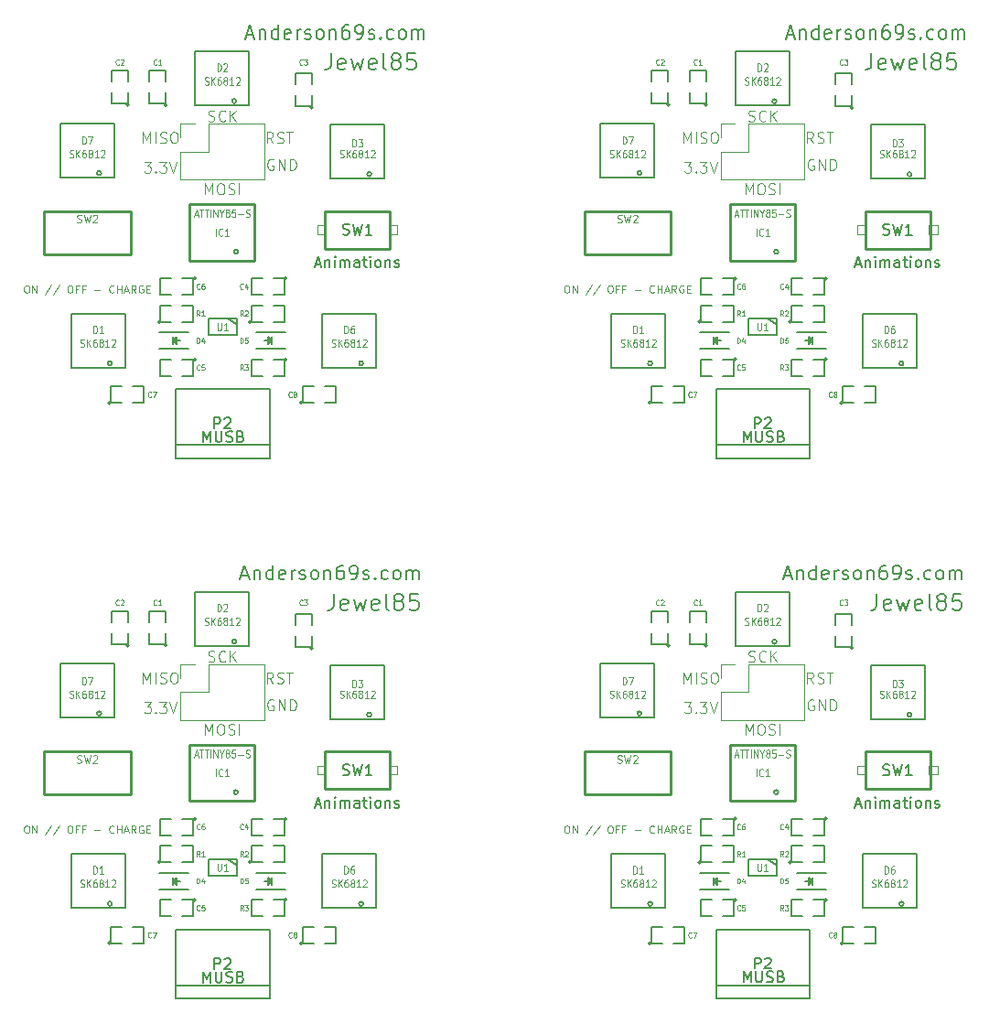
<source format=gto>
G04 #@! TF.FileFunction,Legend,Top*
%FSLAX46Y46*%
G04 Gerber Fmt 4.6, Leading zero omitted, Abs format (unit mm)*
G04 Created by KiCad (PCBNEW 4.0.7) date 06/26/18 19:00:46*
%MOMM*%
%LPD*%
G01*
G04 APERTURE LIST*
%ADD10C,0.100000*%
%ADD11C,0.200000*%
%ADD12C,0.150000*%
%ADD13C,0.127000*%
%ADD14C,0.066040*%
%ADD15C,0.254000*%
%ADD16C,0.120000*%
%ADD17C,0.220980*%
%ADD18C,0.099060*%
%ADD19C,0.114300*%
%ADD20C,0.110000*%
G04 APERTURE END LIST*
D10*
D11*
X110821429Y-89678571D02*
X110821429Y-90750000D01*
X110750001Y-90964286D01*
X110607144Y-91107143D01*
X110392858Y-91178571D01*
X110250001Y-91178571D01*
X112107143Y-91107143D02*
X111964286Y-91178571D01*
X111678572Y-91178571D01*
X111535715Y-91107143D01*
X111464286Y-90964286D01*
X111464286Y-90392857D01*
X111535715Y-90250000D01*
X111678572Y-90178571D01*
X111964286Y-90178571D01*
X112107143Y-90250000D01*
X112178572Y-90392857D01*
X112178572Y-90535714D01*
X111464286Y-90678571D01*
X112678572Y-90178571D02*
X112964286Y-91178571D01*
X113250000Y-90464286D01*
X113535715Y-91178571D01*
X113821429Y-90178571D01*
X114964286Y-91107143D02*
X114821429Y-91178571D01*
X114535715Y-91178571D01*
X114392858Y-91107143D01*
X114321429Y-90964286D01*
X114321429Y-90392857D01*
X114392858Y-90250000D01*
X114535715Y-90178571D01*
X114821429Y-90178571D01*
X114964286Y-90250000D01*
X115035715Y-90392857D01*
X115035715Y-90535714D01*
X114321429Y-90678571D01*
X115892858Y-91178571D02*
X115750000Y-91107143D01*
X115678572Y-90964286D01*
X115678572Y-89678571D01*
X116678572Y-90321429D02*
X116535714Y-90250000D01*
X116464286Y-90178571D01*
X116392857Y-90035714D01*
X116392857Y-89964286D01*
X116464286Y-89821429D01*
X116535714Y-89750000D01*
X116678572Y-89678571D01*
X116964286Y-89678571D01*
X117107143Y-89750000D01*
X117178572Y-89821429D01*
X117250000Y-89964286D01*
X117250000Y-90035714D01*
X117178572Y-90178571D01*
X117107143Y-90250000D01*
X116964286Y-90321429D01*
X116678572Y-90321429D01*
X116535714Y-90392857D01*
X116464286Y-90464286D01*
X116392857Y-90607143D01*
X116392857Y-90892857D01*
X116464286Y-91035714D01*
X116535714Y-91107143D01*
X116678572Y-91178571D01*
X116964286Y-91178571D01*
X117107143Y-91107143D01*
X117178572Y-91035714D01*
X117250000Y-90892857D01*
X117250000Y-90607143D01*
X117178572Y-90464286D01*
X117107143Y-90392857D01*
X116964286Y-90321429D01*
X118607143Y-89678571D02*
X117892857Y-89678571D01*
X117821428Y-90392857D01*
X117892857Y-90321429D01*
X118035714Y-90250000D01*
X118392857Y-90250000D01*
X118535714Y-90321429D01*
X118607143Y-90392857D01*
X118678571Y-90535714D01*
X118678571Y-90892857D01*
X118607143Y-91035714D01*
X118535714Y-91107143D01*
X118392857Y-91178571D01*
X118035714Y-91178571D01*
X117892857Y-91107143D01*
X117821428Y-91035714D01*
X161071429Y-89678571D02*
X161071429Y-90750000D01*
X161000001Y-90964286D01*
X160857144Y-91107143D01*
X160642858Y-91178571D01*
X160500001Y-91178571D01*
X162357143Y-91107143D02*
X162214286Y-91178571D01*
X161928572Y-91178571D01*
X161785715Y-91107143D01*
X161714286Y-90964286D01*
X161714286Y-90392857D01*
X161785715Y-90250000D01*
X161928572Y-90178571D01*
X162214286Y-90178571D01*
X162357143Y-90250000D01*
X162428572Y-90392857D01*
X162428572Y-90535714D01*
X161714286Y-90678571D01*
X162928572Y-90178571D02*
X163214286Y-91178571D01*
X163500000Y-90464286D01*
X163785715Y-91178571D01*
X164071429Y-90178571D01*
X165214286Y-91107143D02*
X165071429Y-91178571D01*
X164785715Y-91178571D01*
X164642858Y-91107143D01*
X164571429Y-90964286D01*
X164571429Y-90392857D01*
X164642858Y-90250000D01*
X164785715Y-90178571D01*
X165071429Y-90178571D01*
X165214286Y-90250000D01*
X165285715Y-90392857D01*
X165285715Y-90535714D01*
X164571429Y-90678571D01*
X166142858Y-91178571D02*
X166000000Y-91107143D01*
X165928572Y-90964286D01*
X165928572Y-89678571D01*
X166928572Y-90321429D02*
X166785714Y-90250000D01*
X166714286Y-90178571D01*
X166642857Y-90035714D01*
X166642857Y-89964286D01*
X166714286Y-89821429D01*
X166785714Y-89750000D01*
X166928572Y-89678571D01*
X167214286Y-89678571D01*
X167357143Y-89750000D01*
X167428572Y-89821429D01*
X167500000Y-89964286D01*
X167500000Y-90035714D01*
X167428572Y-90178571D01*
X167357143Y-90250000D01*
X167214286Y-90321429D01*
X166928572Y-90321429D01*
X166785714Y-90392857D01*
X166714286Y-90464286D01*
X166642857Y-90607143D01*
X166642857Y-90892857D01*
X166714286Y-91035714D01*
X166785714Y-91107143D01*
X166928572Y-91178571D01*
X167214286Y-91178571D01*
X167357143Y-91107143D01*
X167428572Y-91035714D01*
X167500000Y-90892857D01*
X167500000Y-90607143D01*
X167428572Y-90464286D01*
X167357143Y-90392857D01*
X167214286Y-90321429D01*
X168857143Y-89678571D02*
X168142857Y-89678571D01*
X168071428Y-90392857D01*
X168142857Y-90321429D01*
X168285714Y-90250000D01*
X168642857Y-90250000D01*
X168785714Y-90321429D01*
X168857143Y-90392857D01*
X168928571Y-90535714D01*
X168928571Y-90892857D01*
X168857143Y-91035714D01*
X168785714Y-91107143D01*
X168642857Y-91178571D01*
X168285714Y-91178571D01*
X168142857Y-91107143D01*
X168071428Y-91035714D01*
X160571429Y-39678571D02*
X160571429Y-40750000D01*
X160500001Y-40964286D01*
X160357144Y-41107143D01*
X160142858Y-41178571D01*
X160000001Y-41178571D01*
X161857143Y-41107143D02*
X161714286Y-41178571D01*
X161428572Y-41178571D01*
X161285715Y-41107143D01*
X161214286Y-40964286D01*
X161214286Y-40392857D01*
X161285715Y-40250000D01*
X161428572Y-40178571D01*
X161714286Y-40178571D01*
X161857143Y-40250000D01*
X161928572Y-40392857D01*
X161928572Y-40535714D01*
X161214286Y-40678571D01*
X162428572Y-40178571D02*
X162714286Y-41178571D01*
X163000000Y-40464286D01*
X163285715Y-41178571D01*
X163571429Y-40178571D01*
X164714286Y-41107143D02*
X164571429Y-41178571D01*
X164285715Y-41178571D01*
X164142858Y-41107143D01*
X164071429Y-40964286D01*
X164071429Y-40392857D01*
X164142858Y-40250000D01*
X164285715Y-40178571D01*
X164571429Y-40178571D01*
X164714286Y-40250000D01*
X164785715Y-40392857D01*
X164785715Y-40535714D01*
X164071429Y-40678571D01*
X165642858Y-41178571D02*
X165500000Y-41107143D01*
X165428572Y-40964286D01*
X165428572Y-39678571D01*
X166428572Y-40321429D02*
X166285714Y-40250000D01*
X166214286Y-40178571D01*
X166142857Y-40035714D01*
X166142857Y-39964286D01*
X166214286Y-39821429D01*
X166285714Y-39750000D01*
X166428572Y-39678571D01*
X166714286Y-39678571D01*
X166857143Y-39750000D01*
X166928572Y-39821429D01*
X167000000Y-39964286D01*
X167000000Y-40035714D01*
X166928572Y-40178571D01*
X166857143Y-40250000D01*
X166714286Y-40321429D01*
X166428572Y-40321429D01*
X166285714Y-40392857D01*
X166214286Y-40464286D01*
X166142857Y-40607143D01*
X166142857Y-40892857D01*
X166214286Y-41035714D01*
X166285714Y-41107143D01*
X166428572Y-41178571D01*
X166714286Y-41178571D01*
X166857143Y-41107143D01*
X166928572Y-41035714D01*
X167000000Y-40892857D01*
X167000000Y-40607143D01*
X166928572Y-40464286D01*
X166857143Y-40392857D01*
X166714286Y-40321429D01*
X168357143Y-39678571D02*
X167642857Y-39678571D01*
X167571428Y-40392857D01*
X167642857Y-40321429D01*
X167785714Y-40250000D01*
X168142857Y-40250000D01*
X168285714Y-40321429D01*
X168357143Y-40392857D01*
X168428571Y-40535714D01*
X168428571Y-40892857D01*
X168357143Y-41035714D01*
X168285714Y-41107143D01*
X168142857Y-41178571D01*
X167785714Y-41178571D01*
X167642857Y-41107143D01*
X167571428Y-41035714D01*
X102266668Y-87966667D02*
X102885716Y-87966667D01*
X102142859Y-88338095D02*
X102576192Y-87038095D01*
X103009525Y-88338095D01*
X103442859Y-87471429D02*
X103442859Y-88338095D01*
X103442859Y-87595238D02*
X103504764Y-87533333D01*
X103628573Y-87471429D01*
X103814287Y-87471429D01*
X103938097Y-87533333D01*
X104000002Y-87657143D01*
X104000002Y-88338095D01*
X105176192Y-88338095D02*
X105176192Y-87038095D01*
X105176192Y-88276190D02*
X105052382Y-88338095D01*
X104804763Y-88338095D01*
X104680954Y-88276190D01*
X104619049Y-88214286D01*
X104557144Y-88090476D01*
X104557144Y-87719048D01*
X104619049Y-87595238D01*
X104680954Y-87533333D01*
X104804763Y-87471429D01*
X105052382Y-87471429D01*
X105176192Y-87533333D01*
X106290477Y-88276190D02*
X106166667Y-88338095D01*
X105919048Y-88338095D01*
X105795239Y-88276190D01*
X105733334Y-88152381D01*
X105733334Y-87657143D01*
X105795239Y-87533333D01*
X105919048Y-87471429D01*
X106166667Y-87471429D01*
X106290477Y-87533333D01*
X106352382Y-87657143D01*
X106352382Y-87780952D01*
X105733334Y-87904762D01*
X106909525Y-88338095D02*
X106909525Y-87471429D01*
X106909525Y-87719048D02*
X106971430Y-87595238D01*
X107033334Y-87533333D01*
X107157144Y-87471429D01*
X107280953Y-87471429D01*
X107652382Y-88276190D02*
X107776192Y-88338095D01*
X108023811Y-88338095D01*
X108147620Y-88276190D01*
X108209525Y-88152381D01*
X108209525Y-88090476D01*
X108147620Y-87966667D01*
X108023811Y-87904762D01*
X107838096Y-87904762D01*
X107714287Y-87842857D01*
X107652382Y-87719048D01*
X107652382Y-87657143D01*
X107714287Y-87533333D01*
X107838096Y-87471429D01*
X108023811Y-87471429D01*
X108147620Y-87533333D01*
X108952382Y-88338095D02*
X108828573Y-88276190D01*
X108766668Y-88214286D01*
X108704763Y-88090476D01*
X108704763Y-87719048D01*
X108766668Y-87595238D01*
X108828573Y-87533333D01*
X108952382Y-87471429D01*
X109138096Y-87471429D01*
X109261906Y-87533333D01*
X109323811Y-87595238D01*
X109385715Y-87719048D01*
X109385715Y-88090476D01*
X109323811Y-88214286D01*
X109261906Y-88276190D01*
X109138096Y-88338095D01*
X108952382Y-88338095D01*
X109942858Y-87471429D02*
X109942858Y-88338095D01*
X109942858Y-87595238D02*
X110004763Y-87533333D01*
X110128572Y-87471429D01*
X110314286Y-87471429D01*
X110438096Y-87533333D01*
X110500001Y-87657143D01*
X110500001Y-88338095D01*
X111676191Y-87038095D02*
X111428572Y-87038095D01*
X111304762Y-87100000D01*
X111242857Y-87161905D01*
X111119048Y-87347619D01*
X111057143Y-87595238D01*
X111057143Y-88090476D01*
X111119048Y-88214286D01*
X111180953Y-88276190D01*
X111304762Y-88338095D01*
X111552381Y-88338095D01*
X111676191Y-88276190D01*
X111738095Y-88214286D01*
X111800000Y-88090476D01*
X111800000Y-87780952D01*
X111738095Y-87657143D01*
X111676191Y-87595238D01*
X111552381Y-87533333D01*
X111304762Y-87533333D01*
X111180953Y-87595238D01*
X111119048Y-87657143D01*
X111057143Y-87780952D01*
X112419048Y-88338095D02*
X112666667Y-88338095D01*
X112790476Y-88276190D01*
X112852381Y-88214286D01*
X112976190Y-88028571D01*
X113038095Y-87780952D01*
X113038095Y-87285714D01*
X112976190Y-87161905D01*
X112914286Y-87100000D01*
X112790476Y-87038095D01*
X112542857Y-87038095D01*
X112419048Y-87100000D01*
X112357143Y-87161905D01*
X112295238Y-87285714D01*
X112295238Y-87595238D01*
X112357143Y-87719048D01*
X112419048Y-87780952D01*
X112542857Y-87842857D01*
X112790476Y-87842857D01*
X112914286Y-87780952D01*
X112976190Y-87719048D01*
X113038095Y-87595238D01*
X113533333Y-88276190D02*
X113657143Y-88338095D01*
X113904762Y-88338095D01*
X114028571Y-88276190D01*
X114090476Y-88152381D01*
X114090476Y-88090476D01*
X114028571Y-87966667D01*
X113904762Y-87904762D01*
X113719047Y-87904762D01*
X113595238Y-87842857D01*
X113533333Y-87719048D01*
X113533333Y-87657143D01*
X113595238Y-87533333D01*
X113719047Y-87471429D01*
X113904762Y-87471429D01*
X114028571Y-87533333D01*
X114647619Y-88214286D02*
X114709524Y-88276190D01*
X114647619Y-88338095D01*
X114585714Y-88276190D01*
X114647619Y-88214286D01*
X114647619Y-88338095D01*
X115823810Y-88276190D02*
X115700000Y-88338095D01*
X115452381Y-88338095D01*
X115328572Y-88276190D01*
X115266667Y-88214286D01*
X115204762Y-88090476D01*
X115204762Y-87719048D01*
X115266667Y-87595238D01*
X115328572Y-87533333D01*
X115452381Y-87471429D01*
X115700000Y-87471429D01*
X115823810Y-87533333D01*
X116566667Y-88338095D02*
X116442858Y-88276190D01*
X116380953Y-88214286D01*
X116319048Y-88090476D01*
X116319048Y-87719048D01*
X116380953Y-87595238D01*
X116442858Y-87533333D01*
X116566667Y-87471429D01*
X116752381Y-87471429D01*
X116876191Y-87533333D01*
X116938096Y-87595238D01*
X117000000Y-87719048D01*
X117000000Y-88090476D01*
X116938096Y-88214286D01*
X116876191Y-88276190D01*
X116752381Y-88338095D01*
X116566667Y-88338095D01*
X117557143Y-88338095D02*
X117557143Y-87471429D01*
X117557143Y-87595238D02*
X117619048Y-87533333D01*
X117742857Y-87471429D01*
X117928571Y-87471429D01*
X118052381Y-87533333D01*
X118114286Y-87657143D01*
X118114286Y-88338095D01*
X118114286Y-87657143D02*
X118176190Y-87533333D01*
X118300000Y-87471429D01*
X118485714Y-87471429D01*
X118609524Y-87533333D01*
X118671429Y-87657143D01*
X118671429Y-88338095D01*
X152516668Y-87966667D02*
X153135716Y-87966667D01*
X152392859Y-88338095D02*
X152826192Y-87038095D01*
X153259525Y-88338095D01*
X153692859Y-87471429D02*
X153692859Y-88338095D01*
X153692859Y-87595238D02*
X153754764Y-87533333D01*
X153878573Y-87471429D01*
X154064287Y-87471429D01*
X154188097Y-87533333D01*
X154250002Y-87657143D01*
X154250002Y-88338095D01*
X155426192Y-88338095D02*
X155426192Y-87038095D01*
X155426192Y-88276190D02*
X155302382Y-88338095D01*
X155054763Y-88338095D01*
X154930954Y-88276190D01*
X154869049Y-88214286D01*
X154807144Y-88090476D01*
X154807144Y-87719048D01*
X154869049Y-87595238D01*
X154930954Y-87533333D01*
X155054763Y-87471429D01*
X155302382Y-87471429D01*
X155426192Y-87533333D01*
X156540477Y-88276190D02*
X156416667Y-88338095D01*
X156169048Y-88338095D01*
X156045239Y-88276190D01*
X155983334Y-88152381D01*
X155983334Y-87657143D01*
X156045239Y-87533333D01*
X156169048Y-87471429D01*
X156416667Y-87471429D01*
X156540477Y-87533333D01*
X156602382Y-87657143D01*
X156602382Y-87780952D01*
X155983334Y-87904762D01*
X157159525Y-88338095D02*
X157159525Y-87471429D01*
X157159525Y-87719048D02*
X157221430Y-87595238D01*
X157283334Y-87533333D01*
X157407144Y-87471429D01*
X157530953Y-87471429D01*
X157902382Y-88276190D02*
X158026192Y-88338095D01*
X158273811Y-88338095D01*
X158397620Y-88276190D01*
X158459525Y-88152381D01*
X158459525Y-88090476D01*
X158397620Y-87966667D01*
X158273811Y-87904762D01*
X158088096Y-87904762D01*
X157964287Y-87842857D01*
X157902382Y-87719048D01*
X157902382Y-87657143D01*
X157964287Y-87533333D01*
X158088096Y-87471429D01*
X158273811Y-87471429D01*
X158397620Y-87533333D01*
X159202382Y-88338095D02*
X159078573Y-88276190D01*
X159016668Y-88214286D01*
X158954763Y-88090476D01*
X158954763Y-87719048D01*
X159016668Y-87595238D01*
X159078573Y-87533333D01*
X159202382Y-87471429D01*
X159388096Y-87471429D01*
X159511906Y-87533333D01*
X159573811Y-87595238D01*
X159635715Y-87719048D01*
X159635715Y-88090476D01*
X159573811Y-88214286D01*
X159511906Y-88276190D01*
X159388096Y-88338095D01*
X159202382Y-88338095D01*
X160192858Y-87471429D02*
X160192858Y-88338095D01*
X160192858Y-87595238D02*
X160254763Y-87533333D01*
X160378572Y-87471429D01*
X160564286Y-87471429D01*
X160688096Y-87533333D01*
X160750001Y-87657143D01*
X160750001Y-88338095D01*
X161926191Y-87038095D02*
X161678572Y-87038095D01*
X161554762Y-87100000D01*
X161492857Y-87161905D01*
X161369048Y-87347619D01*
X161307143Y-87595238D01*
X161307143Y-88090476D01*
X161369048Y-88214286D01*
X161430953Y-88276190D01*
X161554762Y-88338095D01*
X161802381Y-88338095D01*
X161926191Y-88276190D01*
X161988095Y-88214286D01*
X162050000Y-88090476D01*
X162050000Y-87780952D01*
X161988095Y-87657143D01*
X161926191Y-87595238D01*
X161802381Y-87533333D01*
X161554762Y-87533333D01*
X161430953Y-87595238D01*
X161369048Y-87657143D01*
X161307143Y-87780952D01*
X162669048Y-88338095D02*
X162916667Y-88338095D01*
X163040476Y-88276190D01*
X163102381Y-88214286D01*
X163226190Y-88028571D01*
X163288095Y-87780952D01*
X163288095Y-87285714D01*
X163226190Y-87161905D01*
X163164286Y-87100000D01*
X163040476Y-87038095D01*
X162792857Y-87038095D01*
X162669048Y-87100000D01*
X162607143Y-87161905D01*
X162545238Y-87285714D01*
X162545238Y-87595238D01*
X162607143Y-87719048D01*
X162669048Y-87780952D01*
X162792857Y-87842857D01*
X163040476Y-87842857D01*
X163164286Y-87780952D01*
X163226190Y-87719048D01*
X163288095Y-87595238D01*
X163783333Y-88276190D02*
X163907143Y-88338095D01*
X164154762Y-88338095D01*
X164278571Y-88276190D01*
X164340476Y-88152381D01*
X164340476Y-88090476D01*
X164278571Y-87966667D01*
X164154762Y-87904762D01*
X163969047Y-87904762D01*
X163845238Y-87842857D01*
X163783333Y-87719048D01*
X163783333Y-87657143D01*
X163845238Y-87533333D01*
X163969047Y-87471429D01*
X164154762Y-87471429D01*
X164278571Y-87533333D01*
X164897619Y-88214286D02*
X164959524Y-88276190D01*
X164897619Y-88338095D01*
X164835714Y-88276190D01*
X164897619Y-88214286D01*
X164897619Y-88338095D01*
X166073810Y-88276190D02*
X165950000Y-88338095D01*
X165702381Y-88338095D01*
X165578572Y-88276190D01*
X165516667Y-88214286D01*
X165454762Y-88090476D01*
X165454762Y-87719048D01*
X165516667Y-87595238D01*
X165578572Y-87533333D01*
X165702381Y-87471429D01*
X165950000Y-87471429D01*
X166073810Y-87533333D01*
X166816667Y-88338095D02*
X166692858Y-88276190D01*
X166630953Y-88214286D01*
X166569048Y-88090476D01*
X166569048Y-87719048D01*
X166630953Y-87595238D01*
X166692858Y-87533333D01*
X166816667Y-87471429D01*
X167002381Y-87471429D01*
X167126191Y-87533333D01*
X167188096Y-87595238D01*
X167250000Y-87719048D01*
X167250000Y-88090476D01*
X167188096Y-88214286D01*
X167126191Y-88276190D01*
X167002381Y-88338095D01*
X166816667Y-88338095D01*
X167807143Y-88338095D02*
X167807143Y-87471429D01*
X167807143Y-87595238D02*
X167869048Y-87533333D01*
X167992857Y-87471429D01*
X168178571Y-87471429D01*
X168302381Y-87533333D01*
X168364286Y-87657143D01*
X168364286Y-88338095D01*
X168364286Y-87657143D02*
X168426190Y-87533333D01*
X168550000Y-87471429D01*
X168735714Y-87471429D01*
X168859524Y-87533333D01*
X168921429Y-87657143D01*
X168921429Y-88338095D01*
X152766668Y-37966667D02*
X153385716Y-37966667D01*
X152642859Y-38338095D02*
X153076192Y-37038095D01*
X153509525Y-38338095D01*
X153942859Y-37471429D02*
X153942859Y-38338095D01*
X153942859Y-37595238D02*
X154004764Y-37533333D01*
X154128573Y-37471429D01*
X154314287Y-37471429D01*
X154438097Y-37533333D01*
X154500002Y-37657143D01*
X154500002Y-38338095D01*
X155676192Y-38338095D02*
X155676192Y-37038095D01*
X155676192Y-38276190D02*
X155552382Y-38338095D01*
X155304763Y-38338095D01*
X155180954Y-38276190D01*
X155119049Y-38214286D01*
X155057144Y-38090476D01*
X155057144Y-37719048D01*
X155119049Y-37595238D01*
X155180954Y-37533333D01*
X155304763Y-37471429D01*
X155552382Y-37471429D01*
X155676192Y-37533333D01*
X156790477Y-38276190D02*
X156666667Y-38338095D01*
X156419048Y-38338095D01*
X156295239Y-38276190D01*
X156233334Y-38152381D01*
X156233334Y-37657143D01*
X156295239Y-37533333D01*
X156419048Y-37471429D01*
X156666667Y-37471429D01*
X156790477Y-37533333D01*
X156852382Y-37657143D01*
X156852382Y-37780952D01*
X156233334Y-37904762D01*
X157409525Y-38338095D02*
X157409525Y-37471429D01*
X157409525Y-37719048D02*
X157471430Y-37595238D01*
X157533334Y-37533333D01*
X157657144Y-37471429D01*
X157780953Y-37471429D01*
X158152382Y-38276190D02*
X158276192Y-38338095D01*
X158523811Y-38338095D01*
X158647620Y-38276190D01*
X158709525Y-38152381D01*
X158709525Y-38090476D01*
X158647620Y-37966667D01*
X158523811Y-37904762D01*
X158338096Y-37904762D01*
X158214287Y-37842857D01*
X158152382Y-37719048D01*
X158152382Y-37657143D01*
X158214287Y-37533333D01*
X158338096Y-37471429D01*
X158523811Y-37471429D01*
X158647620Y-37533333D01*
X159452382Y-38338095D02*
X159328573Y-38276190D01*
X159266668Y-38214286D01*
X159204763Y-38090476D01*
X159204763Y-37719048D01*
X159266668Y-37595238D01*
X159328573Y-37533333D01*
X159452382Y-37471429D01*
X159638096Y-37471429D01*
X159761906Y-37533333D01*
X159823811Y-37595238D01*
X159885715Y-37719048D01*
X159885715Y-38090476D01*
X159823811Y-38214286D01*
X159761906Y-38276190D01*
X159638096Y-38338095D01*
X159452382Y-38338095D01*
X160442858Y-37471429D02*
X160442858Y-38338095D01*
X160442858Y-37595238D02*
X160504763Y-37533333D01*
X160628572Y-37471429D01*
X160814286Y-37471429D01*
X160938096Y-37533333D01*
X161000001Y-37657143D01*
X161000001Y-38338095D01*
X162176191Y-37038095D02*
X161928572Y-37038095D01*
X161804762Y-37100000D01*
X161742857Y-37161905D01*
X161619048Y-37347619D01*
X161557143Y-37595238D01*
X161557143Y-38090476D01*
X161619048Y-38214286D01*
X161680953Y-38276190D01*
X161804762Y-38338095D01*
X162052381Y-38338095D01*
X162176191Y-38276190D01*
X162238095Y-38214286D01*
X162300000Y-38090476D01*
X162300000Y-37780952D01*
X162238095Y-37657143D01*
X162176191Y-37595238D01*
X162052381Y-37533333D01*
X161804762Y-37533333D01*
X161680953Y-37595238D01*
X161619048Y-37657143D01*
X161557143Y-37780952D01*
X162919048Y-38338095D02*
X163166667Y-38338095D01*
X163290476Y-38276190D01*
X163352381Y-38214286D01*
X163476190Y-38028571D01*
X163538095Y-37780952D01*
X163538095Y-37285714D01*
X163476190Y-37161905D01*
X163414286Y-37100000D01*
X163290476Y-37038095D01*
X163042857Y-37038095D01*
X162919048Y-37100000D01*
X162857143Y-37161905D01*
X162795238Y-37285714D01*
X162795238Y-37595238D01*
X162857143Y-37719048D01*
X162919048Y-37780952D01*
X163042857Y-37842857D01*
X163290476Y-37842857D01*
X163414286Y-37780952D01*
X163476190Y-37719048D01*
X163538095Y-37595238D01*
X164033333Y-38276190D02*
X164157143Y-38338095D01*
X164404762Y-38338095D01*
X164528571Y-38276190D01*
X164590476Y-38152381D01*
X164590476Y-38090476D01*
X164528571Y-37966667D01*
X164404762Y-37904762D01*
X164219047Y-37904762D01*
X164095238Y-37842857D01*
X164033333Y-37719048D01*
X164033333Y-37657143D01*
X164095238Y-37533333D01*
X164219047Y-37471429D01*
X164404762Y-37471429D01*
X164528571Y-37533333D01*
X165147619Y-38214286D02*
X165209524Y-38276190D01*
X165147619Y-38338095D01*
X165085714Y-38276190D01*
X165147619Y-38214286D01*
X165147619Y-38338095D01*
X166323810Y-38276190D02*
X166200000Y-38338095D01*
X165952381Y-38338095D01*
X165828572Y-38276190D01*
X165766667Y-38214286D01*
X165704762Y-38090476D01*
X165704762Y-37719048D01*
X165766667Y-37595238D01*
X165828572Y-37533333D01*
X165952381Y-37471429D01*
X166200000Y-37471429D01*
X166323810Y-37533333D01*
X167066667Y-38338095D02*
X166942858Y-38276190D01*
X166880953Y-38214286D01*
X166819048Y-38090476D01*
X166819048Y-37719048D01*
X166880953Y-37595238D01*
X166942858Y-37533333D01*
X167066667Y-37471429D01*
X167252381Y-37471429D01*
X167376191Y-37533333D01*
X167438096Y-37595238D01*
X167500000Y-37719048D01*
X167500000Y-38090476D01*
X167438096Y-38214286D01*
X167376191Y-38276190D01*
X167252381Y-38338095D01*
X167066667Y-38338095D01*
X168057143Y-38338095D02*
X168057143Y-37471429D01*
X168057143Y-37595238D02*
X168119048Y-37533333D01*
X168242857Y-37471429D01*
X168428571Y-37471429D01*
X168552381Y-37533333D01*
X168614286Y-37657143D01*
X168614286Y-38338095D01*
X168614286Y-37657143D02*
X168676190Y-37533333D01*
X168800000Y-37471429D01*
X168985714Y-37471429D01*
X169109524Y-37533333D01*
X169171429Y-37657143D01*
X169171429Y-38338095D01*
D10*
X143178572Y-97952381D02*
X143178572Y-96952381D01*
X143511906Y-97666667D01*
X143845239Y-96952381D01*
X143845239Y-97952381D01*
X144321429Y-97952381D02*
X144321429Y-96952381D01*
X144750000Y-97904762D02*
X144892857Y-97952381D01*
X145130953Y-97952381D01*
X145226191Y-97904762D01*
X145273810Y-97857143D01*
X145321429Y-97761905D01*
X145321429Y-97666667D01*
X145273810Y-97571429D01*
X145226191Y-97523810D01*
X145130953Y-97476190D01*
X144940476Y-97428571D01*
X144845238Y-97380952D01*
X144797619Y-97333333D01*
X144750000Y-97238095D01*
X144750000Y-97142857D01*
X144797619Y-97047619D01*
X144845238Y-97000000D01*
X144940476Y-96952381D01*
X145178572Y-96952381D01*
X145321429Y-97000000D01*
X145940476Y-96952381D02*
X146130953Y-96952381D01*
X146226191Y-97000000D01*
X146321429Y-97095238D01*
X146369048Y-97285714D01*
X146369048Y-97619048D01*
X146321429Y-97809524D01*
X146226191Y-97904762D01*
X146130953Y-97952381D01*
X145940476Y-97952381D01*
X145845238Y-97904762D01*
X145750000Y-97809524D01*
X145702381Y-97619048D01*
X145702381Y-97285714D01*
X145750000Y-97095238D01*
X145845238Y-97000000D01*
X145940476Y-96952381D01*
X93178572Y-97952381D02*
X93178572Y-96952381D01*
X93511906Y-97666667D01*
X93845239Y-96952381D01*
X93845239Y-97952381D01*
X94321429Y-97952381D02*
X94321429Y-96952381D01*
X94750000Y-97904762D02*
X94892857Y-97952381D01*
X95130953Y-97952381D01*
X95226191Y-97904762D01*
X95273810Y-97857143D01*
X95321429Y-97761905D01*
X95321429Y-97666667D01*
X95273810Y-97571429D01*
X95226191Y-97523810D01*
X95130953Y-97476190D01*
X94940476Y-97428571D01*
X94845238Y-97380952D01*
X94797619Y-97333333D01*
X94750000Y-97238095D01*
X94750000Y-97142857D01*
X94797619Y-97047619D01*
X94845238Y-97000000D01*
X94940476Y-96952381D01*
X95178572Y-96952381D01*
X95321429Y-97000000D01*
X95940476Y-96952381D02*
X96130953Y-96952381D01*
X96226191Y-97000000D01*
X96321429Y-97095238D01*
X96369048Y-97285714D01*
X96369048Y-97619048D01*
X96321429Y-97809524D01*
X96226191Y-97904762D01*
X96130953Y-97952381D01*
X95940476Y-97952381D01*
X95845238Y-97904762D01*
X95750000Y-97809524D01*
X95702381Y-97619048D01*
X95702381Y-97285714D01*
X95750000Y-97095238D01*
X95845238Y-97000000D01*
X95940476Y-96952381D01*
X143178572Y-47952381D02*
X143178572Y-46952381D01*
X143511906Y-47666667D01*
X143845239Y-46952381D01*
X143845239Y-47952381D01*
X144321429Y-47952381D02*
X144321429Y-46952381D01*
X144750000Y-47904762D02*
X144892857Y-47952381D01*
X145130953Y-47952381D01*
X145226191Y-47904762D01*
X145273810Y-47857143D01*
X145321429Y-47761905D01*
X145321429Y-47666667D01*
X145273810Y-47571429D01*
X145226191Y-47523810D01*
X145130953Y-47476190D01*
X144940476Y-47428571D01*
X144845238Y-47380952D01*
X144797619Y-47333333D01*
X144750000Y-47238095D01*
X144750000Y-47142857D01*
X144797619Y-47047619D01*
X144845238Y-47000000D01*
X144940476Y-46952381D01*
X145178572Y-46952381D01*
X145321429Y-47000000D01*
X145940476Y-46952381D02*
X146130953Y-46952381D01*
X146226191Y-47000000D01*
X146321429Y-47095238D01*
X146369048Y-47285714D01*
X146369048Y-47619048D01*
X146321429Y-47809524D01*
X146226191Y-47904762D01*
X146130953Y-47952381D01*
X145940476Y-47952381D01*
X145845238Y-47904762D01*
X145750000Y-47809524D01*
X145702381Y-47619048D01*
X145702381Y-47285714D01*
X145750000Y-47095238D01*
X145845238Y-47000000D01*
X145940476Y-46952381D01*
X143273810Y-99702381D02*
X143892858Y-99702381D01*
X143559524Y-100083333D01*
X143702382Y-100083333D01*
X143797620Y-100130952D01*
X143845239Y-100178571D01*
X143892858Y-100273810D01*
X143892858Y-100511905D01*
X143845239Y-100607143D01*
X143797620Y-100654762D01*
X143702382Y-100702381D01*
X143416667Y-100702381D01*
X143321429Y-100654762D01*
X143273810Y-100607143D01*
X144321429Y-100607143D02*
X144369048Y-100654762D01*
X144321429Y-100702381D01*
X144273810Y-100654762D01*
X144321429Y-100607143D01*
X144321429Y-100702381D01*
X144702381Y-99702381D02*
X145321429Y-99702381D01*
X144988095Y-100083333D01*
X145130953Y-100083333D01*
X145226191Y-100130952D01*
X145273810Y-100178571D01*
X145321429Y-100273810D01*
X145321429Y-100511905D01*
X145273810Y-100607143D01*
X145226191Y-100654762D01*
X145130953Y-100702381D01*
X144845238Y-100702381D01*
X144750000Y-100654762D01*
X144702381Y-100607143D01*
X145607143Y-99702381D02*
X145940476Y-100702381D01*
X146273810Y-99702381D01*
X93273810Y-99702381D02*
X93892858Y-99702381D01*
X93559524Y-100083333D01*
X93702382Y-100083333D01*
X93797620Y-100130952D01*
X93845239Y-100178571D01*
X93892858Y-100273810D01*
X93892858Y-100511905D01*
X93845239Y-100607143D01*
X93797620Y-100654762D01*
X93702382Y-100702381D01*
X93416667Y-100702381D01*
X93321429Y-100654762D01*
X93273810Y-100607143D01*
X94321429Y-100607143D02*
X94369048Y-100654762D01*
X94321429Y-100702381D01*
X94273810Y-100654762D01*
X94321429Y-100607143D01*
X94321429Y-100702381D01*
X94702381Y-99702381D02*
X95321429Y-99702381D01*
X94988095Y-100083333D01*
X95130953Y-100083333D01*
X95226191Y-100130952D01*
X95273810Y-100178571D01*
X95321429Y-100273810D01*
X95321429Y-100511905D01*
X95273810Y-100607143D01*
X95226191Y-100654762D01*
X95130953Y-100702381D01*
X94845238Y-100702381D01*
X94750000Y-100654762D01*
X94702381Y-100607143D01*
X95607143Y-99702381D02*
X95940476Y-100702381D01*
X96273810Y-99702381D01*
X143273810Y-49702381D02*
X143892858Y-49702381D01*
X143559524Y-50083333D01*
X143702382Y-50083333D01*
X143797620Y-50130952D01*
X143845239Y-50178571D01*
X143892858Y-50273810D01*
X143892858Y-50511905D01*
X143845239Y-50607143D01*
X143797620Y-50654762D01*
X143702382Y-50702381D01*
X143416667Y-50702381D01*
X143321429Y-50654762D01*
X143273810Y-50607143D01*
X144321429Y-50607143D02*
X144369048Y-50654762D01*
X144321429Y-50702381D01*
X144273810Y-50654762D01*
X144321429Y-50607143D01*
X144321429Y-50702381D01*
X144702381Y-49702381D02*
X145321429Y-49702381D01*
X144988095Y-50083333D01*
X145130953Y-50083333D01*
X145226191Y-50130952D01*
X145273810Y-50178571D01*
X145321429Y-50273810D01*
X145321429Y-50511905D01*
X145273810Y-50607143D01*
X145226191Y-50654762D01*
X145130953Y-50702381D01*
X144845238Y-50702381D01*
X144750000Y-50654762D01*
X144702381Y-50607143D01*
X145607143Y-49702381D02*
X145940476Y-50702381D01*
X146273810Y-49702381D01*
X155238096Y-99500000D02*
X155142858Y-99452381D01*
X155000001Y-99452381D01*
X154857143Y-99500000D01*
X154761905Y-99595238D01*
X154714286Y-99690476D01*
X154666667Y-99880952D01*
X154666667Y-100023810D01*
X154714286Y-100214286D01*
X154761905Y-100309524D01*
X154857143Y-100404762D01*
X155000001Y-100452381D01*
X155095239Y-100452381D01*
X155238096Y-100404762D01*
X155285715Y-100357143D01*
X155285715Y-100023810D01*
X155095239Y-100023810D01*
X155714286Y-100452381D02*
X155714286Y-99452381D01*
X156285715Y-100452381D01*
X156285715Y-99452381D01*
X156761905Y-100452381D02*
X156761905Y-99452381D01*
X157000000Y-99452381D01*
X157142858Y-99500000D01*
X157238096Y-99595238D01*
X157285715Y-99690476D01*
X157333334Y-99880952D01*
X157333334Y-100023810D01*
X157285715Y-100214286D01*
X157238096Y-100309524D01*
X157142858Y-100404762D01*
X157000000Y-100452381D01*
X156761905Y-100452381D01*
X105238096Y-99500000D02*
X105142858Y-99452381D01*
X105000001Y-99452381D01*
X104857143Y-99500000D01*
X104761905Y-99595238D01*
X104714286Y-99690476D01*
X104666667Y-99880952D01*
X104666667Y-100023810D01*
X104714286Y-100214286D01*
X104761905Y-100309524D01*
X104857143Y-100404762D01*
X105000001Y-100452381D01*
X105095239Y-100452381D01*
X105238096Y-100404762D01*
X105285715Y-100357143D01*
X105285715Y-100023810D01*
X105095239Y-100023810D01*
X105714286Y-100452381D02*
X105714286Y-99452381D01*
X106285715Y-100452381D01*
X106285715Y-99452381D01*
X106761905Y-100452381D02*
X106761905Y-99452381D01*
X107000000Y-99452381D01*
X107142858Y-99500000D01*
X107238096Y-99595238D01*
X107285715Y-99690476D01*
X107333334Y-99880952D01*
X107333334Y-100023810D01*
X107285715Y-100214286D01*
X107238096Y-100309524D01*
X107142858Y-100404762D01*
X107000000Y-100452381D01*
X106761905Y-100452381D01*
X155238096Y-49500000D02*
X155142858Y-49452381D01*
X155000001Y-49452381D01*
X154857143Y-49500000D01*
X154761905Y-49595238D01*
X154714286Y-49690476D01*
X154666667Y-49880952D01*
X154666667Y-50023810D01*
X154714286Y-50214286D01*
X154761905Y-50309524D01*
X154857143Y-50404762D01*
X155000001Y-50452381D01*
X155095239Y-50452381D01*
X155238096Y-50404762D01*
X155285715Y-50357143D01*
X155285715Y-50023810D01*
X155095239Y-50023810D01*
X155714286Y-50452381D02*
X155714286Y-49452381D01*
X156285715Y-50452381D01*
X156285715Y-49452381D01*
X156761905Y-50452381D02*
X156761905Y-49452381D01*
X157000000Y-49452381D01*
X157142858Y-49500000D01*
X157238096Y-49595238D01*
X157285715Y-49690476D01*
X157333334Y-49880952D01*
X157333334Y-50023810D01*
X157285715Y-50214286D01*
X157238096Y-50309524D01*
X157142858Y-50404762D01*
X157000000Y-50452381D01*
X156761905Y-50452381D01*
X155202381Y-97952381D02*
X154869047Y-97476190D01*
X154630952Y-97952381D02*
X154630952Y-96952381D01*
X155011905Y-96952381D01*
X155107143Y-97000000D01*
X155154762Y-97047619D01*
X155202381Y-97142857D01*
X155202381Y-97285714D01*
X155154762Y-97380952D01*
X155107143Y-97428571D01*
X155011905Y-97476190D01*
X154630952Y-97476190D01*
X155583333Y-97904762D02*
X155726190Y-97952381D01*
X155964286Y-97952381D01*
X156059524Y-97904762D01*
X156107143Y-97857143D01*
X156154762Y-97761905D01*
X156154762Y-97666667D01*
X156107143Y-97571429D01*
X156059524Y-97523810D01*
X155964286Y-97476190D01*
X155773809Y-97428571D01*
X155678571Y-97380952D01*
X155630952Y-97333333D01*
X155583333Y-97238095D01*
X155583333Y-97142857D01*
X155630952Y-97047619D01*
X155678571Y-97000000D01*
X155773809Y-96952381D01*
X156011905Y-96952381D01*
X156154762Y-97000000D01*
X156440476Y-96952381D02*
X157011905Y-96952381D01*
X156726190Y-97952381D02*
X156726190Y-96952381D01*
X105202381Y-97952381D02*
X104869047Y-97476190D01*
X104630952Y-97952381D02*
X104630952Y-96952381D01*
X105011905Y-96952381D01*
X105107143Y-97000000D01*
X105154762Y-97047619D01*
X105202381Y-97142857D01*
X105202381Y-97285714D01*
X105154762Y-97380952D01*
X105107143Y-97428571D01*
X105011905Y-97476190D01*
X104630952Y-97476190D01*
X105583333Y-97904762D02*
X105726190Y-97952381D01*
X105964286Y-97952381D01*
X106059524Y-97904762D01*
X106107143Y-97857143D01*
X106154762Y-97761905D01*
X106154762Y-97666667D01*
X106107143Y-97571429D01*
X106059524Y-97523810D01*
X105964286Y-97476190D01*
X105773809Y-97428571D01*
X105678571Y-97380952D01*
X105630952Y-97333333D01*
X105583333Y-97238095D01*
X105583333Y-97142857D01*
X105630952Y-97047619D01*
X105678571Y-97000000D01*
X105773809Y-96952381D01*
X106011905Y-96952381D01*
X106154762Y-97000000D01*
X106440476Y-96952381D02*
X107011905Y-96952381D01*
X106726190Y-97952381D02*
X106726190Y-96952381D01*
X155202381Y-47952381D02*
X154869047Y-47476190D01*
X154630952Y-47952381D02*
X154630952Y-46952381D01*
X155011905Y-46952381D01*
X155107143Y-47000000D01*
X155154762Y-47047619D01*
X155202381Y-47142857D01*
X155202381Y-47285714D01*
X155154762Y-47380952D01*
X155107143Y-47428571D01*
X155011905Y-47476190D01*
X154630952Y-47476190D01*
X155583333Y-47904762D02*
X155726190Y-47952381D01*
X155964286Y-47952381D01*
X156059524Y-47904762D01*
X156107143Y-47857143D01*
X156154762Y-47761905D01*
X156154762Y-47666667D01*
X156107143Y-47571429D01*
X156059524Y-47523810D01*
X155964286Y-47476190D01*
X155773809Y-47428571D01*
X155678571Y-47380952D01*
X155630952Y-47333333D01*
X155583333Y-47238095D01*
X155583333Y-47142857D01*
X155630952Y-47047619D01*
X155678571Y-47000000D01*
X155773809Y-46952381D01*
X156011905Y-46952381D01*
X156154762Y-47000000D01*
X156440476Y-46952381D02*
X157011905Y-46952381D01*
X156726190Y-47952381D02*
X156726190Y-46952381D01*
X149214286Y-95904762D02*
X149357143Y-95952381D01*
X149595239Y-95952381D01*
X149690477Y-95904762D01*
X149738096Y-95857143D01*
X149785715Y-95761905D01*
X149785715Y-95666667D01*
X149738096Y-95571429D01*
X149690477Y-95523810D01*
X149595239Y-95476190D01*
X149404762Y-95428571D01*
X149309524Y-95380952D01*
X149261905Y-95333333D01*
X149214286Y-95238095D01*
X149214286Y-95142857D01*
X149261905Y-95047619D01*
X149309524Y-95000000D01*
X149404762Y-94952381D01*
X149642858Y-94952381D01*
X149785715Y-95000000D01*
X150785715Y-95857143D02*
X150738096Y-95904762D01*
X150595239Y-95952381D01*
X150500001Y-95952381D01*
X150357143Y-95904762D01*
X150261905Y-95809524D01*
X150214286Y-95714286D01*
X150166667Y-95523810D01*
X150166667Y-95380952D01*
X150214286Y-95190476D01*
X150261905Y-95095238D01*
X150357143Y-95000000D01*
X150500001Y-94952381D01*
X150595239Y-94952381D01*
X150738096Y-95000000D01*
X150785715Y-95047619D01*
X151214286Y-95952381D02*
X151214286Y-94952381D01*
X151785715Y-95952381D02*
X151357143Y-95380952D01*
X151785715Y-94952381D02*
X151214286Y-95523810D01*
X99214286Y-95904762D02*
X99357143Y-95952381D01*
X99595239Y-95952381D01*
X99690477Y-95904762D01*
X99738096Y-95857143D01*
X99785715Y-95761905D01*
X99785715Y-95666667D01*
X99738096Y-95571429D01*
X99690477Y-95523810D01*
X99595239Y-95476190D01*
X99404762Y-95428571D01*
X99309524Y-95380952D01*
X99261905Y-95333333D01*
X99214286Y-95238095D01*
X99214286Y-95142857D01*
X99261905Y-95047619D01*
X99309524Y-95000000D01*
X99404762Y-94952381D01*
X99642858Y-94952381D01*
X99785715Y-95000000D01*
X100785715Y-95857143D02*
X100738096Y-95904762D01*
X100595239Y-95952381D01*
X100500001Y-95952381D01*
X100357143Y-95904762D01*
X100261905Y-95809524D01*
X100214286Y-95714286D01*
X100166667Y-95523810D01*
X100166667Y-95380952D01*
X100214286Y-95190476D01*
X100261905Y-95095238D01*
X100357143Y-95000000D01*
X100500001Y-94952381D01*
X100595239Y-94952381D01*
X100738096Y-95000000D01*
X100785715Y-95047619D01*
X101214286Y-95952381D02*
X101214286Y-94952381D01*
X101785715Y-95952381D02*
X101357143Y-95380952D01*
X101785715Y-94952381D02*
X101214286Y-95523810D01*
X149214286Y-45904762D02*
X149357143Y-45952381D01*
X149595239Y-45952381D01*
X149690477Y-45904762D01*
X149738096Y-45857143D01*
X149785715Y-45761905D01*
X149785715Y-45666667D01*
X149738096Y-45571429D01*
X149690477Y-45523810D01*
X149595239Y-45476190D01*
X149404762Y-45428571D01*
X149309524Y-45380952D01*
X149261905Y-45333333D01*
X149214286Y-45238095D01*
X149214286Y-45142857D01*
X149261905Y-45047619D01*
X149309524Y-45000000D01*
X149404762Y-44952381D01*
X149642858Y-44952381D01*
X149785715Y-45000000D01*
X150785715Y-45857143D02*
X150738096Y-45904762D01*
X150595239Y-45952381D01*
X150500001Y-45952381D01*
X150357143Y-45904762D01*
X150261905Y-45809524D01*
X150214286Y-45714286D01*
X150166667Y-45523810D01*
X150166667Y-45380952D01*
X150214286Y-45190476D01*
X150261905Y-45095238D01*
X150357143Y-45000000D01*
X150500001Y-44952381D01*
X150595239Y-44952381D01*
X150738096Y-45000000D01*
X150785715Y-45047619D01*
X151214286Y-45952381D02*
X151214286Y-44952381D01*
X151785715Y-45952381D02*
X151357143Y-45380952D01*
X151785715Y-44952381D02*
X151214286Y-45523810D01*
X148928572Y-102702381D02*
X148928572Y-101702381D01*
X149261906Y-102416667D01*
X149595239Y-101702381D01*
X149595239Y-102702381D01*
X150261905Y-101702381D02*
X150452382Y-101702381D01*
X150547620Y-101750000D01*
X150642858Y-101845238D01*
X150690477Y-102035714D01*
X150690477Y-102369048D01*
X150642858Y-102559524D01*
X150547620Y-102654762D01*
X150452382Y-102702381D01*
X150261905Y-102702381D01*
X150166667Y-102654762D01*
X150071429Y-102559524D01*
X150023810Y-102369048D01*
X150023810Y-102035714D01*
X150071429Y-101845238D01*
X150166667Y-101750000D01*
X150261905Y-101702381D01*
X151071429Y-102654762D02*
X151214286Y-102702381D01*
X151452382Y-102702381D01*
X151547620Y-102654762D01*
X151595239Y-102607143D01*
X151642858Y-102511905D01*
X151642858Y-102416667D01*
X151595239Y-102321429D01*
X151547620Y-102273810D01*
X151452382Y-102226190D01*
X151261905Y-102178571D01*
X151166667Y-102130952D01*
X151119048Y-102083333D01*
X151071429Y-101988095D01*
X151071429Y-101892857D01*
X151119048Y-101797619D01*
X151166667Y-101750000D01*
X151261905Y-101702381D01*
X151500001Y-101702381D01*
X151642858Y-101750000D01*
X152071429Y-102702381D02*
X152071429Y-101702381D01*
X98928572Y-102702381D02*
X98928572Y-101702381D01*
X99261906Y-102416667D01*
X99595239Y-101702381D01*
X99595239Y-102702381D01*
X100261905Y-101702381D02*
X100452382Y-101702381D01*
X100547620Y-101750000D01*
X100642858Y-101845238D01*
X100690477Y-102035714D01*
X100690477Y-102369048D01*
X100642858Y-102559524D01*
X100547620Y-102654762D01*
X100452382Y-102702381D01*
X100261905Y-102702381D01*
X100166667Y-102654762D01*
X100071429Y-102559524D01*
X100023810Y-102369048D01*
X100023810Y-102035714D01*
X100071429Y-101845238D01*
X100166667Y-101750000D01*
X100261905Y-101702381D01*
X101071429Y-102654762D02*
X101214286Y-102702381D01*
X101452382Y-102702381D01*
X101547620Y-102654762D01*
X101595239Y-102607143D01*
X101642858Y-102511905D01*
X101642858Y-102416667D01*
X101595239Y-102321429D01*
X101547620Y-102273810D01*
X101452382Y-102226190D01*
X101261905Y-102178571D01*
X101166667Y-102130952D01*
X101119048Y-102083333D01*
X101071429Y-101988095D01*
X101071429Y-101892857D01*
X101119048Y-101797619D01*
X101166667Y-101750000D01*
X101261905Y-101702381D01*
X101500001Y-101702381D01*
X101642858Y-101750000D01*
X102071429Y-102702381D02*
X102071429Y-101702381D01*
X148928572Y-52702381D02*
X148928572Y-51702381D01*
X149261906Y-52416667D01*
X149595239Y-51702381D01*
X149595239Y-52702381D01*
X150261905Y-51702381D02*
X150452382Y-51702381D01*
X150547620Y-51750000D01*
X150642858Y-51845238D01*
X150690477Y-52035714D01*
X150690477Y-52369048D01*
X150642858Y-52559524D01*
X150547620Y-52654762D01*
X150452382Y-52702381D01*
X150261905Y-52702381D01*
X150166667Y-52654762D01*
X150071429Y-52559524D01*
X150023810Y-52369048D01*
X150023810Y-52035714D01*
X150071429Y-51845238D01*
X150166667Y-51750000D01*
X150261905Y-51702381D01*
X151071429Y-52654762D02*
X151214286Y-52702381D01*
X151452382Y-52702381D01*
X151547620Y-52654762D01*
X151595239Y-52607143D01*
X151642858Y-52511905D01*
X151642858Y-52416667D01*
X151595239Y-52321429D01*
X151547620Y-52273810D01*
X151452382Y-52226190D01*
X151261905Y-52178571D01*
X151166667Y-52130952D01*
X151119048Y-52083333D01*
X151071429Y-51988095D01*
X151071429Y-51892857D01*
X151119048Y-51797619D01*
X151166667Y-51750000D01*
X151261905Y-51702381D01*
X151500001Y-51702381D01*
X151642858Y-51750000D01*
X152071429Y-52702381D02*
X152071429Y-51702381D01*
X98928572Y-52702381D02*
X98928572Y-51702381D01*
X99261906Y-52416667D01*
X99595239Y-51702381D01*
X99595239Y-52702381D01*
X100261905Y-51702381D02*
X100452382Y-51702381D01*
X100547620Y-51750000D01*
X100642858Y-51845238D01*
X100690477Y-52035714D01*
X100690477Y-52369048D01*
X100642858Y-52559524D01*
X100547620Y-52654762D01*
X100452382Y-52702381D01*
X100261905Y-52702381D01*
X100166667Y-52654762D01*
X100071429Y-52559524D01*
X100023810Y-52369048D01*
X100023810Y-52035714D01*
X100071429Y-51845238D01*
X100166667Y-51750000D01*
X100261905Y-51702381D01*
X101071429Y-52654762D02*
X101214286Y-52702381D01*
X101452382Y-52702381D01*
X101547620Y-52654762D01*
X101595239Y-52607143D01*
X101642858Y-52511905D01*
X101642858Y-52416667D01*
X101595239Y-52321429D01*
X101547620Y-52273810D01*
X101452382Y-52226190D01*
X101261905Y-52178571D01*
X101166667Y-52130952D01*
X101119048Y-52083333D01*
X101071429Y-51988095D01*
X101071429Y-51892857D01*
X101119048Y-51797619D01*
X101166667Y-51750000D01*
X101261905Y-51702381D01*
X101500001Y-51702381D01*
X101642858Y-51750000D01*
X102071429Y-52702381D02*
X102071429Y-51702381D01*
X93178572Y-47952381D02*
X93178572Y-46952381D01*
X93511906Y-47666667D01*
X93845239Y-46952381D01*
X93845239Y-47952381D01*
X94321429Y-47952381D02*
X94321429Y-46952381D01*
X94750000Y-47904762D02*
X94892857Y-47952381D01*
X95130953Y-47952381D01*
X95226191Y-47904762D01*
X95273810Y-47857143D01*
X95321429Y-47761905D01*
X95321429Y-47666667D01*
X95273810Y-47571429D01*
X95226191Y-47523810D01*
X95130953Y-47476190D01*
X94940476Y-47428571D01*
X94845238Y-47380952D01*
X94797619Y-47333333D01*
X94750000Y-47238095D01*
X94750000Y-47142857D01*
X94797619Y-47047619D01*
X94845238Y-47000000D01*
X94940476Y-46952381D01*
X95178572Y-46952381D01*
X95321429Y-47000000D01*
X95940476Y-46952381D02*
X96130953Y-46952381D01*
X96226191Y-47000000D01*
X96321429Y-47095238D01*
X96369048Y-47285714D01*
X96369048Y-47619048D01*
X96321429Y-47809524D01*
X96226191Y-47904762D01*
X96130953Y-47952381D01*
X95940476Y-47952381D01*
X95845238Y-47904762D01*
X95750000Y-47809524D01*
X95702381Y-47619048D01*
X95702381Y-47285714D01*
X95750000Y-47095238D01*
X95845238Y-47000000D01*
X95940476Y-46952381D01*
X99214286Y-45904762D02*
X99357143Y-45952381D01*
X99595239Y-45952381D01*
X99690477Y-45904762D01*
X99738096Y-45857143D01*
X99785715Y-45761905D01*
X99785715Y-45666667D01*
X99738096Y-45571429D01*
X99690477Y-45523810D01*
X99595239Y-45476190D01*
X99404762Y-45428571D01*
X99309524Y-45380952D01*
X99261905Y-45333333D01*
X99214286Y-45238095D01*
X99214286Y-45142857D01*
X99261905Y-45047619D01*
X99309524Y-45000000D01*
X99404762Y-44952381D01*
X99642858Y-44952381D01*
X99785715Y-45000000D01*
X100785715Y-45857143D02*
X100738096Y-45904762D01*
X100595239Y-45952381D01*
X100500001Y-45952381D01*
X100357143Y-45904762D01*
X100261905Y-45809524D01*
X100214286Y-45714286D01*
X100166667Y-45523810D01*
X100166667Y-45380952D01*
X100214286Y-45190476D01*
X100261905Y-45095238D01*
X100357143Y-45000000D01*
X100500001Y-44952381D01*
X100595239Y-44952381D01*
X100738096Y-45000000D01*
X100785715Y-45047619D01*
X101214286Y-45952381D02*
X101214286Y-44952381D01*
X101785715Y-45952381D02*
X101357143Y-45380952D01*
X101785715Y-44952381D02*
X101214286Y-45523810D01*
X93273810Y-49702381D02*
X93892858Y-49702381D01*
X93559524Y-50083333D01*
X93702382Y-50083333D01*
X93797620Y-50130952D01*
X93845239Y-50178571D01*
X93892858Y-50273810D01*
X93892858Y-50511905D01*
X93845239Y-50607143D01*
X93797620Y-50654762D01*
X93702382Y-50702381D01*
X93416667Y-50702381D01*
X93321429Y-50654762D01*
X93273810Y-50607143D01*
X94321429Y-50607143D02*
X94369048Y-50654762D01*
X94321429Y-50702381D01*
X94273810Y-50654762D01*
X94321429Y-50607143D01*
X94321429Y-50702381D01*
X94702381Y-49702381D02*
X95321429Y-49702381D01*
X94988095Y-50083333D01*
X95130953Y-50083333D01*
X95226191Y-50130952D01*
X95273810Y-50178571D01*
X95321429Y-50273810D01*
X95321429Y-50511905D01*
X95273810Y-50607143D01*
X95226191Y-50654762D01*
X95130953Y-50702381D01*
X94845238Y-50702381D01*
X94750000Y-50654762D01*
X94702381Y-50607143D01*
X95607143Y-49702381D02*
X95940476Y-50702381D01*
X96273810Y-49702381D01*
X105238096Y-49500000D02*
X105142858Y-49452381D01*
X105000001Y-49452381D01*
X104857143Y-49500000D01*
X104761905Y-49595238D01*
X104714286Y-49690476D01*
X104666667Y-49880952D01*
X104666667Y-50023810D01*
X104714286Y-50214286D01*
X104761905Y-50309524D01*
X104857143Y-50404762D01*
X105000001Y-50452381D01*
X105095239Y-50452381D01*
X105238096Y-50404762D01*
X105285715Y-50357143D01*
X105285715Y-50023810D01*
X105095239Y-50023810D01*
X105714286Y-50452381D02*
X105714286Y-49452381D01*
X106285715Y-50452381D01*
X106285715Y-49452381D01*
X106761905Y-50452381D02*
X106761905Y-49452381D01*
X107000000Y-49452381D01*
X107142858Y-49500000D01*
X107238096Y-49595238D01*
X107285715Y-49690476D01*
X107333334Y-49880952D01*
X107333334Y-50023810D01*
X107285715Y-50214286D01*
X107238096Y-50309524D01*
X107142858Y-50404762D01*
X107000000Y-50452381D01*
X106761905Y-50452381D01*
X105202381Y-47952381D02*
X104869047Y-47476190D01*
X104630952Y-47952381D02*
X104630952Y-46952381D01*
X105011905Y-46952381D01*
X105107143Y-47000000D01*
X105154762Y-47047619D01*
X105202381Y-47142857D01*
X105202381Y-47285714D01*
X105154762Y-47380952D01*
X105107143Y-47428571D01*
X105011905Y-47476190D01*
X104630952Y-47476190D01*
X105583333Y-47904762D02*
X105726190Y-47952381D01*
X105964286Y-47952381D01*
X106059524Y-47904762D01*
X106107143Y-47857143D01*
X106154762Y-47761905D01*
X106154762Y-47666667D01*
X106107143Y-47571429D01*
X106059524Y-47523810D01*
X105964286Y-47476190D01*
X105773809Y-47428571D01*
X105678571Y-47380952D01*
X105630952Y-47333333D01*
X105583333Y-47238095D01*
X105583333Y-47142857D01*
X105630952Y-47047619D01*
X105678571Y-47000000D01*
X105773809Y-46952381D01*
X106011905Y-46952381D01*
X106154762Y-47000000D01*
X106440476Y-46952381D02*
X107011905Y-46952381D01*
X106726190Y-47952381D02*
X106726190Y-46952381D01*
D11*
X110571429Y-39678571D02*
X110571429Y-40750000D01*
X110500001Y-40964286D01*
X110357144Y-41107143D01*
X110142858Y-41178571D01*
X110000001Y-41178571D01*
X111857143Y-41107143D02*
X111714286Y-41178571D01*
X111428572Y-41178571D01*
X111285715Y-41107143D01*
X111214286Y-40964286D01*
X111214286Y-40392857D01*
X111285715Y-40250000D01*
X111428572Y-40178571D01*
X111714286Y-40178571D01*
X111857143Y-40250000D01*
X111928572Y-40392857D01*
X111928572Y-40535714D01*
X111214286Y-40678571D01*
X112428572Y-40178571D02*
X112714286Y-41178571D01*
X113000000Y-40464286D01*
X113285715Y-41178571D01*
X113571429Y-40178571D01*
X114714286Y-41107143D02*
X114571429Y-41178571D01*
X114285715Y-41178571D01*
X114142858Y-41107143D01*
X114071429Y-40964286D01*
X114071429Y-40392857D01*
X114142858Y-40250000D01*
X114285715Y-40178571D01*
X114571429Y-40178571D01*
X114714286Y-40250000D01*
X114785715Y-40392857D01*
X114785715Y-40535714D01*
X114071429Y-40678571D01*
X115642858Y-41178571D02*
X115500000Y-41107143D01*
X115428572Y-40964286D01*
X115428572Y-39678571D01*
X116428572Y-40321429D02*
X116285714Y-40250000D01*
X116214286Y-40178571D01*
X116142857Y-40035714D01*
X116142857Y-39964286D01*
X116214286Y-39821429D01*
X116285714Y-39750000D01*
X116428572Y-39678571D01*
X116714286Y-39678571D01*
X116857143Y-39750000D01*
X116928572Y-39821429D01*
X117000000Y-39964286D01*
X117000000Y-40035714D01*
X116928572Y-40178571D01*
X116857143Y-40250000D01*
X116714286Y-40321429D01*
X116428572Y-40321429D01*
X116285714Y-40392857D01*
X116214286Y-40464286D01*
X116142857Y-40607143D01*
X116142857Y-40892857D01*
X116214286Y-41035714D01*
X116285714Y-41107143D01*
X116428572Y-41178571D01*
X116714286Y-41178571D01*
X116857143Y-41107143D01*
X116928572Y-41035714D01*
X117000000Y-40892857D01*
X117000000Y-40607143D01*
X116928572Y-40464286D01*
X116857143Y-40392857D01*
X116714286Y-40321429D01*
X118357143Y-39678571D02*
X117642857Y-39678571D01*
X117571428Y-40392857D01*
X117642857Y-40321429D01*
X117785714Y-40250000D01*
X118142857Y-40250000D01*
X118285714Y-40321429D01*
X118357143Y-40392857D01*
X118428571Y-40535714D01*
X118428571Y-40892857D01*
X118357143Y-41035714D01*
X118285714Y-41107143D01*
X118142857Y-41178571D01*
X117785714Y-41178571D01*
X117642857Y-41107143D01*
X117571428Y-41035714D01*
X102766668Y-37966667D02*
X103385716Y-37966667D01*
X102642859Y-38338095D02*
X103076192Y-37038095D01*
X103509525Y-38338095D01*
X103942859Y-37471429D02*
X103942859Y-38338095D01*
X103942859Y-37595238D02*
X104004764Y-37533333D01*
X104128573Y-37471429D01*
X104314287Y-37471429D01*
X104438097Y-37533333D01*
X104500002Y-37657143D01*
X104500002Y-38338095D01*
X105676192Y-38338095D02*
X105676192Y-37038095D01*
X105676192Y-38276190D02*
X105552382Y-38338095D01*
X105304763Y-38338095D01*
X105180954Y-38276190D01*
X105119049Y-38214286D01*
X105057144Y-38090476D01*
X105057144Y-37719048D01*
X105119049Y-37595238D01*
X105180954Y-37533333D01*
X105304763Y-37471429D01*
X105552382Y-37471429D01*
X105676192Y-37533333D01*
X106790477Y-38276190D02*
X106666667Y-38338095D01*
X106419048Y-38338095D01*
X106295239Y-38276190D01*
X106233334Y-38152381D01*
X106233334Y-37657143D01*
X106295239Y-37533333D01*
X106419048Y-37471429D01*
X106666667Y-37471429D01*
X106790477Y-37533333D01*
X106852382Y-37657143D01*
X106852382Y-37780952D01*
X106233334Y-37904762D01*
X107409525Y-38338095D02*
X107409525Y-37471429D01*
X107409525Y-37719048D02*
X107471430Y-37595238D01*
X107533334Y-37533333D01*
X107657144Y-37471429D01*
X107780953Y-37471429D01*
X108152382Y-38276190D02*
X108276192Y-38338095D01*
X108523811Y-38338095D01*
X108647620Y-38276190D01*
X108709525Y-38152381D01*
X108709525Y-38090476D01*
X108647620Y-37966667D01*
X108523811Y-37904762D01*
X108338096Y-37904762D01*
X108214287Y-37842857D01*
X108152382Y-37719048D01*
X108152382Y-37657143D01*
X108214287Y-37533333D01*
X108338096Y-37471429D01*
X108523811Y-37471429D01*
X108647620Y-37533333D01*
X109452382Y-38338095D02*
X109328573Y-38276190D01*
X109266668Y-38214286D01*
X109204763Y-38090476D01*
X109204763Y-37719048D01*
X109266668Y-37595238D01*
X109328573Y-37533333D01*
X109452382Y-37471429D01*
X109638096Y-37471429D01*
X109761906Y-37533333D01*
X109823811Y-37595238D01*
X109885715Y-37719048D01*
X109885715Y-38090476D01*
X109823811Y-38214286D01*
X109761906Y-38276190D01*
X109638096Y-38338095D01*
X109452382Y-38338095D01*
X110442858Y-37471429D02*
X110442858Y-38338095D01*
X110442858Y-37595238D02*
X110504763Y-37533333D01*
X110628572Y-37471429D01*
X110814286Y-37471429D01*
X110938096Y-37533333D01*
X111000001Y-37657143D01*
X111000001Y-38338095D01*
X112176191Y-37038095D02*
X111928572Y-37038095D01*
X111804762Y-37100000D01*
X111742857Y-37161905D01*
X111619048Y-37347619D01*
X111557143Y-37595238D01*
X111557143Y-38090476D01*
X111619048Y-38214286D01*
X111680953Y-38276190D01*
X111804762Y-38338095D01*
X112052381Y-38338095D01*
X112176191Y-38276190D01*
X112238095Y-38214286D01*
X112300000Y-38090476D01*
X112300000Y-37780952D01*
X112238095Y-37657143D01*
X112176191Y-37595238D01*
X112052381Y-37533333D01*
X111804762Y-37533333D01*
X111680953Y-37595238D01*
X111619048Y-37657143D01*
X111557143Y-37780952D01*
X112919048Y-38338095D02*
X113166667Y-38338095D01*
X113290476Y-38276190D01*
X113352381Y-38214286D01*
X113476190Y-38028571D01*
X113538095Y-37780952D01*
X113538095Y-37285714D01*
X113476190Y-37161905D01*
X113414286Y-37100000D01*
X113290476Y-37038095D01*
X113042857Y-37038095D01*
X112919048Y-37100000D01*
X112857143Y-37161905D01*
X112795238Y-37285714D01*
X112795238Y-37595238D01*
X112857143Y-37719048D01*
X112919048Y-37780952D01*
X113042857Y-37842857D01*
X113290476Y-37842857D01*
X113414286Y-37780952D01*
X113476190Y-37719048D01*
X113538095Y-37595238D01*
X114033333Y-38276190D02*
X114157143Y-38338095D01*
X114404762Y-38338095D01*
X114528571Y-38276190D01*
X114590476Y-38152381D01*
X114590476Y-38090476D01*
X114528571Y-37966667D01*
X114404762Y-37904762D01*
X114219047Y-37904762D01*
X114095238Y-37842857D01*
X114033333Y-37719048D01*
X114033333Y-37657143D01*
X114095238Y-37533333D01*
X114219047Y-37471429D01*
X114404762Y-37471429D01*
X114528571Y-37533333D01*
X115147619Y-38214286D02*
X115209524Y-38276190D01*
X115147619Y-38338095D01*
X115085714Y-38276190D01*
X115147619Y-38214286D01*
X115147619Y-38338095D01*
X116323810Y-38276190D02*
X116200000Y-38338095D01*
X115952381Y-38338095D01*
X115828572Y-38276190D01*
X115766667Y-38214286D01*
X115704762Y-38090476D01*
X115704762Y-37719048D01*
X115766667Y-37595238D01*
X115828572Y-37533333D01*
X115952381Y-37471429D01*
X116200000Y-37471429D01*
X116323810Y-37533333D01*
X117066667Y-38338095D02*
X116942858Y-38276190D01*
X116880953Y-38214286D01*
X116819048Y-38090476D01*
X116819048Y-37719048D01*
X116880953Y-37595238D01*
X116942858Y-37533333D01*
X117066667Y-37471429D01*
X117252381Y-37471429D01*
X117376191Y-37533333D01*
X117438096Y-37595238D01*
X117500000Y-37719048D01*
X117500000Y-38090476D01*
X117438096Y-38214286D01*
X117376191Y-38276190D01*
X117252381Y-38338095D01*
X117066667Y-38338095D01*
X118057143Y-38338095D02*
X118057143Y-37471429D01*
X118057143Y-37595238D02*
X118119048Y-37533333D01*
X118242857Y-37471429D01*
X118428571Y-37471429D01*
X118552381Y-37533333D01*
X118614286Y-37657143D01*
X118614286Y-38338095D01*
X118614286Y-37657143D02*
X118676190Y-37533333D01*
X118800000Y-37471429D01*
X118985714Y-37471429D01*
X119109524Y-37533333D01*
X119171429Y-37657143D01*
X119171429Y-38338095D01*
D12*
X146199100Y-77142460D02*
X154899100Y-77142460D01*
X146199100Y-70737460D02*
X154899100Y-70737460D01*
X154899100Y-70737460D02*
X154899100Y-77142460D01*
X154899100Y-75912460D02*
X146199100Y-75912460D01*
X146199100Y-77142460D02*
X146199100Y-70737460D01*
X96199100Y-77142460D02*
X104899100Y-77142460D01*
X96199100Y-70737460D02*
X104899100Y-70737460D01*
X104899100Y-70737460D02*
X104899100Y-77142460D01*
X104899100Y-75912460D02*
X96199100Y-75912460D01*
X96199100Y-77142460D02*
X96199100Y-70737460D01*
X96199100Y-127142460D02*
X104899100Y-127142460D01*
X96199100Y-120737460D02*
X104899100Y-120737460D01*
X104899100Y-120737460D02*
X104899100Y-127142460D01*
X104899100Y-125912460D02*
X96199100Y-125912460D01*
X96199100Y-127142460D02*
X96199100Y-120737460D01*
D13*
X156480500Y-110488000D02*
G75*
G03X156480500Y-110488000I-127000J0D01*
G01*
X155210500Y-110488000D02*
X156226500Y-110488000D01*
X156226500Y-110488000D02*
X156226500Y-112012000D01*
X156226500Y-112012000D02*
X155210500Y-112012000D01*
X154194500Y-112012000D02*
X153178500Y-112012000D01*
X153178500Y-112012000D02*
X153178500Y-110488000D01*
X153178500Y-110488000D02*
X154194500Y-110488000D01*
X106480500Y-110488000D02*
G75*
G03X106480500Y-110488000I-127000J0D01*
G01*
X105210500Y-110488000D02*
X106226500Y-110488000D01*
X106226500Y-110488000D02*
X106226500Y-112012000D01*
X106226500Y-112012000D02*
X105210500Y-112012000D01*
X104194500Y-112012000D02*
X103178500Y-112012000D01*
X103178500Y-112012000D02*
X103178500Y-110488000D01*
X103178500Y-110488000D02*
X104194500Y-110488000D01*
X156480500Y-60488000D02*
G75*
G03X156480500Y-60488000I-127000J0D01*
G01*
X155210500Y-60488000D02*
X156226500Y-60488000D01*
X156226500Y-60488000D02*
X156226500Y-62012000D01*
X156226500Y-62012000D02*
X155210500Y-62012000D01*
X154194500Y-62012000D02*
X153178500Y-62012000D01*
X153178500Y-62012000D02*
X153178500Y-60488000D01*
X153178500Y-60488000D02*
X154194500Y-60488000D01*
X153178500Y-114512000D02*
G75*
G03X153178500Y-114512000I-127000J0D01*
G01*
X154194500Y-114512000D02*
X153178500Y-114512000D01*
X153178500Y-114512000D02*
X153178500Y-112988000D01*
X153178500Y-112988000D02*
X154194500Y-112988000D01*
X155210500Y-112988000D02*
X156226500Y-112988000D01*
X156226500Y-112988000D02*
X156226500Y-114512000D01*
X156226500Y-114512000D02*
X155210500Y-114512000D01*
X103178500Y-114512000D02*
G75*
G03X103178500Y-114512000I-127000J0D01*
G01*
X104194500Y-114512000D02*
X103178500Y-114512000D01*
X103178500Y-114512000D02*
X103178500Y-112988000D01*
X103178500Y-112988000D02*
X104194500Y-112988000D01*
X105210500Y-112988000D02*
X106226500Y-112988000D01*
X106226500Y-112988000D02*
X106226500Y-114512000D01*
X106226500Y-114512000D02*
X105210500Y-114512000D01*
X153178500Y-64512000D02*
G75*
G03X153178500Y-64512000I-127000J0D01*
G01*
X154194500Y-64512000D02*
X153178500Y-64512000D01*
X153178500Y-64512000D02*
X153178500Y-62988000D01*
X153178500Y-62988000D02*
X154194500Y-62988000D01*
X155210500Y-62988000D02*
X156226500Y-62988000D01*
X156226500Y-62988000D02*
X156226500Y-64512000D01*
X156226500Y-64512000D02*
X155210500Y-64512000D01*
D12*
X156349300Y-115500000D02*
X153649300Y-115500000D01*
X156349300Y-117000000D02*
X153649300Y-117000000D01*
X154849300Y-116100000D02*
X154849300Y-116350000D01*
X154849300Y-116350000D02*
X154999300Y-116200000D01*
X155099300Y-116600000D02*
X155099300Y-115900000D01*
X154749300Y-116250000D02*
X154399300Y-116250000D01*
X155099300Y-116250000D02*
X154749300Y-116600000D01*
X154749300Y-116600000D02*
X154749300Y-115900000D01*
X154749300Y-115900000D02*
X155099300Y-116250000D01*
X106349300Y-115500000D02*
X103649300Y-115500000D01*
X106349300Y-117000000D02*
X103649300Y-117000000D01*
X104849300Y-116100000D02*
X104849300Y-116350000D01*
X104849300Y-116350000D02*
X104999300Y-116200000D01*
X105099300Y-116600000D02*
X105099300Y-115900000D01*
X104749300Y-116250000D02*
X104399300Y-116250000D01*
X105099300Y-116250000D02*
X104749300Y-116600000D01*
X104749300Y-116600000D02*
X104749300Y-115900000D01*
X104749300Y-115900000D02*
X105099300Y-116250000D01*
X156349300Y-65500000D02*
X153649300Y-65500000D01*
X156349300Y-67000000D02*
X153649300Y-67000000D01*
X154849300Y-66100000D02*
X154849300Y-66350000D01*
X154849300Y-66350000D02*
X154999300Y-66200000D01*
X155099300Y-66600000D02*
X155099300Y-65900000D01*
X154749300Y-66250000D02*
X154399300Y-66250000D01*
X155099300Y-66250000D02*
X154749300Y-66600000D01*
X154749300Y-66600000D02*
X154749300Y-65900000D01*
X154749300Y-65900000D02*
X155099300Y-66250000D01*
X163550000Y-118350000D02*
G75*
G03X163550000Y-118350000I-200000J0D01*
G01*
X159750000Y-118750000D02*
X164750000Y-118750000D01*
X159750000Y-113750000D02*
X164750000Y-113750000D01*
X159750000Y-118750000D02*
X159750000Y-113750000D01*
X164750000Y-118750000D02*
X164750000Y-113750000D01*
X113550000Y-118350000D02*
G75*
G03X113550000Y-118350000I-200000J0D01*
G01*
X109750000Y-118750000D02*
X114750000Y-118750000D01*
X109750000Y-113750000D02*
X114750000Y-113750000D01*
X109750000Y-118750000D02*
X109750000Y-113750000D01*
X114750000Y-118750000D02*
X114750000Y-113750000D01*
X163550000Y-68350000D02*
G75*
G03X163550000Y-68350000I-200000J0D01*
G01*
X159750000Y-68750000D02*
X164750000Y-68750000D01*
X159750000Y-63750000D02*
X164750000Y-63750000D01*
X159750000Y-68750000D02*
X159750000Y-63750000D01*
X164750000Y-68750000D02*
X164750000Y-63750000D01*
D13*
X157928500Y-122012000D02*
G75*
G03X157928500Y-122012000I-127000J0D01*
G01*
X158944500Y-122012000D02*
X157928500Y-122012000D01*
X157928500Y-122012000D02*
X157928500Y-120488000D01*
X157928500Y-120488000D02*
X158944500Y-120488000D01*
X159960500Y-120488000D02*
X160976500Y-120488000D01*
X160976500Y-120488000D02*
X160976500Y-122012000D01*
X160976500Y-122012000D02*
X159960500Y-122012000D01*
X107928500Y-122012000D02*
G75*
G03X107928500Y-122012000I-127000J0D01*
G01*
X108944500Y-122012000D02*
X107928500Y-122012000D01*
X107928500Y-122012000D02*
X107928500Y-120488000D01*
X107928500Y-120488000D02*
X108944500Y-120488000D01*
X109960500Y-120488000D02*
X110976500Y-120488000D01*
X110976500Y-120488000D02*
X110976500Y-122012000D01*
X110976500Y-122012000D02*
X109960500Y-122012000D01*
X157928500Y-72012000D02*
G75*
G03X157928500Y-72012000I-127000J0D01*
G01*
X158944500Y-72012000D02*
X157928500Y-72012000D01*
X157928500Y-72012000D02*
X157928500Y-70488000D01*
X157928500Y-70488000D02*
X158944500Y-70488000D01*
X159960500Y-70488000D02*
X160976500Y-70488000D01*
X160976500Y-70488000D02*
X160976500Y-72012000D01*
X160976500Y-72012000D02*
X159960500Y-72012000D01*
X156480500Y-117988000D02*
G75*
G03X156480500Y-117988000I-127000J0D01*
G01*
X155210500Y-117988000D02*
X156226500Y-117988000D01*
X156226500Y-117988000D02*
X156226500Y-119512000D01*
X156226500Y-119512000D02*
X155210500Y-119512000D01*
X154194500Y-119512000D02*
X153178500Y-119512000D01*
X153178500Y-119512000D02*
X153178500Y-117988000D01*
X153178500Y-117988000D02*
X154194500Y-117988000D01*
X106480500Y-117988000D02*
G75*
G03X106480500Y-117988000I-127000J0D01*
G01*
X105210500Y-117988000D02*
X106226500Y-117988000D01*
X106226500Y-117988000D02*
X106226500Y-119512000D01*
X106226500Y-119512000D02*
X105210500Y-119512000D01*
X104194500Y-119512000D02*
X103178500Y-119512000D01*
X103178500Y-119512000D02*
X103178500Y-117988000D01*
X103178500Y-117988000D02*
X104194500Y-117988000D01*
X156480500Y-67988000D02*
G75*
G03X156480500Y-67988000I-127000J0D01*
G01*
X155210500Y-67988000D02*
X156226500Y-67988000D01*
X156226500Y-67988000D02*
X156226500Y-69512000D01*
X156226500Y-69512000D02*
X155210500Y-69512000D01*
X154194500Y-69512000D02*
X153178500Y-69512000D01*
X153178500Y-69512000D02*
X153178500Y-67988000D01*
X153178500Y-67988000D02*
X154194500Y-67988000D01*
X148075500Y-117988000D02*
G75*
G03X148075500Y-117988000I-127000J0D01*
G01*
X146805500Y-117988000D02*
X147821500Y-117988000D01*
X147821500Y-117988000D02*
X147821500Y-119512000D01*
X147821500Y-119512000D02*
X146805500Y-119512000D01*
X145789500Y-119512000D02*
X144773500Y-119512000D01*
X144773500Y-119512000D02*
X144773500Y-117988000D01*
X144773500Y-117988000D02*
X145789500Y-117988000D01*
X98075500Y-117988000D02*
G75*
G03X98075500Y-117988000I-127000J0D01*
G01*
X96805500Y-117988000D02*
X97821500Y-117988000D01*
X97821500Y-117988000D02*
X97821500Y-119512000D01*
X97821500Y-119512000D02*
X96805500Y-119512000D01*
X95789500Y-119512000D02*
X94773500Y-119512000D01*
X94773500Y-119512000D02*
X94773500Y-117988000D01*
X94773500Y-117988000D02*
X95789500Y-117988000D01*
X148075500Y-67988000D02*
G75*
G03X148075500Y-67988000I-127000J0D01*
G01*
X146805500Y-67988000D02*
X147821500Y-67988000D01*
X147821500Y-67988000D02*
X147821500Y-69512000D01*
X147821500Y-69512000D02*
X146805500Y-69512000D01*
X145789500Y-69512000D02*
X144773500Y-69512000D01*
X144773500Y-69512000D02*
X144773500Y-67988000D01*
X144773500Y-67988000D02*
X145789500Y-67988000D01*
D14*
X159301760Y-106398780D02*
X160101860Y-106398780D01*
X160101860Y-106398780D02*
X160101860Y-105601220D01*
X159301760Y-105601220D02*
X160101860Y-105601220D01*
X159301760Y-106398780D02*
X159301760Y-105601220D01*
X165898140Y-106398780D02*
X166698240Y-106398780D01*
X166698240Y-106398780D02*
X166698240Y-105601220D01*
X165898140Y-105601220D02*
X166698240Y-105601220D01*
X165898140Y-106398780D02*
X165898140Y-105601220D01*
D15*
X160000260Y-104252480D02*
X165999740Y-104252480D01*
X165999740Y-107747520D02*
X160000260Y-107747520D01*
X160000260Y-104252480D02*
X160000260Y-105352300D01*
X165999740Y-104252480D02*
X165999740Y-105352300D01*
X165999740Y-107747520D02*
X165999740Y-106647700D01*
X160000260Y-107747520D02*
X160000260Y-106647700D01*
X160000260Y-105352300D02*
X160000260Y-106599440D01*
X165999740Y-105301500D02*
X165999740Y-106749300D01*
D14*
X109301760Y-106398780D02*
X110101860Y-106398780D01*
X110101860Y-106398780D02*
X110101860Y-105601220D01*
X109301760Y-105601220D02*
X110101860Y-105601220D01*
X109301760Y-106398780D02*
X109301760Y-105601220D01*
X115898140Y-106398780D02*
X116698240Y-106398780D01*
X116698240Y-106398780D02*
X116698240Y-105601220D01*
X115898140Y-105601220D02*
X116698240Y-105601220D01*
X115898140Y-106398780D02*
X115898140Y-105601220D01*
D15*
X110000260Y-104252480D02*
X115999740Y-104252480D01*
X115999740Y-107747520D02*
X110000260Y-107747520D01*
X110000260Y-104252480D02*
X110000260Y-105352300D01*
X115999740Y-104252480D02*
X115999740Y-105352300D01*
X115999740Y-107747520D02*
X115999740Y-106647700D01*
X110000260Y-107747520D02*
X110000260Y-106647700D01*
X110000260Y-105352300D02*
X110000260Y-106599440D01*
X115999740Y-105301500D02*
X115999740Y-106749300D01*
D14*
X159301760Y-56398780D02*
X160101860Y-56398780D01*
X160101860Y-56398780D02*
X160101860Y-55601220D01*
X159301760Y-55601220D02*
X160101860Y-55601220D01*
X159301760Y-56398780D02*
X159301760Y-55601220D01*
X165898140Y-56398780D02*
X166698240Y-56398780D01*
X166698240Y-56398780D02*
X166698240Y-55601220D01*
X165898140Y-55601220D02*
X166698240Y-55601220D01*
X165898140Y-56398780D02*
X165898140Y-55601220D01*
D15*
X160000260Y-54252480D02*
X165999740Y-54252480D01*
X165999740Y-57747520D02*
X160000260Y-57747520D01*
X160000260Y-54252480D02*
X160000260Y-55352300D01*
X165999740Y-54252480D02*
X165999740Y-55352300D01*
X165999740Y-57747520D02*
X165999740Y-56647700D01*
X160000260Y-57747520D02*
X160000260Y-56647700D01*
X160000260Y-55352300D02*
X160000260Y-56599440D01*
X165999740Y-55301500D02*
X165999740Y-56749300D01*
D13*
X158889000Y-94698500D02*
G75*
G03X158889000Y-94698500I-127000J0D01*
G01*
X158762000Y-93555500D02*
X158762000Y-94571500D01*
X158762000Y-94571500D02*
X157238000Y-94571500D01*
X157238000Y-94571500D02*
X157238000Y-93555500D01*
X157238000Y-92539500D02*
X157238000Y-91523500D01*
X157238000Y-91523500D02*
X158762000Y-91523500D01*
X158762000Y-91523500D02*
X158762000Y-92539500D01*
X108889000Y-94698500D02*
G75*
G03X108889000Y-94698500I-127000J0D01*
G01*
X108762000Y-93555500D02*
X108762000Y-94571500D01*
X108762000Y-94571500D02*
X107238000Y-94571500D01*
X107238000Y-94571500D02*
X107238000Y-93555500D01*
X107238000Y-92539500D02*
X107238000Y-91523500D01*
X107238000Y-91523500D02*
X108762000Y-91523500D01*
X108762000Y-91523500D02*
X108762000Y-92539500D01*
X158889000Y-44698500D02*
G75*
G03X158889000Y-44698500I-127000J0D01*
G01*
X158762000Y-43555500D02*
X158762000Y-44571500D01*
X158762000Y-44571500D02*
X157238000Y-44571500D01*
X157238000Y-44571500D02*
X157238000Y-43555500D01*
X157238000Y-42539500D02*
X157238000Y-41523500D01*
X157238000Y-41523500D02*
X158762000Y-41523500D01*
X158762000Y-41523500D02*
X158762000Y-42539500D01*
D12*
X164300000Y-100850000D02*
G75*
G03X164300000Y-100850000I-200000J0D01*
G01*
X160500000Y-101250000D02*
X165500000Y-101250000D01*
X160500000Y-96250000D02*
X165500000Y-96250000D01*
X160500000Y-101250000D02*
X160500000Y-96250000D01*
X165500000Y-101250000D02*
X165500000Y-96250000D01*
X114300000Y-100850000D02*
G75*
G03X114300000Y-100850000I-200000J0D01*
G01*
X110500000Y-101250000D02*
X115500000Y-101250000D01*
X110500000Y-96250000D02*
X115500000Y-96250000D01*
X110500000Y-101250000D02*
X110500000Y-96250000D01*
X115500000Y-101250000D02*
X115500000Y-96250000D01*
X164300000Y-50850000D02*
G75*
G03X164300000Y-50850000I-200000J0D01*
G01*
X160500000Y-51250000D02*
X165500000Y-51250000D01*
X160500000Y-46250000D02*
X165500000Y-46250000D01*
X160500000Y-51250000D02*
X160500000Y-46250000D01*
X165500000Y-51250000D02*
X165500000Y-46250000D01*
D13*
X145389000Y-94448500D02*
G75*
G03X145389000Y-94448500I-127000J0D01*
G01*
X145262000Y-93305500D02*
X145262000Y-94321500D01*
X145262000Y-94321500D02*
X143738000Y-94321500D01*
X143738000Y-94321500D02*
X143738000Y-93305500D01*
X143738000Y-92289500D02*
X143738000Y-91273500D01*
X143738000Y-91273500D02*
X145262000Y-91273500D01*
X145262000Y-91273500D02*
X145262000Y-92289500D01*
X95389000Y-94448500D02*
G75*
G03X95389000Y-94448500I-127000J0D01*
G01*
X95262000Y-93305500D02*
X95262000Y-94321500D01*
X95262000Y-94321500D02*
X93738000Y-94321500D01*
X93738000Y-94321500D02*
X93738000Y-93305500D01*
X93738000Y-92289500D02*
X93738000Y-91273500D01*
X93738000Y-91273500D02*
X95262000Y-91273500D01*
X95262000Y-91273500D02*
X95262000Y-92289500D01*
X145389000Y-44448500D02*
G75*
G03X145389000Y-44448500I-127000J0D01*
G01*
X145262000Y-43305500D02*
X145262000Y-44321500D01*
X145262000Y-44321500D02*
X143738000Y-44321500D01*
X143738000Y-44321500D02*
X143738000Y-43305500D01*
X143738000Y-42289500D02*
X143738000Y-41273500D01*
X143738000Y-41273500D02*
X145262000Y-41273500D01*
X145262000Y-41273500D02*
X145262000Y-42289500D01*
D16*
X149230000Y-96170000D02*
X154370000Y-96170000D01*
X154370000Y-96170000D02*
X154370000Y-101370000D01*
X154370000Y-101370000D02*
X146630000Y-101370000D01*
X146630000Y-101370000D02*
X146630000Y-98770000D01*
X146630000Y-98770000D02*
X149230000Y-98770000D01*
X149230000Y-98770000D02*
X149230000Y-96170000D01*
X147960000Y-96170000D02*
X146630000Y-96170000D01*
X146630000Y-96170000D02*
X146630000Y-97440000D01*
X99230000Y-96170000D02*
X104370000Y-96170000D01*
X104370000Y-96170000D02*
X104370000Y-101370000D01*
X104370000Y-101370000D02*
X96630000Y-101370000D01*
X96630000Y-101370000D02*
X96630000Y-98770000D01*
X96630000Y-98770000D02*
X99230000Y-98770000D01*
X99230000Y-98770000D02*
X99230000Y-96170000D01*
X97960000Y-96170000D02*
X96630000Y-96170000D01*
X96630000Y-96170000D02*
X96630000Y-97440000D01*
X149230000Y-46170000D02*
X154370000Y-46170000D01*
X154370000Y-46170000D02*
X154370000Y-51370000D01*
X154370000Y-51370000D02*
X146630000Y-51370000D01*
X146630000Y-51370000D02*
X146630000Y-48770000D01*
X146630000Y-48770000D02*
X149230000Y-48770000D01*
X149230000Y-48770000D02*
X149230000Y-46170000D01*
X147960000Y-46170000D02*
X146630000Y-46170000D01*
X146630000Y-46170000D02*
X146630000Y-47440000D01*
D12*
X151800000Y-94100000D02*
G75*
G03X151800000Y-94100000I-200000J0D01*
G01*
X148000000Y-94500000D02*
X153000000Y-94500000D01*
X148000000Y-89500000D02*
X153000000Y-89500000D01*
X148000000Y-94500000D02*
X148000000Y-89500000D01*
X153000000Y-94500000D02*
X153000000Y-89500000D01*
X101800000Y-94100000D02*
G75*
G03X101800000Y-94100000I-200000J0D01*
G01*
X98000000Y-94500000D02*
X103000000Y-94500000D01*
X98000000Y-89500000D02*
X103000000Y-89500000D01*
X98000000Y-94500000D02*
X98000000Y-89500000D01*
X103000000Y-94500000D02*
X103000000Y-89500000D01*
X151800000Y-44100000D02*
G75*
G03X151800000Y-44100000I-200000J0D01*
G01*
X148000000Y-44500000D02*
X153000000Y-44500000D01*
X148000000Y-39500000D02*
X153000000Y-39500000D01*
X148000000Y-44500000D02*
X148000000Y-39500000D01*
X153000000Y-44500000D02*
X153000000Y-39500000D01*
D13*
X141889000Y-94448500D02*
G75*
G03X141889000Y-94448500I-127000J0D01*
G01*
X141762000Y-93305500D02*
X141762000Y-94321500D01*
X141762000Y-94321500D02*
X140238000Y-94321500D01*
X140238000Y-94321500D02*
X140238000Y-93305500D01*
X140238000Y-92289500D02*
X140238000Y-91273500D01*
X140238000Y-91273500D02*
X141762000Y-91273500D01*
X141762000Y-91273500D02*
X141762000Y-92289500D01*
X91889000Y-94448500D02*
G75*
G03X91889000Y-94448500I-127000J0D01*
G01*
X91762000Y-93305500D02*
X91762000Y-94321500D01*
X91762000Y-94321500D02*
X90238000Y-94321500D01*
X90238000Y-94321500D02*
X90238000Y-93305500D01*
X90238000Y-92289500D02*
X90238000Y-91273500D01*
X90238000Y-91273500D02*
X91762000Y-91273500D01*
X91762000Y-91273500D02*
X91762000Y-92289500D01*
X141889000Y-44448500D02*
G75*
G03X141889000Y-44448500I-127000J0D01*
G01*
X141762000Y-43305500D02*
X141762000Y-44321500D01*
X141762000Y-44321500D02*
X140238000Y-44321500D01*
X140238000Y-44321500D02*
X140238000Y-43305500D01*
X140238000Y-42289500D02*
X140238000Y-41273500D01*
X140238000Y-41273500D02*
X141762000Y-41273500D01*
X141762000Y-41273500D02*
X141762000Y-42289500D01*
D12*
X140300000Y-118350000D02*
G75*
G03X140300000Y-118350000I-200000J0D01*
G01*
X136500000Y-118750000D02*
X141500000Y-118750000D01*
X136500000Y-113750000D02*
X141500000Y-113750000D01*
X136500000Y-118750000D02*
X136500000Y-113750000D01*
X141500000Y-118750000D02*
X141500000Y-113750000D01*
X90300000Y-118350000D02*
G75*
G03X90300000Y-118350000I-200000J0D01*
G01*
X86500000Y-118750000D02*
X91500000Y-118750000D01*
X86500000Y-113750000D02*
X91500000Y-113750000D01*
X86500000Y-118750000D02*
X86500000Y-113750000D01*
X91500000Y-118750000D02*
X91500000Y-113750000D01*
X140300000Y-68350000D02*
G75*
G03X140300000Y-68350000I-200000J0D01*
G01*
X136500000Y-68750000D02*
X141500000Y-68750000D01*
X136500000Y-63750000D02*
X141500000Y-63750000D01*
X136500000Y-68750000D02*
X136500000Y-63750000D01*
X141500000Y-68750000D02*
X141500000Y-63750000D01*
D13*
X140178500Y-122012000D02*
G75*
G03X140178500Y-122012000I-127000J0D01*
G01*
X141194500Y-122012000D02*
X140178500Y-122012000D01*
X140178500Y-122012000D02*
X140178500Y-120488000D01*
X140178500Y-120488000D02*
X141194500Y-120488000D01*
X142210500Y-120488000D02*
X143226500Y-120488000D01*
X143226500Y-120488000D02*
X143226500Y-122012000D01*
X143226500Y-122012000D02*
X142210500Y-122012000D01*
X90178500Y-122012000D02*
G75*
G03X90178500Y-122012000I-127000J0D01*
G01*
X91194500Y-122012000D02*
X90178500Y-122012000D01*
X90178500Y-122012000D02*
X90178500Y-120488000D01*
X90178500Y-120488000D02*
X91194500Y-120488000D01*
X92210500Y-120488000D02*
X93226500Y-120488000D01*
X93226500Y-120488000D02*
X93226500Y-122012000D01*
X93226500Y-122012000D02*
X92210500Y-122012000D01*
X140178500Y-72012000D02*
G75*
G03X140178500Y-72012000I-127000J0D01*
G01*
X141194500Y-72012000D02*
X140178500Y-72012000D01*
X140178500Y-72012000D02*
X140178500Y-70488000D01*
X140178500Y-70488000D02*
X141194500Y-70488000D01*
X142210500Y-70488000D02*
X143226500Y-70488000D01*
X143226500Y-70488000D02*
X143226500Y-72012000D01*
X143226500Y-72012000D02*
X142210500Y-72012000D01*
D12*
X144697500Y-117000000D02*
X147397500Y-117000000D01*
X144697500Y-115500000D02*
X147397500Y-115500000D01*
X146197500Y-116400000D02*
X146197500Y-116150000D01*
X146197500Y-116150000D02*
X146047500Y-116300000D01*
X145947500Y-115900000D02*
X145947500Y-116600000D01*
X146297500Y-116250000D02*
X146647500Y-116250000D01*
X145947500Y-116250000D02*
X146297500Y-115900000D01*
X146297500Y-115900000D02*
X146297500Y-116600000D01*
X146297500Y-116600000D02*
X145947500Y-116250000D01*
X94697500Y-117000000D02*
X97397500Y-117000000D01*
X94697500Y-115500000D02*
X97397500Y-115500000D01*
X96197500Y-116400000D02*
X96197500Y-116150000D01*
X96197500Y-116150000D02*
X96047500Y-116300000D01*
X95947500Y-115900000D02*
X95947500Y-116600000D01*
X96297500Y-116250000D02*
X96647500Y-116250000D01*
X95947500Y-116250000D02*
X96297500Y-115900000D01*
X96297500Y-115900000D02*
X96297500Y-116600000D01*
X96297500Y-116600000D02*
X95947500Y-116250000D01*
X144697500Y-67000000D02*
X147397500Y-67000000D01*
X144697500Y-65500000D02*
X147397500Y-65500000D01*
X146197500Y-66400000D02*
X146197500Y-66150000D01*
X146197500Y-66150000D02*
X146047500Y-66300000D01*
X145947500Y-65900000D02*
X145947500Y-66600000D01*
X146297500Y-66250000D02*
X146647500Y-66250000D01*
X145947500Y-66250000D02*
X146297500Y-65900000D01*
X146297500Y-65900000D02*
X146297500Y-66600000D01*
X146297500Y-66600000D02*
X145947500Y-66250000D01*
D13*
X151008000Y-114238000D02*
X151770000Y-114746000D01*
X149230000Y-114238000D02*
X151833500Y-114238000D01*
X151833500Y-114238000D02*
X151833500Y-115762000D01*
X151833500Y-115762000D02*
X149230000Y-115762000D01*
X149230000Y-115762000D02*
X149230000Y-114238000D01*
X101008000Y-114238000D02*
X101770000Y-114746000D01*
X99230000Y-114238000D02*
X101833500Y-114238000D01*
X101833500Y-114238000D02*
X101833500Y-115762000D01*
X101833500Y-115762000D02*
X99230000Y-115762000D01*
X99230000Y-115762000D02*
X99230000Y-114238000D01*
X151008000Y-64238000D02*
X151770000Y-64746000D01*
X149230000Y-64238000D02*
X151833500Y-64238000D01*
X151833500Y-64238000D02*
X151833500Y-65762000D01*
X151833500Y-65762000D02*
X149230000Y-65762000D01*
X149230000Y-65762000D02*
X149230000Y-64238000D01*
X144773500Y-114512000D02*
G75*
G03X144773500Y-114512000I-127000J0D01*
G01*
X145789500Y-114512000D02*
X144773500Y-114512000D01*
X144773500Y-114512000D02*
X144773500Y-112988000D01*
X144773500Y-112988000D02*
X145789500Y-112988000D01*
X146805500Y-112988000D02*
X147821500Y-112988000D01*
X147821500Y-112988000D02*
X147821500Y-114512000D01*
X147821500Y-114512000D02*
X146805500Y-114512000D01*
X94773500Y-114512000D02*
G75*
G03X94773500Y-114512000I-127000J0D01*
G01*
X95789500Y-114512000D02*
X94773500Y-114512000D01*
X94773500Y-114512000D02*
X94773500Y-112988000D01*
X94773500Y-112988000D02*
X95789500Y-112988000D01*
X96805500Y-112988000D02*
X97821500Y-112988000D01*
X97821500Y-112988000D02*
X97821500Y-114512000D01*
X97821500Y-114512000D02*
X96805500Y-114512000D01*
X144773500Y-64512000D02*
G75*
G03X144773500Y-64512000I-127000J0D01*
G01*
X145789500Y-64512000D02*
X144773500Y-64512000D01*
X144773500Y-64512000D02*
X144773500Y-62988000D01*
X144773500Y-62988000D02*
X145789500Y-62988000D01*
X146805500Y-62988000D02*
X147821500Y-62988000D01*
X147821500Y-62988000D02*
X147821500Y-64512000D01*
X147821500Y-64512000D02*
X146805500Y-64512000D01*
X148075500Y-110488000D02*
G75*
G03X148075500Y-110488000I-127000J0D01*
G01*
X146805500Y-110488000D02*
X147821500Y-110488000D01*
X147821500Y-110488000D02*
X147821500Y-112012000D01*
X147821500Y-112012000D02*
X146805500Y-112012000D01*
X145789500Y-112012000D02*
X144773500Y-112012000D01*
X144773500Y-112012000D02*
X144773500Y-110488000D01*
X144773500Y-110488000D02*
X145789500Y-110488000D01*
X98075500Y-110488000D02*
G75*
G03X98075500Y-110488000I-127000J0D01*
G01*
X96805500Y-110488000D02*
X97821500Y-110488000D01*
X97821500Y-110488000D02*
X97821500Y-112012000D01*
X97821500Y-112012000D02*
X96805500Y-112012000D01*
X95789500Y-112012000D02*
X94773500Y-112012000D01*
X94773500Y-112012000D02*
X94773500Y-110488000D01*
X94773500Y-110488000D02*
X95789500Y-110488000D01*
X148075500Y-60488000D02*
G75*
G03X148075500Y-60488000I-127000J0D01*
G01*
X146805500Y-60488000D02*
X147821500Y-60488000D01*
X147821500Y-60488000D02*
X147821500Y-62012000D01*
X147821500Y-62012000D02*
X146805500Y-62012000D01*
X145789500Y-62012000D02*
X144773500Y-62012000D01*
X144773500Y-62012000D02*
X144773500Y-60488000D01*
X144773500Y-60488000D02*
X145789500Y-60488000D01*
D15*
X147500000Y-103650000D02*
X153500000Y-103650000D01*
X153500000Y-108850000D02*
X153500000Y-103650000D01*
X147500000Y-108850000D02*
X153500000Y-108850000D01*
X147500000Y-108850000D02*
X147500000Y-103650000D01*
D13*
X151963158Y-108028000D02*
G75*
G03X151963158Y-108028000I-201158J0D01*
G01*
D15*
X97500000Y-103650000D02*
X103500000Y-103650000D01*
X103500000Y-108850000D02*
X103500000Y-103650000D01*
X97500000Y-108850000D02*
X103500000Y-108850000D01*
X97500000Y-108850000D02*
X97500000Y-103650000D01*
D13*
X101963158Y-108028000D02*
G75*
G03X101963158Y-108028000I-201158J0D01*
G01*
D15*
X147500000Y-53650000D02*
X153500000Y-53650000D01*
X153500000Y-58850000D02*
X153500000Y-53650000D01*
X147500000Y-58850000D02*
X153500000Y-58850000D01*
X147500000Y-58850000D02*
X147500000Y-53650000D01*
D13*
X151963158Y-58028000D02*
G75*
G03X151963158Y-58028000I-201158J0D01*
G01*
D12*
X139300000Y-100750000D02*
G75*
G03X139300000Y-100750000I-200000J0D01*
G01*
X135500000Y-101150000D02*
X140500000Y-101150000D01*
X135500000Y-96150000D02*
X140500000Y-96150000D01*
X135500000Y-101150000D02*
X135500000Y-96150000D01*
X140500000Y-101150000D02*
X140500000Y-96150000D01*
X89300000Y-100750000D02*
G75*
G03X89300000Y-100750000I-200000J0D01*
G01*
X85500000Y-101150000D02*
X90500000Y-101150000D01*
X85500000Y-96150000D02*
X90500000Y-96150000D01*
X85500000Y-101150000D02*
X85500000Y-96150000D01*
X90500000Y-101150000D02*
X90500000Y-96150000D01*
X139300000Y-50750000D02*
G75*
G03X139300000Y-50750000I-200000J0D01*
G01*
X135500000Y-51150000D02*
X140500000Y-51150000D01*
X135500000Y-46150000D02*
X140500000Y-46150000D01*
X135500000Y-51150000D02*
X135500000Y-46150000D01*
X140500000Y-51150000D02*
X140500000Y-46150000D01*
D17*
X134000000Y-104250000D02*
X142000000Y-104250000D01*
X142000000Y-104250000D02*
X142000000Y-108250000D01*
X142000000Y-108250000D02*
X134000000Y-108250000D01*
X134000000Y-108250000D02*
X134000000Y-104250000D01*
X84000000Y-104250000D02*
X92000000Y-104250000D01*
X92000000Y-104250000D02*
X92000000Y-108250000D01*
X92000000Y-108250000D02*
X84000000Y-108250000D01*
X84000000Y-108250000D02*
X84000000Y-104250000D01*
X134000000Y-54250000D02*
X142000000Y-54250000D01*
X142000000Y-54250000D02*
X142000000Y-58250000D01*
X142000000Y-58250000D02*
X134000000Y-58250000D01*
X134000000Y-58250000D02*
X134000000Y-54250000D01*
D15*
X97500000Y-53650000D02*
X103500000Y-53650000D01*
X103500000Y-58850000D02*
X103500000Y-53650000D01*
X97500000Y-58850000D02*
X103500000Y-58850000D01*
X97500000Y-58850000D02*
X97500000Y-53650000D01*
D13*
X101963158Y-58028000D02*
G75*
G03X101963158Y-58028000I-201158J0D01*
G01*
D12*
X90300000Y-68350000D02*
G75*
G03X90300000Y-68350000I-200000J0D01*
G01*
X86500000Y-68750000D02*
X91500000Y-68750000D01*
X86500000Y-63750000D02*
X91500000Y-63750000D01*
X86500000Y-68750000D02*
X86500000Y-63750000D01*
X91500000Y-68750000D02*
X91500000Y-63750000D01*
X101800000Y-44100000D02*
G75*
G03X101800000Y-44100000I-200000J0D01*
G01*
X98000000Y-44500000D02*
X103000000Y-44500000D01*
X98000000Y-39500000D02*
X103000000Y-39500000D01*
X98000000Y-44500000D02*
X98000000Y-39500000D01*
X103000000Y-44500000D02*
X103000000Y-39500000D01*
X114300000Y-50850000D02*
G75*
G03X114300000Y-50850000I-200000J0D01*
G01*
X110500000Y-51250000D02*
X115500000Y-51250000D01*
X110500000Y-46250000D02*
X115500000Y-46250000D01*
X110500000Y-51250000D02*
X110500000Y-46250000D01*
X115500000Y-51250000D02*
X115500000Y-46250000D01*
D13*
X98075500Y-67988000D02*
G75*
G03X98075500Y-67988000I-127000J0D01*
G01*
X96805500Y-67988000D02*
X97821500Y-67988000D01*
X97821500Y-67988000D02*
X97821500Y-69512000D01*
X97821500Y-69512000D02*
X96805500Y-69512000D01*
X95789500Y-69512000D02*
X94773500Y-69512000D01*
X94773500Y-69512000D02*
X94773500Y-67988000D01*
X94773500Y-67988000D02*
X95789500Y-67988000D01*
X98075500Y-60488000D02*
G75*
G03X98075500Y-60488000I-127000J0D01*
G01*
X96805500Y-60488000D02*
X97821500Y-60488000D01*
X97821500Y-60488000D02*
X97821500Y-62012000D01*
X97821500Y-62012000D02*
X96805500Y-62012000D01*
X95789500Y-62012000D02*
X94773500Y-62012000D01*
X94773500Y-62012000D02*
X94773500Y-60488000D01*
X94773500Y-60488000D02*
X95789500Y-60488000D01*
D16*
X99230000Y-46170000D02*
X104370000Y-46170000D01*
X104370000Y-46170000D02*
X104370000Y-51370000D01*
X104370000Y-51370000D02*
X96630000Y-51370000D01*
X96630000Y-51370000D02*
X96630000Y-48770000D01*
X96630000Y-48770000D02*
X99230000Y-48770000D01*
X99230000Y-48770000D02*
X99230000Y-46170000D01*
X97960000Y-46170000D02*
X96630000Y-46170000D01*
X96630000Y-46170000D02*
X96630000Y-47440000D01*
D13*
X94773500Y-64512000D02*
G75*
G03X94773500Y-64512000I-127000J0D01*
G01*
X95789500Y-64512000D02*
X94773500Y-64512000D01*
X94773500Y-64512000D02*
X94773500Y-62988000D01*
X94773500Y-62988000D02*
X95789500Y-62988000D01*
X96805500Y-62988000D02*
X97821500Y-62988000D01*
X97821500Y-62988000D02*
X97821500Y-64512000D01*
X97821500Y-64512000D02*
X96805500Y-64512000D01*
X103178500Y-64512000D02*
G75*
G03X103178500Y-64512000I-127000J0D01*
G01*
X104194500Y-64512000D02*
X103178500Y-64512000D01*
X103178500Y-64512000D02*
X103178500Y-62988000D01*
X103178500Y-62988000D02*
X104194500Y-62988000D01*
X105210500Y-62988000D02*
X106226500Y-62988000D01*
X106226500Y-62988000D02*
X106226500Y-64512000D01*
X106226500Y-64512000D02*
X105210500Y-64512000D01*
X106480500Y-67988000D02*
G75*
G03X106480500Y-67988000I-127000J0D01*
G01*
X105210500Y-67988000D02*
X106226500Y-67988000D01*
X106226500Y-67988000D02*
X106226500Y-69512000D01*
X106226500Y-69512000D02*
X105210500Y-69512000D01*
X104194500Y-69512000D02*
X103178500Y-69512000D01*
X103178500Y-69512000D02*
X103178500Y-67988000D01*
X103178500Y-67988000D02*
X104194500Y-67988000D01*
D14*
X109301760Y-56398780D02*
X110101860Y-56398780D01*
X110101860Y-56398780D02*
X110101860Y-55601220D01*
X109301760Y-55601220D02*
X110101860Y-55601220D01*
X109301760Y-56398780D02*
X109301760Y-55601220D01*
X115898140Y-56398780D02*
X116698240Y-56398780D01*
X116698240Y-56398780D02*
X116698240Y-55601220D01*
X115898140Y-55601220D02*
X116698240Y-55601220D01*
X115898140Y-56398780D02*
X115898140Y-55601220D01*
D15*
X110000260Y-54252480D02*
X115999740Y-54252480D01*
X115999740Y-57747520D02*
X110000260Y-57747520D01*
X110000260Y-54252480D02*
X110000260Y-55352300D01*
X115999740Y-54252480D02*
X115999740Y-55352300D01*
X115999740Y-57747520D02*
X115999740Y-56647700D01*
X110000260Y-57747520D02*
X110000260Y-56647700D01*
X110000260Y-55352300D02*
X110000260Y-56599440D01*
X115999740Y-55301500D02*
X115999740Y-56749300D01*
D13*
X101008000Y-64238000D02*
X101770000Y-64746000D01*
X99230000Y-64238000D02*
X101833500Y-64238000D01*
X101833500Y-64238000D02*
X101833500Y-65762000D01*
X101833500Y-65762000D02*
X99230000Y-65762000D01*
X99230000Y-65762000D02*
X99230000Y-64238000D01*
X95389000Y-44448500D02*
G75*
G03X95389000Y-44448500I-127000J0D01*
G01*
X95262000Y-43305500D02*
X95262000Y-44321500D01*
X95262000Y-44321500D02*
X93738000Y-44321500D01*
X93738000Y-44321500D02*
X93738000Y-43305500D01*
X93738000Y-42289500D02*
X93738000Y-41273500D01*
X93738000Y-41273500D02*
X95262000Y-41273500D01*
X95262000Y-41273500D02*
X95262000Y-42289500D01*
X91889000Y-44448500D02*
G75*
G03X91889000Y-44448500I-127000J0D01*
G01*
X91762000Y-43305500D02*
X91762000Y-44321500D01*
X91762000Y-44321500D02*
X90238000Y-44321500D01*
X90238000Y-44321500D02*
X90238000Y-43305500D01*
X90238000Y-42289500D02*
X90238000Y-41273500D01*
X90238000Y-41273500D02*
X91762000Y-41273500D01*
X91762000Y-41273500D02*
X91762000Y-42289500D01*
X108889000Y-44698500D02*
G75*
G03X108889000Y-44698500I-127000J0D01*
G01*
X108762000Y-43555500D02*
X108762000Y-44571500D01*
X108762000Y-44571500D02*
X107238000Y-44571500D01*
X107238000Y-44571500D02*
X107238000Y-43555500D01*
X107238000Y-42539500D02*
X107238000Y-41523500D01*
X107238000Y-41523500D02*
X108762000Y-41523500D01*
X108762000Y-41523500D02*
X108762000Y-42539500D01*
X106480500Y-60488000D02*
G75*
G03X106480500Y-60488000I-127000J0D01*
G01*
X105210500Y-60488000D02*
X106226500Y-60488000D01*
X106226500Y-60488000D02*
X106226500Y-62012000D01*
X106226500Y-62012000D02*
X105210500Y-62012000D01*
X104194500Y-62012000D02*
X103178500Y-62012000D01*
X103178500Y-62012000D02*
X103178500Y-60488000D01*
X103178500Y-60488000D02*
X104194500Y-60488000D01*
D17*
X84000000Y-54250000D02*
X92000000Y-54250000D01*
X92000000Y-54250000D02*
X92000000Y-58250000D01*
X92000000Y-58250000D02*
X84000000Y-58250000D01*
X84000000Y-58250000D02*
X84000000Y-54250000D01*
D13*
X90178500Y-72012000D02*
G75*
G03X90178500Y-72012000I-127000J0D01*
G01*
X91194500Y-72012000D02*
X90178500Y-72012000D01*
X90178500Y-72012000D02*
X90178500Y-70488000D01*
X90178500Y-70488000D02*
X91194500Y-70488000D01*
X92210500Y-70488000D02*
X93226500Y-70488000D01*
X93226500Y-70488000D02*
X93226500Y-72012000D01*
X93226500Y-72012000D02*
X92210500Y-72012000D01*
X107928500Y-72012000D02*
G75*
G03X107928500Y-72012000I-127000J0D01*
G01*
X108944500Y-72012000D02*
X107928500Y-72012000D01*
X107928500Y-72012000D02*
X107928500Y-70488000D01*
X107928500Y-70488000D02*
X108944500Y-70488000D01*
X109960500Y-70488000D02*
X110976500Y-70488000D01*
X110976500Y-70488000D02*
X110976500Y-72012000D01*
X110976500Y-72012000D02*
X109960500Y-72012000D01*
D12*
X113550000Y-68350000D02*
G75*
G03X113550000Y-68350000I-200000J0D01*
G01*
X109750000Y-68750000D02*
X114750000Y-68750000D01*
X109750000Y-63750000D02*
X114750000Y-63750000D01*
X109750000Y-68750000D02*
X109750000Y-63750000D01*
X114750000Y-68750000D02*
X114750000Y-63750000D01*
X89300000Y-50750000D02*
G75*
G03X89300000Y-50750000I-200000J0D01*
G01*
X85500000Y-51150000D02*
X90500000Y-51150000D01*
X85500000Y-46150000D02*
X90500000Y-46150000D01*
X85500000Y-51150000D02*
X85500000Y-46150000D01*
X90500000Y-51150000D02*
X90500000Y-46150000D01*
X94697500Y-67000000D02*
X97397500Y-67000000D01*
X94697500Y-65500000D02*
X97397500Y-65500000D01*
X96197500Y-66400000D02*
X96197500Y-66150000D01*
X96197500Y-66150000D02*
X96047500Y-66300000D01*
X95947500Y-65900000D02*
X95947500Y-66600000D01*
X96297500Y-66250000D02*
X96647500Y-66250000D01*
X95947500Y-66250000D02*
X96297500Y-65900000D01*
X96297500Y-65900000D02*
X96297500Y-66600000D01*
X96297500Y-66600000D02*
X95947500Y-66250000D01*
X106349300Y-65500000D02*
X103649300Y-65500000D01*
X106349300Y-67000000D02*
X103649300Y-67000000D01*
X104849300Y-66100000D02*
X104849300Y-66350000D01*
X104849300Y-66350000D02*
X104999300Y-66200000D01*
X105099300Y-66600000D02*
X105099300Y-65900000D01*
X104749300Y-66250000D02*
X104399300Y-66250000D01*
X105099300Y-66250000D02*
X104749300Y-66600000D01*
X104749300Y-66600000D02*
X104749300Y-65900000D01*
X104749300Y-65900000D02*
X105099300Y-66250000D01*
X146199100Y-127117460D02*
X154899100Y-127117460D01*
X146199100Y-120712460D02*
X154899100Y-120712460D01*
X154899100Y-120712460D02*
X154899100Y-127117460D01*
X154899100Y-125887460D02*
X146199100Y-125887460D01*
X146199100Y-127117460D02*
X146199100Y-120712460D01*
X149761905Y-74377381D02*
X149761905Y-73377381D01*
X150142858Y-73377381D01*
X150238096Y-73425000D01*
X150285715Y-73472619D01*
X150333334Y-73567857D01*
X150333334Y-73710714D01*
X150285715Y-73805952D01*
X150238096Y-73853571D01*
X150142858Y-73901190D01*
X149761905Y-73901190D01*
X150714286Y-73472619D02*
X150761905Y-73425000D01*
X150857143Y-73377381D01*
X151095239Y-73377381D01*
X151190477Y-73425000D01*
X151238096Y-73472619D01*
X151285715Y-73567857D01*
X151285715Y-73663095D01*
X151238096Y-73805952D01*
X150666667Y-74377381D01*
X151285715Y-74377381D01*
X148741667Y-75627381D02*
X148741667Y-74627381D01*
X149075001Y-75341667D01*
X149408334Y-74627381D01*
X149408334Y-75627381D01*
X149884524Y-74627381D02*
X149884524Y-75436905D01*
X149932143Y-75532143D01*
X149979762Y-75579762D01*
X150075000Y-75627381D01*
X150265477Y-75627381D01*
X150360715Y-75579762D01*
X150408334Y-75532143D01*
X150455953Y-75436905D01*
X150455953Y-74627381D01*
X150884524Y-75579762D02*
X151027381Y-75627381D01*
X151265477Y-75627381D01*
X151360715Y-75579762D01*
X151408334Y-75532143D01*
X151455953Y-75436905D01*
X151455953Y-75341667D01*
X151408334Y-75246429D01*
X151360715Y-75198810D01*
X151265477Y-75151190D01*
X151075000Y-75103571D01*
X150979762Y-75055952D01*
X150932143Y-75008333D01*
X150884524Y-74913095D01*
X150884524Y-74817857D01*
X150932143Y-74722619D01*
X150979762Y-74675000D01*
X151075000Y-74627381D01*
X151313096Y-74627381D01*
X151455953Y-74675000D01*
X152217858Y-75103571D02*
X152360715Y-75151190D01*
X152408334Y-75198810D01*
X152455953Y-75294048D01*
X152455953Y-75436905D01*
X152408334Y-75532143D01*
X152360715Y-75579762D01*
X152265477Y-75627381D01*
X151884524Y-75627381D01*
X151884524Y-74627381D01*
X152217858Y-74627381D01*
X152313096Y-74675000D01*
X152360715Y-74722619D01*
X152408334Y-74817857D01*
X152408334Y-74913095D01*
X152360715Y-75008333D01*
X152313096Y-75055952D01*
X152217858Y-75103571D01*
X151884524Y-75103571D01*
X99761905Y-74377381D02*
X99761905Y-73377381D01*
X100142858Y-73377381D01*
X100238096Y-73425000D01*
X100285715Y-73472619D01*
X100333334Y-73567857D01*
X100333334Y-73710714D01*
X100285715Y-73805952D01*
X100238096Y-73853571D01*
X100142858Y-73901190D01*
X99761905Y-73901190D01*
X100714286Y-73472619D02*
X100761905Y-73425000D01*
X100857143Y-73377381D01*
X101095239Y-73377381D01*
X101190477Y-73425000D01*
X101238096Y-73472619D01*
X101285715Y-73567857D01*
X101285715Y-73663095D01*
X101238096Y-73805952D01*
X100666667Y-74377381D01*
X101285715Y-74377381D01*
X98741667Y-75627381D02*
X98741667Y-74627381D01*
X99075001Y-75341667D01*
X99408334Y-74627381D01*
X99408334Y-75627381D01*
X99884524Y-74627381D02*
X99884524Y-75436905D01*
X99932143Y-75532143D01*
X99979762Y-75579762D01*
X100075000Y-75627381D01*
X100265477Y-75627381D01*
X100360715Y-75579762D01*
X100408334Y-75532143D01*
X100455953Y-75436905D01*
X100455953Y-74627381D01*
X100884524Y-75579762D02*
X101027381Y-75627381D01*
X101265477Y-75627381D01*
X101360715Y-75579762D01*
X101408334Y-75532143D01*
X101455953Y-75436905D01*
X101455953Y-75341667D01*
X101408334Y-75246429D01*
X101360715Y-75198810D01*
X101265477Y-75151190D01*
X101075000Y-75103571D01*
X100979762Y-75055952D01*
X100932143Y-75008333D01*
X100884524Y-74913095D01*
X100884524Y-74817857D01*
X100932143Y-74722619D01*
X100979762Y-74675000D01*
X101075000Y-74627381D01*
X101313096Y-74627381D01*
X101455953Y-74675000D01*
X102217858Y-75103571D02*
X102360715Y-75151190D01*
X102408334Y-75198810D01*
X102455953Y-75294048D01*
X102455953Y-75436905D01*
X102408334Y-75532143D01*
X102360715Y-75579762D01*
X102265477Y-75627381D01*
X101884524Y-75627381D01*
X101884524Y-74627381D01*
X102217858Y-74627381D01*
X102313096Y-74675000D01*
X102360715Y-74722619D01*
X102408334Y-74817857D01*
X102408334Y-74913095D01*
X102360715Y-75008333D01*
X102313096Y-75055952D01*
X102217858Y-75103571D01*
X101884524Y-75103571D01*
X99761905Y-124377381D02*
X99761905Y-123377381D01*
X100142858Y-123377381D01*
X100238096Y-123425000D01*
X100285715Y-123472619D01*
X100333334Y-123567857D01*
X100333334Y-123710714D01*
X100285715Y-123805952D01*
X100238096Y-123853571D01*
X100142858Y-123901190D01*
X99761905Y-123901190D01*
X100714286Y-123472619D02*
X100761905Y-123425000D01*
X100857143Y-123377381D01*
X101095239Y-123377381D01*
X101190477Y-123425000D01*
X101238096Y-123472619D01*
X101285715Y-123567857D01*
X101285715Y-123663095D01*
X101238096Y-123805952D01*
X100666667Y-124377381D01*
X101285715Y-124377381D01*
X98741667Y-125627381D02*
X98741667Y-124627381D01*
X99075001Y-125341667D01*
X99408334Y-124627381D01*
X99408334Y-125627381D01*
X99884524Y-124627381D02*
X99884524Y-125436905D01*
X99932143Y-125532143D01*
X99979762Y-125579762D01*
X100075000Y-125627381D01*
X100265477Y-125627381D01*
X100360715Y-125579762D01*
X100408334Y-125532143D01*
X100455953Y-125436905D01*
X100455953Y-124627381D01*
X100884524Y-125579762D02*
X101027381Y-125627381D01*
X101265477Y-125627381D01*
X101360715Y-125579762D01*
X101408334Y-125532143D01*
X101455953Y-125436905D01*
X101455953Y-125341667D01*
X101408334Y-125246429D01*
X101360715Y-125198810D01*
X101265477Y-125151190D01*
X101075000Y-125103571D01*
X100979762Y-125055952D01*
X100932143Y-125008333D01*
X100884524Y-124913095D01*
X100884524Y-124817857D01*
X100932143Y-124722619D01*
X100979762Y-124675000D01*
X101075000Y-124627381D01*
X101313096Y-124627381D01*
X101455953Y-124675000D01*
X102217858Y-125103571D02*
X102360715Y-125151190D01*
X102408334Y-125198810D01*
X102455953Y-125294048D01*
X102455953Y-125436905D01*
X102408334Y-125532143D01*
X102360715Y-125579762D01*
X102265477Y-125627381D01*
X101884524Y-125627381D01*
X101884524Y-124627381D01*
X102217858Y-124627381D01*
X102313096Y-124675000D01*
X102360715Y-124722619D01*
X102408334Y-124817857D01*
X102408334Y-124913095D01*
X102360715Y-125008333D01*
X102313096Y-125055952D01*
X102217858Y-125103571D01*
X101884524Y-125103571D01*
D18*
X152423800Y-111431429D02*
X152402029Y-111455619D01*
X152336715Y-111479810D01*
X152293172Y-111479810D01*
X152227857Y-111455619D01*
X152184315Y-111407238D01*
X152162543Y-111358857D01*
X152140772Y-111262095D01*
X152140772Y-111189524D01*
X152162543Y-111092762D01*
X152184315Y-111044381D01*
X152227857Y-110996000D01*
X152293172Y-110971810D01*
X152336715Y-110971810D01*
X152402029Y-110996000D01*
X152423800Y-111020190D01*
X152815686Y-111141143D02*
X152815686Y-111479810D01*
X152706829Y-110947619D02*
X152597972Y-111310476D01*
X152881000Y-111310476D01*
X102423800Y-111431429D02*
X102402029Y-111455619D01*
X102336715Y-111479810D01*
X102293172Y-111479810D01*
X102227857Y-111455619D01*
X102184315Y-111407238D01*
X102162543Y-111358857D01*
X102140772Y-111262095D01*
X102140772Y-111189524D01*
X102162543Y-111092762D01*
X102184315Y-111044381D01*
X102227857Y-110996000D01*
X102293172Y-110971810D01*
X102336715Y-110971810D01*
X102402029Y-110996000D01*
X102423800Y-111020190D01*
X102815686Y-111141143D02*
X102815686Y-111479810D01*
X102706829Y-110947619D02*
X102597972Y-111310476D01*
X102881000Y-111310476D01*
X152423800Y-61431429D02*
X152402029Y-61455619D01*
X152336715Y-61479810D01*
X152293172Y-61479810D01*
X152227857Y-61455619D01*
X152184315Y-61407238D01*
X152162543Y-61358857D01*
X152140772Y-61262095D01*
X152140772Y-61189524D01*
X152162543Y-61092762D01*
X152184315Y-61044381D01*
X152227857Y-60996000D01*
X152293172Y-60971810D01*
X152336715Y-60971810D01*
X152402029Y-60996000D01*
X152423800Y-61020190D01*
X152815686Y-61141143D02*
X152815686Y-61479810D01*
X152706829Y-60947619D02*
X152597972Y-61310476D01*
X152881000Y-61310476D01*
X152423800Y-113979810D02*
X152271400Y-113737905D01*
X152162543Y-113979810D02*
X152162543Y-113471810D01*
X152336715Y-113471810D01*
X152380257Y-113496000D01*
X152402029Y-113520190D01*
X152423800Y-113568571D01*
X152423800Y-113641143D01*
X152402029Y-113689524D01*
X152380257Y-113713714D01*
X152336715Y-113737905D01*
X152162543Y-113737905D01*
X152597972Y-113520190D02*
X152619743Y-113496000D01*
X152663286Y-113471810D01*
X152772143Y-113471810D01*
X152815686Y-113496000D01*
X152837457Y-113520190D01*
X152859229Y-113568571D01*
X152859229Y-113616952D01*
X152837457Y-113689524D01*
X152576200Y-113979810D01*
X152859229Y-113979810D01*
X102423800Y-113979810D02*
X102271400Y-113737905D01*
X102162543Y-113979810D02*
X102162543Y-113471810D01*
X102336715Y-113471810D01*
X102380257Y-113496000D01*
X102402029Y-113520190D01*
X102423800Y-113568571D01*
X102423800Y-113641143D01*
X102402029Y-113689524D01*
X102380257Y-113713714D01*
X102336715Y-113737905D01*
X102162543Y-113737905D01*
X102597972Y-113520190D02*
X102619743Y-113496000D01*
X102663286Y-113471810D01*
X102772143Y-113471810D01*
X102815686Y-113496000D01*
X102837457Y-113520190D01*
X102859229Y-113568571D01*
X102859229Y-113616952D01*
X102837457Y-113689524D01*
X102576200Y-113979810D01*
X102859229Y-113979810D01*
X152423800Y-63979810D02*
X152271400Y-63737905D01*
X152162543Y-63979810D02*
X152162543Y-63471810D01*
X152336715Y-63471810D01*
X152380257Y-63496000D01*
X152402029Y-63520190D01*
X152423800Y-63568571D01*
X152423800Y-63641143D01*
X152402029Y-63689524D01*
X152380257Y-63713714D01*
X152336715Y-63737905D01*
X152162543Y-63737905D01*
X152597972Y-63520190D02*
X152619743Y-63496000D01*
X152663286Y-63471810D01*
X152772143Y-63471810D01*
X152815686Y-63496000D01*
X152837457Y-63520190D01*
X152859229Y-63568571D01*
X152859229Y-63616952D01*
X152837457Y-63689524D01*
X152576200Y-63979810D01*
X152859229Y-63979810D01*
D19*
X152162543Y-116456829D02*
X152162543Y-115999629D01*
X152271400Y-115999629D01*
X152336715Y-116021400D01*
X152380257Y-116064943D01*
X152402029Y-116108486D01*
X152423800Y-116195571D01*
X152423800Y-116260886D01*
X152402029Y-116347971D01*
X152380257Y-116391514D01*
X152336715Y-116435057D01*
X152271400Y-116456829D01*
X152162543Y-116456829D01*
X152837457Y-115999629D02*
X152619743Y-115999629D01*
X152597972Y-116217343D01*
X152619743Y-116195571D01*
X152663286Y-116173800D01*
X152772143Y-116173800D01*
X152815686Y-116195571D01*
X152837457Y-116217343D01*
X152859229Y-116260886D01*
X152859229Y-116369743D01*
X152837457Y-116413286D01*
X152815686Y-116435057D01*
X152772143Y-116456829D01*
X152663286Y-116456829D01*
X152619743Y-116435057D01*
X152597972Y-116413286D01*
X102162543Y-116456829D02*
X102162543Y-115999629D01*
X102271400Y-115999629D01*
X102336715Y-116021400D01*
X102380257Y-116064943D01*
X102402029Y-116108486D01*
X102423800Y-116195571D01*
X102423800Y-116260886D01*
X102402029Y-116347971D01*
X102380257Y-116391514D01*
X102336715Y-116435057D01*
X102271400Y-116456829D01*
X102162543Y-116456829D01*
X102837457Y-115999629D02*
X102619743Y-115999629D01*
X102597972Y-116217343D01*
X102619743Y-116195571D01*
X102663286Y-116173800D01*
X102772143Y-116173800D01*
X102815686Y-116195571D01*
X102837457Y-116217343D01*
X102859229Y-116260886D01*
X102859229Y-116369743D01*
X102837457Y-116413286D01*
X102815686Y-116435057D01*
X102772143Y-116456829D01*
X102663286Y-116456829D01*
X102619743Y-116435057D01*
X102597972Y-116413286D01*
X152162543Y-66456829D02*
X152162543Y-65999629D01*
X152271400Y-65999629D01*
X152336715Y-66021400D01*
X152380257Y-66064943D01*
X152402029Y-66108486D01*
X152423800Y-66195571D01*
X152423800Y-66260886D01*
X152402029Y-66347971D01*
X152380257Y-66391514D01*
X152336715Y-66435057D01*
X152271400Y-66456829D01*
X152162543Y-66456829D01*
X152837457Y-65999629D02*
X152619743Y-65999629D01*
X152597972Y-66217343D01*
X152619743Y-66195571D01*
X152663286Y-66173800D01*
X152772143Y-66173800D01*
X152815686Y-66195571D01*
X152837457Y-66217343D01*
X152859229Y-66260886D01*
X152859229Y-66369743D01*
X152837457Y-66413286D01*
X152815686Y-66435057D01*
X152772143Y-66456829D01*
X152663286Y-66456829D01*
X152619743Y-66435057D01*
X152597972Y-66413286D01*
D20*
X161807143Y-115566667D02*
X161807143Y-114866667D01*
X161950000Y-114866667D01*
X162035715Y-114900000D01*
X162092857Y-114966667D01*
X162121429Y-115033333D01*
X162150000Y-115166667D01*
X162150000Y-115266667D01*
X162121429Y-115400000D01*
X162092857Y-115466667D01*
X162035715Y-115533333D01*
X161950000Y-115566667D01*
X161807143Y-115566667D01*
X162664286Y-114866667D02*
X162550000Y-114866667D01*
X162492857Y-114900000D01*
X162464286Y-114933333D01*
X162407143Y-115033333D01*
X162378572Y-115166667D01*
X162378572Y-115433333D01*
X162407143Y-115500000D01*
X162435715Y-115533333D01*
X162492857Y-115566667D01*
X162607143Y-115566667D01*
X162664286Y-115533333D01*
X162692857Y-115500000D01*
X162721429Y-115433333D01*
X162721429Y-115266667D01*
X162692857Y-115200000D01*
X162664286Y-115166667D01*
X162607143Y-115133333D01*
X162492857Y-115133333D01*
X162435715Y-115166667D01*
X162407143Y-115200000D01*
X162378572Y-115266667D01*
X160635714Y-116783333D02*
X160721428Y-116816667D01*
X160864285Y-116816667D01*
X160921428Y-116783333D01*
X160949999Y-116750000D01*
X160978571Y-116683333D01*
X160978571Y-116616667D01*
X160949999Y-116550000D01*
X160921428Y-116516667D01*
X160864285Y-116483333D01*
X160749999Y-116450000D01*
X160692857Y-116416667D01*
X160664285Y-116383333D01*
X160635714Y-116316667D01*
X160635714Y-116250000D01*
X160664285Y-116183333D01*
X160692857Y-116150000D01*
X160749999Y-116116667D01*
X160892857Y-116116667D01*
X160978571Y-116150000D01*
X161235714Y-116816667D02*
X161235714Y-116116667D01*
X161578571Y-116816667D02*
X161321428Y-116416667D01*
X161578571Y-116116667D02*
X161235714Y-116516667D01*
X162092857Y-116116667D02*
X161978571Y-116116667D01*
X161921428Y-116150000D01*
X161892857Y-116183333D01*
X161835714Y-116283333D01*
X161807143Y-116416667D01*
X161807143Y-116683333D01*
X161835714Y-116750000D01*
X161864286Y-116783333D01*
X161921428Y-116816667D01*
X162035714Y-116816667D01*
X162092857Y-116783333D01*
X162121428Y-116750000D01*
X162150000Y-116683333D01*
X162150000Y-116516667D01*
X162121428Y-116450000D01*
X162092857Y-116416667D01*
X162035714Y-116383333D01*
X161921428Y-116383333D01*
X161864286Y-116416667D01*
X161835714Y-116450000D01*
X161807143Y-116516667D01*
X162492857Y-116416667D02*
X162435715Y-116383333D01*
X162407143Y-116350000D01*
X162378572Y-116283333D01*
X162378572Y-116250000D01*
X162407143Y-116183333D01*
X162435715Y-116150000D01*
X162492857Y-116116667D01*
X162607143Y-116116667D01*
X162664286Y-116150000D01*
X162692857Y-116183333D01*
X162721429Y-116250000D01*
X162721429Y-116283333D01*
X162692857Y-116350000D01*
X162664286Y-116383333D01*
X162607143Y-116416667D01*
X162492857Y-116416667D01*
X162435715Y-116450000D01*
X162407143Y-116483333D01*
X162378572Y-116550000D01*
X162378572Y-116683333D01*
X162407143Y-116750000D01*
X162435715Y-116783333D01*
X162492857Y-116816667D01*
X162607143Y-116816667D01*
X162664286Y-116783333D01*
X162692857Y-116750000D01*
X162721429Y-116683333D01*
X162721429Y-116550000D01*
X162692857Y-116483333D01*
X162664286Y-116450000D01*
X162607143Y-116416667D01*
X163292858Y-116816667D02*
X162950001Y-116816667D01*
X163121429Y-116816667D02*
X163121429Y-116116667D01*
X163064286Y-116216667D01*
X163007144Y-116283333D01*
X162950001Y-116316667D01*
X163521430Y-116183333D02*
X163550001Y-116150000D01*
X163607144Y-116116667D01*
X163750001Y-116116667D01*
X163807144Y-116150000D01*
X163835715Y-116183333D01*
X163864287Y-116250000D01*
X163864287Y-116316667D01*
X163835715Y-116416667D01*
X163492858Y-116816667D01*
X163864287Y-116816667D01*
X111807143Y-115566667D02*
X111807143Y-114866667D01*
X111950000Y-114866667D01*
X112035715Y-114900000D01*
X112092857Y-114966667D01*
X112121429Y-115033333D01*
X112150000Y-115166667D01*
X112150000Y-115266667D01*
X112121429Y-115400000D01*
X112092857Y-115466667D01*
X112035715Y-115533333D01*
X111950000Y-115566667D01*
X111807143Y-115566667D01*
X112664286Y-114866667D02*
X112550000Y-114866667D01*
X112492857Y-114900000D01*
X112464286Y-114933333D01*
X112407143Y-115033333D01*
X112378572Y-115166667D01*
X112378572Y-115433333D01*
X112407143Y-115500000D01*
X112435715Y-115533333D01*
X112492857Y-115566667D01*
X112607143Y-115566667D01*
X112664286Y-115533333D01*
X112692857Y-115500000D01*
X112721429Y-115433333D01*
X112721429Y-115266667D01*
X112692857Y-115200000D01*
X112664286Y-115166667D01*
X112607143Y-115133333D01*
X112492857Y-115133333D01*
X112435715Y-115166667D01*
X112407143Y-115200000D01*
X112378572Y-115266667D01*
X110635714Y-116783333D02*
X110721428Y-116816667D01*
X110864285Y-116816667D01*
X110921428Y-116783333D01*
X110949999Y-116750000D01*
X110978571Y-116683333D01*
X110978571Y-116616667D01*
X110949999Y-116550000D01*
X110921428Y-116516667D01*
X110864285Y-116483333D01*
X110749999Y-116450000D01*
X110692857Y-116416667D01*
X110664285Y-116383333D01*
X110635714Y-116316667D01*
X110635714Y-116250000D01*
X110664285Y-116183333D01*
X110692857Y-116150000D01*
X110749999Y-116116667D01*
X110892857Y-116116667D01*
X110978571Y-116150000D01*
X111235714Y-116816667D02*
X111235714Y-116116667D01*
X111578571Y-116816667D02*
X111321428Y-116416667D01*
X111578571Y-116116667D02*
X111235714Y-116516667D01*
X112092857Y-116116667D02*
X111978571Y-116116667D01*
X111921428Y-116150000D01*
X111892857Y-116183333D01*
X111835714Y-116283333D01*
X111807143Y-116416667D01*
X111807143Y-116683333D01*
X111835714Y-116750000D01*
X111864286Y-116783333D01*
X111921428Y-116816667D01*
X112035714Y-116816667D01*
X112092857Y-116783333D01*
X112121428Y-116750000D01*
X112150000Y-116683333D01*
X112150000Y-116516667D01*
X112121428Y-116450000D01*
X112092857Y-116416667D01*
X112035714Y-116383333D01*
X111921428Y-116383333D01*
X111864286Y-116416667D01*
X111835714Y-116450000D01*
X111807143Y-116516667D01*
X112492857Y-116416667D02*
X112435715Y-116383333D01*
X112407143Y-116350000D01*
X112378572Y-116283333D01*
X112378572Y-116250000D01*
X112407143Y-116183333D01*
X112435715Y-116150000D01*
X112492857Y-116116667D01*
X112607143Y-116116667D01*
X112664286Y-116150000D01*
X112692857Y-116183333D01*
X112721429Y-116250000D01*
X112721429Y-116283333D01*
X112692857Y-116350000D01*
X112664286Y-116383333D01*
X112607143Y-116416667D01*
X112492857Y-116416667D01*
X112435715Y-116450000D01*
X112407143Y-116483333D01*
X112378572Y-116550000D01*
X112378572Y-116683333D01*
X112407143Y-116750000D01*
X112435715Y-116783333D01*
X112492857Y-116816667D01*
X112607143Y-116816667D01*
X112664286Y-116783333D01*
X112692857Y-116750000D01*
X112721429Y-116683333D01*
X112721429Y-116550000D01*
X112692857Y-116483333D01*
X112664286Y-116450000D01*
X112607143Y-116416667D01*
X113292858Y-116816667D02*
X112950001Y-116816667D01*
X113121429Y-116816667D02*
X113121429Y-116116667D01*
X113064286Y-116216667D01*
X113007144Y-116283333D01*
X112950001Y-116316667D01*
X113521430Y-116183333D02*
X113550001Y-116150000D01*
X113607144Y-116116667D01*
X113750001Y-116116667D01*
X113807144Y-116150000D01*
X113835715Y-116183333D01*
X113864287Y-116250000D01*
X113864287Y-116316667D01*
X113835715Y-116416667D01*
X113492858Y-116816667D01*
X113864287Y-116816667D01*
X161807143Y-65566667D02*
X161807143Y-64866667D01*
X161950000Y-64866667D01*
X162035715Y-64900000D01*
X162092857Y-64966667D01*
X162121429Y-65033333D01*
X162150000Y-65166667D01*
X162150000Y-65266667D01*
X162121429Y-65400000D01*
X162092857Y-65466667D01*
X162035715Y-65533333D01*
X161950000Y-65566667D01*
X161807143Y-65566667D01*
X162664286Y-64866667D02*
X162550000Y-64866667D01*
X162492857Y-64900000D01*
X162464286Y-64933333D01*
X162407143Y-65033333D01*
X162378572Y-65166667D01*
X162378572Y-65433333D01*
X162407143Y-65500000D01*
X162435715Y-65533333D01*
X162492857Y-65566667D01*
X162607143Y-65566667D01*
X162664286Y-65533333D01*
X162692857Y-65500000D01*
X162721429Y-65433333D01*
X162721429Y-65266667D01*
X162692857Y-65200000D01*
X162664286Y-65166667D01*
X162607143Y-65133333D01*
X162492857Y-65133333D01*
X162435715Y-65166667D01*
X162407143Y-65200000D01*
X162378572Y-65266667D01*
X160635714Y-66783333D02*
X160721428Y-66816667D01*
X160864285Y-66816667D01*
X160921428Y-66783333D01*
X160949999Y-66750000D01*
X160978571Y-66683333D01*
X160978571Y-66616667D01*
X160949999Y-66550000D01*
X160921428Y-66516667D01*
X160864285Y-66483333D01*
X160749999Y-66450000D01*
X160692857Y-66416667D01*
X160664285Y-66383333D01*
X160635714Y-66316667D01*
X160635714Y-66250000D01*
X160664285Y-66183333D01*
X160692857Y-66150000D01*
X160749999Y-66116667D01*
X160892857Y-66116667D01*
X160978571Y-66150000D01*
X161235714Y-66816667D02*
X161235714Y-66116667D01*
X161578571Y-66816667D02*
X161321428Y-66416667D01*
X161578571Y-66116667D02*
X161235714Y-66516667D01*
X162092857Y-66116667D02*
X161978571Y-66116667D01*
X161921428Y-66150000D01*
X161892857Y-66183333D01*
X161835714Y-66283333D01*
X161807143Y-66416667D01*
X161807143Y-66683333D01*
X161835714Y-66750000D01*
X161864286Y-66783333D01*
X161921428Y-66816667D01*
X162035714Y-66816667D01*
X162092857Y-66783333D01*
X162121428Y-66750000D01*
X162150000Y-66683333D01*
X162150000Y-66516667D01*
X162121428Y-66450000D01*
X162092857Y-66416667D01*
X162035714Y-66383333D01*
X161921428Y-66383333D01*
X161864286Y-66416667D01*
X161835714Y-66450000D01*
X161807143Y-66516667D01*
X162492857Y-66416667D02*
X162435715Y-66383333D01*
X162407143Y-66350000D01*
X162378572Y-66283333D01*
X162378572Y-66250000D01*
X162407143Y-66183333D01*
X162435715Y-66150000D01*
X162492857Y-66116667D01*
X162607143Y-66116667D01*
X162664286Y-66150000D01*
X162692857Y-66183333D01*
X162721429Y-66250000D01*
X162721429Y-66283333D01*
X162692857Y-66350000D01*
X162664286Y-66383333D01*
X162607143Y-66416667D01*
X162492857Y-66416667D01*
X162435715Y-66450000D01*
X162407143Y-66483333D01*
X162378572Y-66550000D01*
X162378572Y-66683333D01*
X162407143Y-66750000D01*
X162435715Y-66783333D01*
X162492857Y-66816667D01*
X162607143Y-66816667D01*
X162664286Y-66783333D01*
X162692857Y-66750000D01*
X162721429Y-66683333D01*
X162721429Y-66550000D01*
X162692857Y-66483333D01*
X162664286Y-66450000D01*
X162607143Y-66416667D01*
X163292858Y-66816667D02*
X162950001Y-66816667D01*
X163121429Y-66816667D02*
X163121429Y-66116667D01*
X163064286Y-66216667D01*
X163007144Y-66283333D01*
X162950001Y-66316667D01*
X163521430Y-66183333D02*
X163550001Y-66150000D01*
X163607144Y-66116667D01*
X163750001Y-66116667D01*
X163807144Y-66150000D01*
X163835715Y-66183333D01*
X163864287Y-66250000D01*
X163864287Y-66316667D01*
X163835715Y-66416667D01*
X163492858Y-66816667D01*
X163864287Y-66816667D01*
D18*
X156923800Y-121431429D02*
X156902029Y-121455619D01*
X156836715Y-121479810D01*
X156793172Y-121479810D01*
X156727857Y-121455619D01*
X156684315Y-121407238D01*
X156662543Y-121358857D01*
X156640772Y-121262095D01*
X156640772Y-121189524D01*
X156662543Y-121092762D01*
X156684315Y-121044381D01*
X156727857Y-120996000D01*
X156793172Y-120971810D01*
X156836715Y-120971810D01*
X156902029Y-120996000D01*
X156923800Y-121020190D01*
X157185057Y-121189524D02*
X157141515Y-121165333D01*
X157119743Y-121141143D01*
X157097972Y-121092762D01*
X157097972Y-121068571D01*
X157119743Y-121020190D01*
X157141515Y-120996000D01*
X157185057Y-120971810D01*
X157272143Y-120971810D01*
X157315686Y-120996000D01*
X157337457Y-121020190D01*
X157359229Y-121068571D01*
X157359229Y-121092762D01*
X157337457Y-121141143D01*
X157315686Y-121165333D01*
X157272143Y-121189524D01*
X157185057Y-121189524D01*
X157141515Y-121213714D01*
X157119743Y-121237905D01*
X157097972Y-121286286D01*
X157097972Y-121383048D01*
X157119743Y-121431429D01*
X157141515Y-121455619D01*
X157185057Y-121479810D01*
X157272143Y-121479810D01*
X157315686Y-121455619D01*
X157337457Y-121431429D01*
X157359229Y-121383048D01*
X157359229Y-121286286D01*
X157337457Y-121237905D01*
X157315686Y-121213714D01*
X157272143Y-121189524D01*
X106923800Y-121431429D02*
X106902029Y-121455619D01*
X106836715Y-121479810D01*
X106793172Y-121479810D01*
X106727857Y-121455619D01*
X106684315Y-121407238D01*
X106662543Y-121358857D01*
X106640772Y-121262095D01*
X106640772Y-121189524D01*
X106662543Y-121092762D01*
X106684315Y-121044381D01*
X106727857Y-120996000D01*
X106793172Y-120971810D01*
X106836715Y-120971810D01*
X106902029Y-120996000D01*
X106923800Y-121020190D01*
X107185057Y-121189524D02*
X107141515Y-121165333D01*
X107119743Y-121141143D01*
X107097972Y-121092762D01*
X107097972Y-121068571D01*
X107119743Y-121020190D01*
X107141515Y-120996000D01*
X107185057Y-120971810D01*
X107272143Y-120971810D01*
X107315686Y-120996000D01*
X107337457Y-121020190D01*
X107359229Y-121068571D01*
X107359229Y-121092762D01*
X107337457Y-121141143D01*
X107315686Y-121165333D01*
X107272143Y-121189524D01*
X107185057Y-121189524D01*
X107141515Y-121213714D01*
X107119743Y-121237905D01*
X107097972Y-121286286D01*
X107097972Y-121383048D01*
X107119743Y-121431429D01*
X107141515Y-121455619D01*
X107185057Y-121479810D01*
X107272143Y-121479810D01*
X107315686Y-121455619D01*
X107337457Y-121431429D01*
X107359229Y-121383048D01*
X107359229Y-121286286D01*
X107337457Y-121237905D01*
X107315686Y-121213714D01*
X107272143Y-121189524D01*
X156923800Y-71431429D02*
X156902029Y-71455619D01*
X156836715Y-71479810D01*
X156793172Y-71479810D01*
X156727857Y-71455619D01*
X156684315Y-71407238D01*
X156662543Y-71358857D01*
X156640772Y-71262095D01*
X156640772Y-71189524D01*
X156662543Y-71092762D01*
X156684315Y-71044381D01*
X156727857Y-70996000D01*
X156793172Y-70971810D01*
X156836715Y-70971810D01*
X156902029Y-70996000D01*
X156923800Y-71020190D01*
X157185057Y-71189524D02*
X157141515Y-71165333D01*
X157119743Y-71141143D01*
X157097972Y-71092762D01*
X157097972Y-71068571D01*
X157119743Y-71020190D01*
X157141515Y-70996000D01*
X157185057Y-70971810D01*
X157272143Y-70971810D01*
X157315686Y-70996000D01*
X157337457Y-71020190D01*
X157359229Y-71068571D01*
X157359229Y-71092762D01*
X157337457Y-71141143D01*
X157315686Y-71165333D01*
X157272143Y-71189524D01*
X157185057Y-71189524D01*
X157141515Y-71213714D01*
X157119743Y-71237905D01*
X157097972Y-71286286D01*
X157097972Y-71383048D01*
X157119743Y-71431429D01*
X157141515Y-71455619D01*
X157185057Y-71479810D01*
X157272143Y-71479810D01*
X157315686Y-71455619D01*
X157337457Y-71431429D01*
X157359229Y-71383048D01*
X157359229Y-71286286D01*
X157337457Y-71237905D01*
X157315686Y-71213714D01*
X157272143Y-71189524D01*
X152423800Y-118979810D02*
X152271400Y-118737905D01*
X152162543Y-118979810D02*
X152162543Y-118471810D01*
X152336715Y-118471810D01*
X152380257Y-118496000D01*
X152402029Y-118520190D01*
X152423800Y-118568571D01*
X152423800Y-118641143D01*
X152402029Y-118689524D01*
X152380257Y-118713714D01*
X152336715Y-118737905D01*
X152162543Y-118737905D01*
X152576200Y-118471810D02*
X152859229Y-118471810D01*
X152706829Y-118665333D01*
X152772143Y-118665333D01*
X152815686Y-118689524D01*
X152837457Y-118713714D01*
X152859229Y-118762095D01*
X152859229Y-118883048D01*
X152837457Y-118931429D01*
X152815686Y-118955619D01*
X152772143Y-118979810D01*
X152641515Y-118979810D01*
X152597972Y-118955619D01*
X152576200Y-118931429D01*
X102423800Y-118979810D02*
X102271400Y-118737905D01*
X102162543Y-118979810D02*
X102162543Y-118471810D01*
X102336715Y-118471810D01*
X102380257Y-118496000D01*
X102402029Y-118520190D01*
X102423800Y-118568571D01*
X102423800Y-118641143D01*
X102402029Y-118689524D01*
X102380257Y-118713714D01*
X102336715Y-118737905D01*
X102162543Y-118737905D01*
X102576200Y-118471810D02*
X102859229Y-118471810D01*
X102706829Y-118665333D01*
X102772143Y-118665333D01*
X102815686Y-118689524D01*
X102837457Y-118713714D01*
X102859229Y-118762095D01*
X102859229Y-118883048D01*
X102837457Y-118931429D01*
X102815686Y-118955619D01*
X102772143Y-118979810D01*
X102641515Y-118979810D01*
X102597972Y-118955619D01*
X102576200Y-118931429D01*
X152423800Y-68979810D02*
X152271400Y-68737905D01*
X152162543Y-68979810D02*
X152162543Y-68471810D01*
X152336715Y-68471810D01*
X152380257Y-68496000D01*
X152402029Y-68520190D01*
X152423800Y-68568571D01*
X152423800Y-68641143D01*
X152402029Y-68689524D01*
X152380257Y-68713714D01*
X152336715Y-68737905D01*
X152162543Y-68737905D01*
X152576200Y-68471810D02*
X152859229Y-68471810D01*
X152706829Y-68665333D01*
X152772143Y-68665333D01*
X152815686Y-68689524D01*
X152837457Y-68713714D01*
X152859229Y-68762095D01*
X152859229Y-68883048D01*
X152837457Y-68931429D01*
X152815686Y-68955619D01*
X152772143Y-68979810D01*
X152641515Y-68979810D01*
X152597972Y-68955619D01*
X152576200Y-68931429D01*
X148423800Y-118931429D02*
X148402029Y-118955619D01*
X148336715Y-118979810D01*
X148293172Y-118979810D01*
X148227857Y-118955619D01*
X148184315Y-118907238D01*
X148162543Y-118858857D01*
X148140772Y-118762095D01*
X148140772Y-118689524D01*
X148162543Y-118592762D01*
X148184315Y-118544381D01*
X148227857Y-118496000D01*
X148293172Y-118471810D01*
X148336715Y-118471810D01*
X148402029Y-118496000D01*
X148423800Y-118520190D01*
X148837457Y-118471810D02*
X148619743Y-118471810D01*
X148597972Y-118713714D01*
X148619743Y-118689524D01*
X148663286Y-118665333D01*
X148772143Y-118665333D01*
X148815686Y-118689524D01*
X148837457Y-118713714D01*
X148859229Y-118762095D01*
X148859229Y-118883048D01*
X148837457Y-118931429D01*
X148815686Y-118955619D01*
X148772143Y-118979810D01*
X148663286Y-118979810D01*
X148619743Y-118955619D01*
X148597972Y-118931429D01*
X98423800Y-118931429D02*
X98402029Y-118955619D01*
X98336715Y-118979810D01*
X98293172Y-118979810D01*
X98227857Y-118955619D01*
X98184315Y-118907238D01*
X98162543Y-118858857D01*
X98140772Y-118762095D01*
X98140772Y-118689524D01*
X98162543Y-118592762D01*
X98184315Y-118544381D01*
X98227857Y-118496000D01*
X98293172Y-118471810D01*
X98336715Y-118471810D01*
X98402029Y-118496000D01*
X98423800Y-118520190D01*
X98837457Y-118471810D02*
X98619743Y-118471810D01*
X98597972Y-118713714D01*
X98619743Y-118689524D01*
X98663286Y-118665333D01*
X98772143Y-118665333D01*
X98815686Y-118689524D01*
X98837457Y-118713714D01*
X98859229Y-118762095D01*
X98859229Y-118883048D01*
X98837457Y-118931429D01*
X98815686Y-118955619D01*
X98772143Y-118979810D01*
X98663286Y-118979810D01*
X98619743Y-118955619D01*
X98597972Y-118931429D01*
X148423800Y-68931429D02*
X148402029Y-68955619D01*
X148336715Y-68979810D01*
X148293172Y-68979810D01*
X148227857Y-68955619D01*
X148184315Y-68907238D01*
X148162543Y-68858857D01*
X148140772Y-68762095D01*
X148140772Y-68689524D01*
X148162543Y-68592762D01*
X148184315Y-68544381D01*
X148227857Y-68496000D01*
X148293172Y-68471810D01*
X148336715Y-68471810D01*
X148402029Y-68496000D01*
X148423800Y-68520190D01*
X148837457Y-68471810D02*
X148619743Y-68471810D01*
X148597972Y-68713714D01*
X148619743Y-68689524D01*
X148663286Y-68665333D01*
X148772143Y-68665333D01*
X148815686Y-68689524D01*
X148837457Y-68713714D01*
X148859229Y-68762095D01*
X148859229Y-68883048D01*
X148837457Y-68931429D01*
X148815686Y-68955619D01*
X148772143Y-68979810D01*
X148663286Y-68979810D01*
X148619743Y-68955619D01*
X148597972Y-68931429D01*
D11*
X161666667Y-106404762D02*
X161809524Y-106452381D01*
X162047620Y-106452381D01*
X162142858Y-106404762D01*
X162190477Y-106357143D01*
X162238096Y-106261905D01*
X162238096Y-106166667D01*
X162190477Y-106071429D01*
X162142858Y-106023810D01*
X162047620Y-105976190D01*
X161857143Y-105928571D01*
X161761905Y-105880952D01*
X161714286Y-105833333D01*
X161666667Y-105738095D01*
X161666667Y-105642857D01*
X161714286Y-105547619D01*
X161761905Y-105500000D01*
X161857143Y-105452381D01*
X162095239Y-105452381D01*
X162238096Y-105500000D01*
X162571429Y-105452381D02*
X162809524Y-106452381D01*
X163000001Y-105738095D01*
X163190477Y-106452381D01*
X163428572Y-105452381D01*
X164333334Y-106452381D02*
X163761905Y-106452381D01*
X164047619Y-106452381D02*
X164047619Y-105452381D01*
X163952381Y-105595238D01*
X163857143Y-105690476D01*
X163761905Y-105738095D01*
X159119048Y-109166667D02*
X159595239Y-109166667D01*
X159023810Y-109452381D02*
X159357143Y-108452381D01*
X159690477Y-109452381D01*
X160023810Y-108785714D02*
X160023810Y-109452381D01*
X160023810Y-108880952D02*
X160071429Y-108833333D01*
X160166667Y-108785714D01*
X160309525Y-108785714D01*
X160404763Y-108833333D01*
X160452382Y-108928571D01*
X160452382Y-109452381D01*
X160928572Y-109452381D02*
X160928572Y-108785714D01*
X160928572Y-108452381D02*
X160880953Y-108500000D01*
X160928572Y-108547619D01*
X160976191Y-108500000D01*
X160928572Y-108452381D01*
X160928572Y-108547619D01*
X161404762Y-109452381D02*
X161404762Y-108785714D01*
X161404762Y-108880952D02*
X161452381Y-108833333D01*
X161547619Y-108785714D01*
X161690477Y-108785714D01*
X161785715Y-108833333D01*
X161833334Y-108928571D01*
X161833334Y-109452381D01*
X161833334Y-108928571D02*
X161880953Y-108833333D01*
X161976191Y-108785714D01*
X162119048Y-108785714D01*
X162214286Y-108833333D01*
X162261905Y-108928571D01*
X162261905Y-109452381D01*
X163166667Y-109452381D02*
X163166667Y-108928571D01*
X163119048Y-108833333D01*
X163023810Y-108785714D01*
X162833333Y-108785714D01*
X162738095Y-108833333D01*
X163166667Y-109404762D02*
X163071429Y-109452381D01*
X162833333Y-109452381D01*
X162738095Y-109404762D01*
X162690476Y-109309524D01*
X162690476Y-109214286D01*
X162738095Y-109119048D01*
X162833333Y-109071429D01*
X163071429Y-109071429D01*
X163166667Y-109023810D01*
X163500000Y-108785714D02*
X163880952Y-108785714D01*
X163642857Y-108452381D02*
X163642857Y-109309524D01*
X163690476Y-109404762D01*
X163785714Y-109452381D01*
X163880952Y-109452381D01*
X164214286Y-109452381D02*
X164214286Y-108785714D01*
X164214286Y-108452381D02*
X164166667Y-108500000D01*
X164214286Y-108547619D01*
X164261905Y-108500000D01*
X164214286Y-108452381D01*
X164214286Y-108547619D01*
X164833333Y-109452381D02*
X164738095Y-109404762D01*
X164690476Y-109357143D01*
X164642857Y-109261905D01*
X164642857Y-108976190D01*
X164690476Y-108880952D01*
X164738095Y-108833333D01*
X164833333Y-108785714D01*
X164976191Y-108785714D01*
X165071429Y-108833333D01*
X165119048Y-108880952D01*
X165166667Y-108976190D01*
X165166667Y-109261905D01*
X165119048Y-109357143D01*
X165071429Y-109404762D01*
X164976191Y-109452381D01*
X164833333Y-109452381D01*
X165595238Y-108785714D02*
X165595238Y-109452381D01*
X165595238Y-108880952D02*
X165642857Y-108833333D01*
X165738095Y-108785714D01*
X165880953Y-108785714D01*
X165976191Y-108833333D01*
X166023810Y-108928571D01*
X166023810Y-109452381D01*
X166452381Y-109404762D02*
X166547619Y-109452381D01*
X166738095Y-109452381D01*
X166833334Y-109404762D01*
X166880953Y-109309524D01*
X166880953Y-109261905D01*
X166833334Y-109166667D01*
X166738095Y-109119048D01*
X166595238Y-109119048D01*
X166500000Y-109071429D01*
X166452381Y-108976190D01*
X166452381Y-108928571D01*
X166500000Y-108833333D01*
X166595238Y-108785714D01*
X166738095Y-108785714D01*
X166833334Y-108833333D01*
X111666667Y-106404762D02*
X111809524Y-106452381D01*
X112047620Y-106452381D01*
X112142858Y-106404762D01*
X112190477Y-106357143D01*
X112238096Y-106261905D01*
X112238096Y-106166667D01*
X112190477Y-106071429D01*
X112142858Y-106023810D01*
X112047620Y-105976190D01*
X111857143Y-105928571D01*
X111761905Y-105880952D01*
X111714286Y-105833333D01*
X111666667Y-105738095D01*
X111666667Y-105642857D01*
X111714286Y-105547619D01*
X111761905Y-105500000D01*
X111857143Y-105452381D01*
X112095239Y-105452381D01*
X112238096Y-105500000D01*
X112571429Y-105452381D02*
X112809524Y-106452381D01*
X113000001Y-105738095D01*
X113190477Y-106452381D01*
X113428572Y-105452381D01*
X114333334Y-106452381D02*
X113761905Y-106452381D01*
X114047619Y-106452381D02*
X114047619Y-105452381D01*
X113952381Y-105595238D01*
X113857143Y-105690476D01*
X113761905Y-105738095D01*
X109119048Y-109166667D02*
X109595239Y-109166667D01*
X109023810Y-109452381D02*
X109357143Y-108452381D01*
X109690477Y-109452381D01*
X110023810Y-108785714D02*
X110023810Y-109452381D01*
X110023810Y-108880952D02*
X110071429Y-108833333D01*
X110166667Y-108785714D01*
X110309525Y-108785714D01*
X110404763Y-108833333D01*
X110452382Y-108928571D01*
X110452382Y-109452381D01*
X110928572Y-109452381D02*
X110928572Y-108785714D01*
X110928572Y-108452381D02*
X110880953Y-108500000D01*
X110928572Y-108547619D01*
X110976191Y-108500000D01*
X110928572Y-108452381D01*
X110928572Y-108547619D01*
X111404762Y-109452381D02*
X111404762Y-108785714D01*
X111404762Y-108880952D02*
X111452381Y-108833333D01*
X111547619Y-108785714D01*
X111690477Y-108785714D01*
X111785715Y-108833333D01*
X111833334Y-108928571D01*
X111833334Y-109452381D01*
X111833334Y-108928571D02*
X111880953Y-108833333D01*
X111976191Y-108785714D01*
X112119048Y-108785714D01*
X112214286Y-108833333D01*
X112261905Y-108928571D01*
X112261905Y-109452381D01*
X113166667Y-109452381D02*
X113166667Y-108928571D01*
X113119048Y-108833333D01*
X113023810Y-108785714D01*
X112833333Y-108785714D01*
X112738095Y-108833333D01*
X113166667Y-109404762D02*
X113071429Y-109452381D01*
X112833333Y-109452381D01*
X112738095Y-109404762D01*
X112690476Y-109309524D01*
X112690476Y-109214286D01*
X112738095Y-109119048D01*
X112833333Y-109071429D01*
X113071429Y-109071429D01*
X113166667Y-109023810D01*
X113500000Y-108785714D02*
X113880952Y-108785714D01*
X113642857Y-108452381D02*
X113642857Y-109309524D01*
X113690476Y-109404762D01*
X113785714Y-109452381D01*
X113880952Y-109452381D01*
X114214286Y-109452381D02*
X114214286Y-108785714D01*
X114214286Y-108452381D02*
X114166667Y-108500000D01*
X114214286Y-108547619D01*
X114261905Y-108500000D01*
X114214286Y-108452381D01*
X114214286Y-108547619D01*
X114833333Y-109452381D02*
X114738095Y-109404762D01*
X114690476Y-109357143D01*
X114642857Y-109261905D01*
X114642857Y-108976190D01*
X114690476Y-108880952D01*
X114738095Y-108833333D01*
X114833333Y-108785714D01*
X114976191Y-108785714D01*
X115071429Y-108833333D01*
X115119048Y-108880952D01*
X115166667Y-108976190D01*
X115166667Y-109261905D01*
X115119048Y-109357143D01*
X115071429Y-109404762D01*
X114976191Y-109452381D01*
X114833333Y-109452381D01*
X115595238Y-108785714D02*
X115595238Y-109452381D01*
X115595238Y-108880952D02*
X115642857Y-108833333D01*
X115738095Y-108785714D01*
X115880953Y-108785714D01*
X115976191Y-108833333D01*
X116023810Y-108928571D01*
X116023810Y-109452381D01*
X116452381Y-109404762D02*
X116547619Y-109452381D01*
X116738095Y-109452381D01*
X116833334Y-109404762D01*
X116880953Y-109309524D01*
X116880953Y-109261905D01*
X116833334Y-109166667D01*
X116738095Y-109119048D01*
X116595238Y-109119048D01*
X116500000Y-109071429D01*
X116452381Y-108976190D01*
X116452381Y-108928571D01*
X116500000Y-108833333D01*
X116595238Y-108785714D01*
X116738095Y-108785714D01*
X116833334Y-108833333D01*
X161666667Y-56404762D02*
X161809524Y-56452381D01*
X162047620Y-56452381D01*
X162142858Y-56404762D01*
X162190477Y-56357143D01*
X162238096Y-56261905D01*
X162238096Y-56166667D01*
X162190477Y-56071429D01*
X162142858Y-56023810D01*
X162047620Y-55976190D01*
X161857143Y-55928571D01*
X161761905Y-55880952D01*
X161714286Y-55833333D01*
X161666667Y-55738095D01*
X161666667Y-55642857D01*
X161714286Y-55547619D01*
X161761905Y-55500000D01*
X161857143Y-55452381D01*
X162095239Y-55452381D01*
X162238096Y-55500000D01*
X162571429Y-55452381D02*
X162809524Y-56452381D01*
X163000001Y-55738095D01*
X163190477Y-56452381D01*
X163428572Y-55452381D01*
X164333334Y-56452381D02*
X163761905Y-56452381D01*
X164047619Y-56452381D02*
X164047619Y-55452381D01*
X163952381Y-55595238D01*
X163857143Y-55690476D01*
X163761905Y-55738095D01*
X159119048Y-59166667D02*
X159595239Y-59166667D01*
X159023810Y-59452381D02*
X159357143Y-58452381D01*
X159690477Y-59452381D01*
X160023810Y-58785714D02*
X160023810Y-59452381D01*
X160023810Y-58880952D02*
X160071429Y-58833333D01*
X160166667Y-58785714D01*
X160309525Y-58785714D01*
X160404763Y-58833333D01*
X160452382Y-58928571D01*
X160452382Y-59452381D01*
X160928572Y-59452381D02*
X160928572Y-58785714D01*
X160928572Y-58452381D02*
X160880953Y-58500000D01*
X160928572Y-58547619D01*
X160976191Y-58500000D01*
X160928572Y-58452381D01*
X160928572Y-58547619D01*
X161404762Y-59452381D02*
X161404762Y-58785714D01*
X161404762Y-58880952D02*
X161452381Y-58833333D01*
X161547619Y-58785714D01*
X161690477Y-58785714D01*
X161785715Y-58833333D01*
X161833334Y-58928571D01*
X161833334Y-59452381D01*
X161833334Y-58928571D02*
X161880953Y-58833333D01*
X161976191Y-58785714D01*
X162119048Y-58785714D01*
X162214286Y-58833333D01*
X162261905Y-58928571D01*
X162261905Y-59452381D01*
X163166667Y-59452381D02*
X163166667Y-58928571D01*
X163119048Y-58833333D01*
X163023810Y-58785714D01*
X162833333Y-58785714D01*
X162738095Y-58833333D01*
X163166667Y-59404762D02*
X163071429Y-59452381D01*
X162833333Y-59452381D01*
X162738095Y-59404762D01*
X162690476Y-59309524D01*
X162690476Y-59214286D01*
X162738095Y-59119048D01*
X162833333Y-59071429D01*
X163071429Y-59071429D01*
X163166667Y-59023810D01*
X163500000Y-58785714D02*
X163880952Y-58785714D01*
X163642857Y-58452381D02*
X163642857Y-59309524D01*
X163690476Y-59404762D01*
X163785714Y-59452381D01*
X163880952Y-59452381D01*
X164214286Y-59452381D02*
X164214286Y-58785714D01*
X164214286Y-58452381D02*
X164166667Y-58500000D01*
X164214286Y-58547619D01*
X164261905Y-58500000D01*
X164214286Y-58452381D01*
X164214286Y-58547619D01*
X164833333Y-59452381D02*
X164738095Y-59404762D01*
X164690476Y-59357143D01*
X164642857Y-59261905D01*
X164642857Y-58976190D01*
X164690476Y-58880952D01*
X164738095Y-58833333D01*
X164833333Y-58785714D01*
X164976191Y-58785714D01*
X165071429Y-58833333D01*
X165119048Y-58880952D01*
X165166667Y-58976190D01*
X165166667Y-59261905D01*
X165119048Y-59357143D01*
X165071429Y-59404762D01*
X164976191Y-59452381D01*
X164833333Y-59452381D01*
X165595238Y-58785714D02*
X165595238Y-59452381D01*
X165595238Y-58880952D02*
X165642857Y-58833333D01*
X165738095Y-58785714D01*
X165880953Y-58785714D01*
X165976191Y-58833333D01*
X166023810Y-58928571D01*
X166023810Y-59452381D01*
X166452381Y-59404762D02*
X166547619Y-59452381D01*
X166738095Y-59452381D01*
X166833334Y-59404762D01*
X166880953Y-59309524D01*
X166880953Y-59261905D01*
X166833334Y-59166667D01*
X166738095Y-59119048D01*
X166595238Y-59119048D01*
X166500000Y-59071429D01*
X166452381Y-58976190D01*
X166452381Y-58928571D01*
X166500000Y-58833333D01*
X166595238Y-58785714D01*
X166738095Y-58785714D01*
X166833334Y-58833333D01*
D18*
X157923800Y-90681429D02*
X157902029Y-90705619D01*
X157836715Y-90729810D01*
X157793172Y-90729810D01*
X157727857Y-90705619D01*
X157684315Y-90657238D01*
X157662543Y-90608857D01*
X157640772Y-90512095D01*
X157640772Y-90439524D01*
X157662543Y-90342762D01*
X157684315Y-90294381D01*
X157727857Y-90246000D01*
X157793172Y-90221810D01*
X157836715Y-90221810D01*
X157902029Y-90246000D01*
X157923800Y-90270190D01*
X158076200Y-90221810D02*
X158359229Y-90221810D01*
X158206829Y-90415333D01*
X158272143Y-90415333D01*
X158315686Y-90439524D01*
X158337457Y-90463714D01*
X158359229Y-90512095D01*
X158359229Y-90633048D01*
X158337457Y-90681429D01*
X158315686Y-90705619D01*
X158272143Y-90729810D01*
X158141515Y-90729810D01*
X158097972Y-90705619D01*
X158076200Y-90681429D01*
X107923800Y-90681429D02*
X107902029Y-90705619D01*
X107836715Y-90729810D01*
X107793172Y-90729810D01*
X107727857Y-90705619D01*
X107684315Y-90657238D01*
X107662543Y-90608857D01*
X107640772Y-90512095D01*
X107640772Y-90439524D01*
X107662543Y-90342762D01*
X107684315Y-90294381D01*
X107727857Y-90246000D01*
X107793172Y-90221810D01*
X107836715Y-90221810D01*
X107902029Y-90246000D01*
X107923800Y-90270190D01*
X108076200Y-90221810D02*
X108359229Y-90221810D01*
X108206829Y-90415333D01*
X108272143Y-90415333D01*
X108315686Y-90439524D01*
X108337457Y-90463714D01*
X108359229Y-90512095D01*
X108359229Y-90633048D01*
X108337457Y-90681429D01*
X108315686Y-90705619D01*
X108272143Y-90729810D01*
X108141515Y-90729810D01*
X108097972Y-90705619D01*
X108076200Y-90681429D01*
X157923800Y-40681429D02*
X157902029Y-40705619D01*
X157836715Y-40729810D01*
X157793172Y-40729810D01*
X157727857Y-40705619D01*
X157684315Y-40657238D01*
X157662543Y-40608857D01*
X157640772Y-40512095D01*
X157640772Y-40439524D01*
X157662543Y-40342762D01*
X157684315Y-40294381D01*
X157727857Y-40246000D01*
X157793172Y-40221810D01*
X157836715Y-40221810D01*
X157902029Y-40246000D01*
X157923800Y-40270190D01*
X158076200Y-40221810D02*
X158359229Y-40221810D01*
X158206829Y-40415333D01*
X158272143Y-40415333D01*
X158315686Y-40439524D01*
X158337457Y-40463714D01*
X158359229Y-40512095D01*
X158359229Y-40633048D01*
X158337457Y-40681429D01*
X158315686Y-40705619D01*
X158272143Y-40729810D01*
X158141515Y-40729810D01*
X158097972Y-40705619D01*
X158076200Y-40681429D01*
D20*
X162557143Y-98316667D02*
X162557143Y-97616667D01*
X162700000Y-97616667D01*
X162785715Y-97650000D01*
X162842857Y-97716667D01*
X162871429Y-97783333D01*
X162900000Y-97916667D01*
X162900000Y-98016667D01*
X162871429Y-98150000D01*
X162842857Y-98216667D01*
X162785715Y-98283333D01*
X162700000Y-98316667D01*
X162557143Y-98316667D01*
X163100000Y-97616667D02*
X163471429Y-97616667D01*
X163271429Y-97883333D01*
X163357143Y-97883333D01*
X163414286Y-97916667D01*
X163442857Y-97950000D01*
X163471429Y-98016667D01*
X163471429Y-98183333D01*
X163442857Y-98250000D01*
X163414286Y-98283333D01*
X163357143Y-98316667D01*
X163185715Y-98316667D01*
X163128572Y-98283333D01*
X163100000Y-98250000D01*
X161385714Y-99283333D02*
X161471428Y-99316667D01*
X161614285Y-99316667D01*
X161671428Y-99283333D01*
X161699999Y-99250000D01*
X161728571Y-99183333D01*
X161728571Y-99116667D01*
X161699999Y-99050000D01*
X161671428Y-99016667D01*
X161614285Y-98983333D01*
X161499999Y-98950000D01*
X161442857Y-98916667D01*
X161414285Y-98883333D01*
X161385714Y-98816667D01*
X161385714Y-98750000D01*
X161414285Y-98683333D01*
X161442857Y-98650000D01*
X161499999Y-98616667D01*
X161642857Y-98616667D01*
X161728571Y-98650000D01*
X161985714Y-99316667D02*
X161985714Y-98616667D01*
X162328571Y-99316667D02*
X162071428Y-98916667D01*
X162328571Y-98616667D02*
X161985714Y-99016667D01*
X162842857Y-98616667D02*
X162728571Y-98616667D01*
X162671428Y-98650000D01*
X162642857Y-98683333D01*
X162585714Y-98783333D01*
X162557143Y-98916667D01*
X162557143Y-99183333D01*
X162585714Y-99250000D01*
X162614286Y-99283333D01*
X162671428Y-99316667D01*
X162785714Y-99316667D01*
X162842857Y-99283333D01*
X162871428Y-99250000D01*
X162900000Y-99183333D01*
X162900000Y-99016667D01*
X162871428Y-98950000D01*
X162842857Y-98916667D01*
X162785714Y-98883333D01*
X162671428Y-98883333D01*
X162614286Y-98916667D01*
X162585714Y-98950000D01*
X162557143Y-99016667D01*
X163242857Y-98916667D02*
X163185715Y-98883333D01*
X163157143Y-98850000D01*
X163128572Y-98783333D01*
X163128572Y-98750000D01*
X163157143Y-98683333D01*
X163185715Y-98650000D01*
X163242857Y-98616667D01*
X163357143Y-98616667D01*
X163414286Y-98650000D01*
X163442857Y-98683333D01*
X163471429Y-98750000D01*
X163471429Y-98783333D01*
X163442857Y-98850000D01*
X163414286Y-98883333D01*
X163357143Y-98916667D01*
X163242857Y-98916667D01*
X163185715Y-98950000D01*
X163157143Y-98983333D01*
X163128572Y-99050000D01*
X163128572Y-99183333D01*
X163157143Y-99250000D01*
X163185715Y-99283333D01*
X163242857Y-99316667D01*
X163357143Y-99316667D01*
X163414286Y-99283333D01*
X163442857Y-99250000D01*
X163471429Y-99183333D01*
X163471429Y-99050000D01*
X163442857Y-98983333D01*
X163414286Y-98950000D01*
X163357143Y-98916667D01*
X164042858Y-99316667D02*
X163700001Y-99316667D01*
X163871429Y-99316667D02*
X163871429Y-98616667D01*
X163814286Y-98716667D01*
X163757144Y-98783333D01*
X163700001Y-98816667D01*
X164271430Y-98683333D02*
X164300001Y-98650000D01*
X164357144Y-98616667D01*
X164500001Y-98616667D01*
X164557144Y-98650000D01*
X164585715Y-98683333D01*
X164614287Y-98750000D01*
X164614287Y-98816667D01*
X164585715Y-98916667D01*
X164242858Y-99316667D01*
X164614287Y-99316667D01*
X112557143Y-98316667D02*
X112557143Y-97616667D01*
X112700000Y-97616667D01*
X112785715Y-97650000D01*
X112842857Y-97716667D01*
X112871429Y-97783333D01*
X112900000Y-97916667D01*
X112900000Y-98016667D01*
X112871429Y-98150000D01*
X112842857Y-98216667D01*
X112785715Y-98283333D01*
X112700000Y-98316667D01*
X112557143Y-98316667D01*
X113100000Y-97616667D02*
X113471429Y-97616667D01*
X113271429Y-97883333D01*
X113357143Y-97883333D01*
X113414286Y-97916667D01*
X113442857Y-97950000D01*
X113471429Y-98016667D01*
X113471429Y-98183333D01*
X113442857Y-98250000D01*
X113414286Y-98283333D01*
X113357143Y-98316667D01*
X113185715Y-98316667D01*
X113128572Y-98283333D01*
X113100000Y-98250000D01*
X111385714Y-99283333D02*
X111471428Y-99316667D01*
X111614285Y-99316667D01*
X111671428Y-99283333D01*
X111699999Y-99250000D01*
X111728571Y-99183333D01*
X111728571Y-99116667D01*
X111699999Y-99050000D01*
X111671428Y-99016667D01*
X111614285Y-98983333D01*
X111499999Y-98950000D01*
X111442857Y-98916667D01*
X111414285Y-98883333D01*
X111385714Y-98816667D01*
X111385714Y-98750000D01*
X111414285Y-98683333D01*
X111442857Y-98650000D01*
X111499999Y-98616667D01*
X111642857Y-98616667D01*
X111728571Y-98650000D01*
X111985714Y-99316667D02*
X111985714Y-98616667D01*
X112328571Y-99316667D02*
X112071428Y-98916667D01*
X112328571Y-98616667D02*
X111985714Y-99016667D01*
X112842857Y-98616667D02*
X112728571Y-98616667D01*
X112671428Y-98650000D01*
X112642857Y-98683333D01*
X112585714Y-98783333D01*
X112557143Y-98916667D01*
X112557143Y-99183333D01*
X112585714Y-99250000D01*
X112614286Y-99283333D01*
X112671428Y-99316667D01*
X112785714Y-99316667D01*
X112842857Y-99283333D01*
X112871428Y-99250000D01*
X112900000Y-99183333D01*
X112900000Y-99016667D01*
X112871428Y-98950000D01*
X112842857Y-98916667D01*
X112785714Y-98883333D01*
X112671428Y-98883333D01*
X112614286Y-98916667D01*
X112585714Y-98950000D01*
X112557143Y-99016667D01*
X113242857Y-98916667D02*
X113185715Y-98883333D01*
X113157143Y-98850000D01*
X113128572Y-98783333D01*
X113128572Y-98750000D01*
X113157143Y-98683333D01*
X113185715Y-98650000D01*
X113242857Y-98616667D01*
X113357143Y-98616667D01*
X113414286Y-98650000D01*
X113442857Y-98683333D01*
X113471429Y-98750000D01*
X113471429Y-98783333D01*
X113442857Y-98850000D01*
X113414286Y-98883333D01*
X113357143Y-98916667D01*
X113242857Y-98916667D01*
X113185715Y-98950000D01*
X113157143Y-98983333D01*
X113128572Y-99050000D01*
X113128572Y-99183333D01*
X113157143Y-99250000D01*
X113185715Y-99283333D01*
X113242857Y-99316667D01*
X113357143Y-99316667D01*
X113414286Y-99283333D01*
X113442857Y-99250000D01*
X113471429Y-99183333D01*
X113471429Y-99050000D01*
X113442857Y-98983333D01*
X113414286Y-98950000D01*
X113357143Y-98916667D01*
X114042858Y-99316667D02*
X113700001Y-99316667D01*
X113871429Y-99316667D02*
X113871429Y-98616667D01*
X113814286Y-98716667D01*
X113757144Y-98783333D01*
X113700001Y-98816667D01*
X114271430Y-98683333D02*
X114300001Y-98650000D01*
X114357144Y-98616667D01*
X114500001Y-98616667D01*
X114557144Y-98650000D01*
X114585715Y-98683333D01*
X114614287Y-98750000D01*
X114614287Y-98816667D01*
X114585715Y-98916667D01*
X114242858Y-99316667D01*
X114614287Y-99316667D01*
X162557143Y-48316667D02*
X162557143Y-47616667D01*
X162700000Y-47616667D01*
X162785715Y-47650000D01*
X162842857Y-47716667D01*
X162871429Y-47783333D01*
X162900000Y-47916667D01*
X162900000Y-48016667D01*
X162871429Y-48150000D01*
X162842857Y-48216667D01*
X162785715Y-48283333D01*
X162700000Y-48316667D01*
X162557143Y-48316667D01*
X163100000Y-47616667D02*
X163471429Y-47616667D01*
X163271429Y-47883333D01*
X163357143Y-47883333D01*
X163414286Y-47916667D01*
X163442857Y-47950000D01*
X163471429Y-48016667D01*
X163471429Y-48183333D01*
X163442857Y-48250000D01*
X163414286Y-48283333D01*
X163357143Y-48316667D01*
X163185715Y-48316667D01*
X163128572Y-48283333D01*
X163100000Y-48250000D01*
X161385714Y-49283333D02*
X161471428Y-49316667D01*
X161614285Y-49316667D01*
X161671428Y-49283333D01*
X161699999Y-49250000D01*
X161728571Y-49183333D01*
X161728571Y-49116667D01*
X161699999Y-49050000D01*
X161671428Y-49016667D01*
X161614285Y-48983333D01*
X161499999Y-48950000D01*
X161442857Y-48916667D01*
X161414285Y-48883333D01*
X161385714Y-48816667D01*
X161385714Y-48750000D01*
X161414285Y-48683333D01*
X161442857Y-48650000D01*
X161499999Y-48616667D01*
X161642857Y-48616667D01*
X161728571Y-48650000D01*
X161985714Y-49316667D02*
X161985714Y-48616667D01*
X162328571Y-49316667D02*
X162071428Y-48916667D01*
X162328571Y-48616667D02*
X161985714Y-49016667D01*
X162842857Y-48616667D02*
X162728571Y-48616667D01*
X162671428Y-48650000D01*
X162642857Y-48683333D01*
X162585714Y-48783333D01*
X162557143Y-48916667D01*
X162557143Y-49183333D01*
X162585714Y-49250000D01*
X162614286Y-49283333D01*
X162671428Y-49316667D01*
X162785714Y-49316667D01*
X162842857Y-49283333D01*
X162871428Y-49250000D01*
X162900000Y-49183333D01*
X162900000Y-49016667D01*
X162871428Y-48950000D01*
X162842857Y-48916667D01*
X162785714Y-48883333D01*
X162671428Y-48883333D01*
X162614286Y-48916667D01*
X162585714Y-48950000D01*
X162557143Y-49016667D01*
X163242857Y-48916667D02*
X163185715Y-48883333D01*
X163157143Y-48850000D01*
X163128572Y-48783333D01*
X163128572Y-48750000D01*
X163157143Y-48683333D01*
X163185715Y-48650000D01*
X163242857Y-48616667D01*
X163357143Y-48616667D01*
X163414286Y-48650000D01*
X163442857Y-48683333D01*
X163471429Y-48750000D01*
X163471429Y-48783333D01*
X163442857Y-48850000D01*
X163414286Y-48883333D01*
X163357143Y-48916667D01*
X163242857Y-48916667D01*
X163185715Y-48950000D01*
X163157143Y-48983333D01*
X163128572Y-49050000D01*
X163128572Y-49183333D01*
X163157143Y-49250000D01*
X163185715Y-49283333D01*
X163242857Y-49316667D01*
X163357143Y-49316667D01*
X163414286Y-49283333D01*
X163442857Y-49250000D01*
X163471429Y-49183333D01*
X163471429Y-49050000D01*
X163442857Y-48983333D01*
X163414286Y-48950000D01*
X163357143Y-48916667D01*
X164042858Y-49316667D02*
X163700001Y-49316667D01*
X163871429Y-49316667D02*
X163871429Y-48616667D01*
X163814286Y-48716667D01*
X163757144Y-48783333D01*
X163700001Y-48816667D01*
X164271430Y-48683333D02*
X164300001Y-48650000D01*
X164357144Y-48616667D01*
X164500001Y-48616667D01*
X164557144Y-48650000D01*
X164585715Y-48683333D01*
X164614287Y-48750000D01*
X164614287Y-48816667D01*
X164585715Y-48916667D01*
X164242858Y-49316667D01*
X164614287Y-49316667D01*
D18*
X144423800Y-90681429D02*
X144402029Y-90705619D01*
X144336715Y-90729810D01*
X144293172Y-90729810D01*
X144227857Y-90705619D01*
X144184315Y-90657238D01*
X144162543Y-90608857D01*
X144140772Y-90512095D01*
X144140772Y-90439524D01*
X144162543Y-90342762D01*
X144184315Y-90294381D01*
X144227857Y-90246000D01*
X144293172Y-90221810D01*
X144336715Y-90221810D01*
X144402029Y-90246000D01*
X144423800Y-90270190D01*
X144859229Y-90729810D02*
X144597972Y-90729810D01*
X144728600Y-90729810D02*
X144728600Y-90221810D01*
X144685057Y-90294381D01*
X144641515Y-90342762D01*
X144597972Y-90366952D01*
X94423800Y-90681429D02*
X94402029Y-90705619D01*
X94336715Y-90729810D01*
X94293172Y-90729810D01*
X94227857Y-90705619D01*
X94184315Y-90657238D01*
X94162543Y-90608857D01*
X94140772Y-90512095D01*
X94140772Y-90439524D01*
X94162543Y-90342762D01*
X94184315Y-90294381D01*
X94227857Y-90246000D01*
X94293172Y-90221810D01*
X94336715Y-90221810D01*
X94402029Y-90246000D01*
X94423800Y-90270190D01*
X94859229Y-90729810D02*
X94597972Y-90729810D01*
X94728600Y-90729810D02*
X94728600Y-90221810D01*
X94685057Y-90294381D01*
X94641515Y-90342762D01*
X94597972Y-90366952D01*
X144423800Y-40681429D02*
X144402029Y-40705619D01*
X144336715Y-40729810D01*
X144293172Y-40729810D01*
X144227857Y-40705619D01*
X144184315Y-40657238D01*
X144162543Y-40608857D01*
X144140772Y-40512095D01*
X144140772Y-40439524D01*
X144162543Y-40342762D01*
X144184315Y-40294381D01*
X144227857Y-40246000D01*
X144293172Y-40221810D01*
X144336715Y-40221810D01*
X144402029Y-40246000D01*
X144423800Y-40270190D01*
X144859229Y-40729810D02*
X144597972Y-40729810D01*
X144728600Y-40729810D02*
X144728600Y-40221810D01*
X144685057Y-40294381D01*
X144641515Y-40342762D01*
X144597972Y-40366952D01*
D20*
X150057143Y-91316667D02*
X150057143Y-90616667D01*
X150200000Y-90616667D01*
X150285715Y-90650000D01*
X150342857Y-90716667D01*
X150371429Y-90783333D01*
X150400000Y-90916667D01*
X150400000Y-91016667D01*
X150371429Y-91150000D01*
X150342857Y-91216667D01*
X150285715Y-91283333D01*
X150200000Y-91316667D01*
X150057143Y-91316667D01*
X150628572Y-90683333D02*
X150657143Y-90650000D01*
X150714286Y-90616667D01*
X150857143Y-90616667D01*
X150914286Y-90650000D01*
X150942857Y-90683333D01*
X150971429Y-90750000D01*
X150971429Y-90816667D01*
X150942857Y-90916667D01*
X150600000Y-91316667D01*
X150971429Y-91316667D01*
X148885714Y-92533333D02*
X148971428Y-92566667D01*
X149114285Y-92566667D01*
X149171428Y-92533333D01*
X149199999Y-92500000D01*
X149228571Y-92433333D01*
X149228571Y-92366667D01*
X149199999Y-92300000D01*
X149171428Y-92266667D01*
X149114285Y-92233333D01*
X148999999Y-92200000D01*
X148942857Y-92166667D01*
X148914285Y-92133333D01*
X148885714Y-92066667D01*
X148885714Y-92000000D01*
X148914285Y-91933333D01*
X148942857Y-91900000D01*
X148999999Y-91866667D01*
X149142857Y-91866667D01*
X149228571Y-91900000D01*
X149485714Y-92566667D02*
X149485714Y-91866667D01*
X149828571Y-92566667D02*
X149571428Y-92166667D01*
X149828571Y-91866667D02*
X149485714Y-92266667D01*
X150342857Y-91866667D02*
X150228571Y-91866667D01*
X150171428Y-91900000D01*
X150142857Y-91933333D01*
X150085714Y-92033333D01*
X150057143Y-92166667D01*
X150057143Y-92433333D01*
X150085714Y-92500000D01*
X150114286Y-92533333D01*
X150171428Y-92566667D01*
X150285714Y-92566667D01*
X150342857Y-92533333D01*
X150371428Y-92500000D01*
X150400000Y-92433333D01*
X150400000Y-92266667D01*
X150371428Y-92200000D01*
X150342857Y-92166667D01*
X150285714Y-92133333D01*
X150171428Y-92133333D01*
X150114286Y-92166667D01*
X150085714Y-92200000D01*
X150057143Y-92266667D01*
X150742857Y-92166667D02*
X150685715Y-92133333D01*
X150657143Y-92100000D01*
X150628572Y-92033333D01*
X150628572Y-92000000D01*
X150657143Y-91933333D01*
X150685715Y-91900000D01*
X150742857Y-91866667D01*
X150857143Y-91866667D01*
X150914286Y-91900000D01*
X150942857Y-91933333D01*
X150971429Y-92000000D01*
X150971429Y-92033333D01*
X150942857Y-92100000D01*
X150914286Y-92133333D01*
X150857143Y-92166667D01*
X150742857Y-92166667D01*
X150685715Y-92200000D01*
X150657143Y-92233333D01*
X150628572Y-92300000D01*
X150628572Y-92433333D01*
X150657143Y-92500000D01*
X150685715Y-92533333D01*
X150742857Y-92566667D01*
X150857143Y-92566667D01*
X150914286Y-92533333D01*
X150942857Y-92500000D01*
X150971429Y-92433333D01*
X150971429Y-92300000D01*
X150942857Y-92233333D01*
X150914286Y-92200000D01*
X150857143Y-92166667D01*
X151542858Y-92566667D02*
X151200001Y-92566667D01*
X151371429Y-92566667D02*
X151371429Y-91866667D01*
X151314286Y-91966667D01*
X151257144Y-92033333D01*
X151200001Y-92066667D01*
X151771430Y-91933333D02*
X151800001Y-91900000D01*
X151857144Y-91866667D01*
X152000001Y-91866667D01*
X152057144Y-91900000D01*
X152085715Y-91933333D01*
X152114287Y-92000000D01*
X152114287Y-92066667D01*
X152085715Y-92166667D01*
X151742858Y-92566667D01*
X152114287Y-92566667D01*
X100057143Y-91316667D02*
X100057143Y-90616667D01*
X100200000Y-90616667D01*
X100285715Y-90650000D01*
X100342857Y-90716667D01*
X100371429Y-90783333D01*
X100400000Y-90916667D01*
X100400000Y-91016667D01*
X100371429Y-91150000D01*
X100342857Y-91216667D01*
X100285715Y-91283333D01*
X100200000Y-91316667D01*
X100057143Y-91316667D01*
X100628572Y-90683333D02*
X100657143Y-90650000D01*
X100714286Y-90616667D01*
X100857143Y-90616667D01*
X100914286Y-90650000D01*
X100942857Y-90683333D01*
X100971429Y-90750000D01*
X100971429Y-90816667D01*
X100942857Y-90916667D01*
X100600000Y-91316667D01*
X100971429Y-91316667D01*
X98885714Y-92533333D02*
X98971428Y-92566667D01*
X99114285Y-92566667D01*
X99171428Y-92533333D01*
X99199999Y-92500000D01*
X99228571Y-92433333D01*
X99228571Y-92366667D01*
X99199999Y-92300000D01*
X99171428Y-92266667D01*
X99114285Y-92233333D01*
X98999999Y-92200000D01*
X98942857Y-92166667D01*
X98914285Y-92133333D01*
X98885714Y-92066667D01*
X98885714Y-92000000D01*
X98914285Y-91933333D01*
X98942857Y-91900000D01*
X98999999Y-91866667D01*
X99142857Y-91866667D01*
X99228571Y-91900000D01*
X99485714Y-92566667D02*
X99485714Y-91866667D01*
X99828571Y-92566667D02*
X99571428Y-92166667D01*
X99828571Y-91866667D02*
X99485714Y-92266667D01*
X100342857Y-91866667D02*
X100228571Y-91866667D01*
X100171428Y-91900000D01*
X100142857Y-91933333D01*
X100085714Y-92033333D01*
X100057143Y-92166667D01*
X100057143Y-92433333D01*
X100085714Y-92500000D01*
X100114286Y-92533333D01*
X100171428Y-92566667D01*
X100285714Y-92566667D01*
X100342857Y-92533333D01*
X100371428Y-92500000D01*
X100400000Y-92433333D01*
X100400000Y-92266667D01*
X100371428Y-92200000D01*
X100342857Y-92166667D01*
X100285714Y-92133333D01*
X100171428Y-92133333D01*
X100114286Y-92166667D01*
X100085714Y-92200000D01*
X100057143Y-92266667D01*
X100742857Y-92166667D02*
X100685715Y-92133333D01*
X100657143Y-92100000D01*
X100628572Y-92033333D01*
X100628572Y-92000000D01*
X100657143Y-91933333D01*
X100685715Y-91900000D01*
X100742857Y-91866667D01*
X100857143Y-91866667D01*
X100914286Y-91900000D01*
X100942857Y-91933333D01*
X100971429Y-92000000D01*
X100971429Y-92033333D01*
X100942857Y-92100000D01*
X100914286Y-92133333D01*
X100857143Y-92166667D01*
X100742857Y-92166667D01*
X100685715Y-92200000D01*
X100657143Y-92233333D01*
X100628572Y-92300000D01*
X100628572Y-92433333D01*
X100657143Y-92500000D01*
X100685715Y-92533333D01*
X100742857Y-92566667D01*
X100857143Y-92566667D01*
X100914286Y-92533333D01*
X100942857Y-92500000D01*
X100971429Y-92433333D01*
X100971429Y-92300000D01*
X100942857Y-92233333D01*
X100914286Y-92200000D01*
X100857143Y-92166667D01*
X101542858Y-92566667D02*
X101200001Y-92566667D01*
X101371429Y-92566667D02*
X101371429Y-91866667D01*
X101314286Y-91966667D01*
X101257144Y-92033333D01*
X101200001Y-92066667D01*
X101771430Y-91933333D02*
X101800001Y-91900000D01*
X101857144Y-91866667D01*
X102000001Y-91866667D01*
X102057144Y-91900000D01*
X102085715Y-91933333D01*
X102114287Y-92000000D01*
X102114287Y-92066667D01*
X102085715Y-92166667D01*
X101742858Y-92566667D01*
X102114287Y-92566667D01*
X150057143Y-41316667D02*
X150057143Y-40616667D01*
X150200000Y-40616667D01*
X150285715Y-40650000D01*
X150342857Y-40716667D01*
X150371429Y-40783333D01*
X150400000Y-40916667D01*
X150400000Y-41016667D01*
X150371429Y-41150000D01*
X150342857Y-41216667D01*
X150285715Y-41283333D01*
X150200000Y-41316667D01*
X150057143Y-41316667D01*
X150628572Y-40683333D02*
X150657143Y-40650000D01*
X150714286Y-40616667D01*
X150857143Y-40616667D01*
X150914286Y-40650000D01*
X150942857Y-40683333D01*
X150971429Y-40750000D01*
X150971429Y-40816667D01*
X150942857Y-40916667D01*
X150600000Y-41316667D01*
X150971429Y-41316667D01*
X148885714Y-42533333D02*
X148971428Y-42566667D01*
X149114285Y-42566667D01*
X149171428Y-42533333D01*
X149199999Y-42500000D01*
X149228571Y-42433333D01*
X149228571Y-42366667D01*
X149199999Y-42300000D01*
X149171428Y-42266667D01*
X149114285Y-42233333D01*
X148999999Y-42200000D01*
X148942857Y-42166667D01*
X148914285Y-42133333D01*
X148885714Y-42066667D01*
X148885714Y-42000000D01*
X148914285Y-41933333D01*
X148942857Y-41900000D01*
X148999999Y-41866667D01*
X149142857Y-41866667D01*
X149228571Y-41900000D01*
X149485714Y-42566667D02*
X149485714Y-41866667D01*
X149828571Y-42566667D02*
X149571428Y-42166667D01*
X149828571Y-41866667D02*
X149485714Y-42266667D01*
X150342857Y-41866667D02*
X150228571Y-41866667D01*
X150171428Y-41900000D01*
X150142857Y-41933333D01*
X150085714Y-42033333D01*
X150057143Y-42166667D01*
X150057143Y-42433333D01*
X150085714Y-42500000D01*
X150114286Y-42533333D01*
X150171428Y-42566667D01*
X150285714Y-42566667D01*
X150342857Y-42533333D01*
X150371428Y-42500000D01*
X150400000Y-42433333D01*
X150400000Y-42266667D01*
X150371428Y-42200000D01*
X150342857Y-42166667D01*
X150285714Y-42133333D01*
X150171428Y-42133333D01*
X150114286Y-42166667D01*
X150085714Y-42200000D01*
X150057143Y-42266667D01*
X150742857Y-42166667D02*
X150685715Y-42133333D01*
X150657143Y-42100000D01*
X150628572Y-42033333D01*
X150628572Y-42000000D01*
X150657143Y-41933333D01*
X150685715Y-41900000D01*
X150742857Y-41866667D01*
X150857143Y-41866667D01*
X150914286Y-41900000D01*
X150942857Y-41933333D01*
X150971429Y-42000000D01*
X150971429Y-42033333D01*
X150942857Y-42100000D01*
X150914286Y-42133333D01*
X150857143Y-42166667D01*
X150742857Y-42166667D01*
X150685715Y-42200000D01*
X150657143Y-42233333D01*
X150628572Y-42300000D01*
X150628572Y-42433333D01*
X150657143Y-42500000D01*
X150685715Y-42533333D01*
X150742857Y-42566667D01*
X150857143Y-42566667D01*
X150914286Y-42533333D01*
X150942857Y-42500000D01*
X150971429Y-42433333D01*
X150971429Y-42300000D01*
X150942857Y-42233333D01*
X150914286Y-42200000D01*
X150857143Y-42166667D01*
X151542858Y-42566667D02*
X151200001Y-42566667D01*
X151371429Y-42566667D02*
X151371429Y-41866667D01*
X151314286Y-41966667D01*
X151257144Y-42033333D01*
X151200001Y-42066667D01*
X151771430Y-41933333D02*
X151800001Y-41900000D01*
X151857144Y-41866667D01*
X152000001Y-41866667D01*
X152057144Y-41900000D01*
X152085715Y-41933333D01*
X152114287Y-42000000D01*
X152114287Y-42066667D01*
X152085715Y-42166667D01*
X151742858Y-42566667D01*
X152114287Y-42566667D01*
D18*
X140923800Y-90681429D02*
X140902029Y-90705619D01*
X140836715Y-90729810D01*
X140793172Y-90729810D01*
X140727857Y-90705619D01*
X140684315Y-90657238D01*
X140662543Y-90608857D01*
X140640772Y-90512095D01*
X140640772Y-90439524D01*
X140662543Y-90342762D01*
X140684315Y-90294381D01*
X140727857Y-90246000D01*
X140793172Y-90221810D01*
X140836715Y-90221810D01*
X140902029Y-90246000D01*
X140923800Y-90270190D01*
X141097972Y-90270190D02*
X141119743Y-90246000D01*
X141163286Y-90221810D01*
X141272143Y-90221810D01*
X141315686Y-90246000D01*
X141337457Y-90270190D01*
X141359229Y-90318571D01*
X141359229Y-90366952D01*
X141337457Y-90439524D01*
X141076200Y-90729810D01*
X141359229Y-90729810D01*
X90923800Y-90681429D02*
X90902029Y-90705619D01*
X90836715Y-90729810D01*
X90793172Y-90729810D01*
X90727857Y-90705619D01*
X90684315Y-90657238D01*
X90662543Y-90608857D01*
X90640772Y-90512095D01*
X90640772Y-90439524D01*
X90662543Y-90342762D01*
X90684315Y-90294381D01*
X90727857Y-90246000D01*
X90793172Y-90221810D01*
X90836715Y-90221810D01*
X90902029Y-90246000D01*
X90923800Y-90270190D01*
X91097972Y-90270190D02*
X91119743Y-90246000D01*
X91163286Y-90221810D01*
X91272143Y-90221810D01*
X91315686Y-90246000D01*
X91337457Y-90270190D01*
X91359229Y-90318571D01*
X91359229Y-90366952D01*
X91337457Y-90439524D01*
X91076200Y-90729810D01*
X91359229Y-90729810D01*
X140923800Y-40681429D02*
X140902029Y-40705619D01*
X140836715Y-40729810D01*
X140793172Y-40729810D01*
X140727857Y-40705619D01*
X140684315Y-40657238D01*
X140662543Y-40608857D01*
X140640772Y-40512095D01*
X140640772Y-40439524D01*
X140662543Y-40342762D01*
X140684315Y-40294381D01*
X140727857Y-40246000D01*
X140793172Y-40221810D01*
X140836715Y-40221810D01*
X140902029Y-40246000D01*
X140923800Y-40270190D01*
X141097972Y-40270190D02*
X141119743Y-40246000D01*
X141163286Y-40221810D01*
X141272143Y-40221810D01*
X141315686Y-40246000D01*
X141337457Y-40270190D01*
X141359229Y-40318571D01*
X141359229Y-40366952D01*
X141337457Y-40439524D01*
X141076200Y-40729810D01*
X141359229Y-40729810D01*
D20*
X138557143Y-115566667D02*
X138557143Y-114866667D01*
X138700000Y-114866667D01*
X138785715Y-114900000D01*
X138842857Y-114966667D01*
X138871429Y-115033333D01*
X138900000Y-115166667D01*
X138900000Y-115266667D01*
X138871429Y-115400000D01*
X138842857Y-115466667D01*
X138785715Y-115533333D01*
X138700000Y-115566667D01*
X138557143Y-115566667D01*
X139471429Y-115566667D02*
X139128572Y-115566667D01*
X139300000Y-115566667D02*
X139300000Y-114866667D01*
X139242857Y-114966667D01*
X139185715Y-115033333D01*
X139128572Y-115066667D01*
X137385714Y-116783333D02*
X137471428Y-116816667D01*
X137614285Y-116816667D01*
X137671428Y-116783333D01*
X137699999Y-116750000D01*
X137728571Y-116683333D01*
X137728571Y-116616667D01*
X137699999Y-116550000D01*
X137671428Y-116516667D01*
X137614285Y-116483333D01*
X137499999Y-116450000D01*
X137442857Y-116416667D01*
X137414285Y-116383333D01*
X137385714Y-116316667D01*
X137385714Y-116250000D01*
X137414285Y-116183333D01*
X137442857Y-116150000D01*
X137499999Y-116116667D01*
X137642857Y-116116667D01*
X137728571Y-116150000D01*
X137985714Y-116816667D02*
X137985714Y-116116667D01*
X138328571Y-116816667D02*
X138071428Y-116416667D01*
X138328571Y-116116667D02*
X137985714Y-116516667D01*
X138842857Y-116116667D02*
X138728571Y-116116667D01*
X138671428Y-116150000D01*
X138642857Y-116183333D01*
X138585714Y-116283333D01*
X138557143Y-116416667D01*
X138557143Y-116683333D01*
X138585714Y-116750000D01*
X138614286Y-116783333D01*
X138671428Y-116816667D01*
X138785714Y-116816667D01*
X138842857Y-116783333D01*
X138871428Y-116750000D01*
X138900000Y-116683333D01*
X138900000Y-116516667D01*
X138871428Y-116450000D01*
X138842857Y-116416667D01*
X138785714Y-116383333D01*
X138671428Y-116383333D01*
X138614286Y-116416667D01*
X138585714Y-116450000D01*
X138557143Y-116516667D01*
X139242857Y-116416667D02*
X139185715Y-116383333D01*
X139157143Y-116350000D01*
X139128572Y-116283333D01*
X139128572Y-116250000D01*
X139157143Y-116183333D01*
X139185715Y-116150000D01*
X139242857Y-116116667D01*
X139357143Y-116116667D01*
X139414286Y-116150000D01*
X139442857Y-116183333D01*
X139471429Y-116250000D01*
X139471429Y-116283333D01*
X139442857Y-116350000D01*
X139414286Y-116383333D01*
X139357143Y-116416667D01*
X139242857Y-116416667D01*
X139185715Y-116450000D01*
X139157143Y-116483333D01*
X139128572Y-116550000D01*
X139128572Y-116683333D01*
X139157143Y-116750000D01*
X139185715Y-116783333D01*
X139242857Y-116816667D01*
X139357143Y-116816667D01*
X139414286Y-116783333D01*
X139442857Y-116750000D01*
X139471429Y-116683333D01*
X139471429Y-116550000D01*
X139442857Y-116483333D01*
X139414286Y-116450000D01*
X139357143Y-116416667D01*
X140042858Y-116816667D02*
X139700001Y-116816667D01*
X139871429Y-116816667D02*
X139871429Y-116116667D01*
X139814286Y-116216667D01*
X139757144Y-116283333D01*
X139700001Y-116316667D01*
X140271430Y-116183333D02*
X140300001Y-116150000D01*
X140357144Y-116116667D01*
X140500001Y-116116667D01*
X140557144Y-116150000D01*
X140585715Y-116183333D01*
X140614287Y-116250000D01*
X140614287Y-116316667D01*
X140585715Y-116416667D01*
X140242858Y-116816667D01*
X140614287Y-116816667D01*
X88557143Y-115566667D02*
X88557143Y-114866667D01*
X88700000Y-114866667D01*
X88785715Y-114900000D01*
X88842857Y-114966667D01*
X88871429Y-115033333D01*
X88900000Y-115166667D01*
X88900000Y-115266667D01*
X88871429Y-115400000D01*
X88842857Y-115466667D01*
X88785715Y-115533333D01*
X88700000Y-115566667D01*
X88557143Y-115566667D01*
X89471429Y-115566667D02*
X89128572Y-115566667D01*
X89300000Y-115566667D02*
X89300000Y-114866667D01*
X89242857Y-114966667D01*
X89185715Y-115033333D01*
X89128572Y-115066667D01*
X87385714Y-116783333D02*
X87471428Y-116816667D01*
X87614285Y-116816667D01*
X87671428Y-116783333D01*
X87699999Y-116750000D01*
X87728571Y-116683333D01*
X87728571Y-116616667D01*
X87699999Y-116550000D01*
X87671428Y-116516667D01*
X87614285Y-116483333D01*
X87499999Y-116450000D01*
X87442857Y-116416667D01*
X87414285Y-116383333D01*
X87385714Y-116316667D01*
X87385714Y-116250000D01*
X87414285Y-116183333D01*
X87442857Y-116150000D01*
X87499999Y-116116667D01*
X87642857Y-116116667D01*
X87728571Y-116150000D01*
X87985714Y-116816667D02*
X87985714Y-116116667D01*
X88328571Y-116816667D02*
X88071428Y-116416667D01*
X88328571Y-116116667D02*
X87985714Y-116516667D01*
X88842857Y-116116667D02*
X88728571Y-116116667D01*
X88671428Y-116150000D01*
X88642857Y-116183333D01*
X88585714Y-116283333D01*
X88557143Y-116416667D01*
X88557143Y-116683333D01*
X88585714Y-116750000D01*
X88614286Y-116783333D01*
X88671428Y-116816667D01*
X88785714Y-116816667D01*
X88842857Y-116783333D01*
X88871428Y-116750000D01*
X88900000Y-116683333D01*
X88900000Y-116516667D01*
X88871428Y-116450000D01*
X88842857Y-116416667D01*
X88785714Y-116383333D01*
X88671428Y-116383333D01*
X88614286Y-116416667D01*
X88585714Y-116450000D01*
X88557143Y-116516667D01*
X89242857Y-116416667D02*
X89185715Y-116383333D01*
X89157143Y-116350000D01*
X89128572Y-116283333D01*
X89128572Y-116250000D01*
X89157143Y-116183333D01*
X89185715Y-116150000D01*
X89242857Y-116116667D01*
X89357143Y-116116667D01*
X89414286Y-116150000D01*
X89442857Y-116183333D01*
X89471429Y-116250000D01*
X89471429Y-116283333D01*
X89442857Y-116350000D01*
X89414286Y-116383333D01*
X89357143Y-116416667D01*
X89242857Y-116416667D01*
X89185715Y-116450000D01*
X89157143Y-116483333D01*
X89128572Y-116550000D01*
X89128572Y-116683333D01*
X89157143Y-116750000D01*
X89185715Y-116783333D01*
X89242857Y-116816667D01*
X89357143Y-116816667D01*
X89414286Y-116783333D01*
X89442857Y-116750000D01*
X89471429Y-116683333D01*
X89471429Y-116550000D01*
X89442857Y-116483333D01*
X89414286Y-116450000D01*
X89357143Y-116416667D01*
X90042858Y-116816667D02*
X89700001Y-116816667D01*
X89871429Y-116816667D02*
X89871429Y-116116667D01*
X89814286Y-116216667D01*
X89757144Y-116283333D01*
X89700001Y-116316667D01*
X90271430Y-116183333D02*
X90300001Y-116150000D01*
X90357144Y-116116667D01*
X90500001Y-116116667D01*
X90557144Y-116150000D01*
X90585715Y-116183333D01*
X90614287Y-116250000D01*
X90614287Y-116316667D01*
X90585715Y-116416667D01*
X90242858Y-116816667D01*
X90614287Y-116816667D01*
X138557143Y-65566667D02*
X138557143Y-64866667D01*
X138700000Y-64866667D01*
X138785715Y-64900000D01*
X138842857Y-64966667D01*
X138871429Y-65033333D01*
X138900000Y-65166667D01*
X138900000Y-65266667D01*
X138871429Y-65400000D01*
X138842857Y-65466667D01*
X138785715Y-65533333D01*
X138700000Y-65566667D01*
X138557143Y-65566667D01*
X139471429Y-65566667D02*
X139128572Y-65566667D01*
X139300000Y-65566667D02*
X139300000Y-64866667D01*
X139242857Y-64966667D01*
X139185715Y-65033333D01*
X139128572Y-65066667D01*
X137385714Y-66783333D02*
X137471428Y-66816667D01*
X137614285Y-66816667D01*
X137671428Y-66783333D01*
X137699999Y-66750000D01*
X137728571Y-66683333D01*
X137728571Y-66616667D01*
X137699999Y-66550000D01*
X137671428Y-66516667D01*
X137614285Y-66483333D01*
X137499999Y-66450000D01*
X137442857Y-66416667D01*
X137414285Y-66383333D01*
X137385714Y-66316667D01*
X137385714Y-66250000D01*
X137414285Y-66183333D01*
X137442857Y-66150000D01*
X137499999Y-66116667D01*
X137642857Y-66116667D01*
X137728571Y-66150000D01*
X137985714Y-66816667D02*
X137985714Y-66116667D01*
X138328571Y-66816667D02*
X138071428Y-66416667D01*
X138328571Y-66116667D02*
X137985714Y-66516667D01*
X138842857Y-66116667D02*
X138728571Y-66116667D01*
X138671428Y-66150000D01*
X138642857Y-66183333D01*
X138585714Y-66283333D01*
X138557143Y-66416667D01*
X138557143Y-66683333D01*
X138585714Y-66750000D01*
X138614286Y-66783333D01*
X138671428Y-66816667D01*
X138785714Y-66816667D01*
X138842857Y-66783333D01*
X138871428Y-66750000D01*
X138900000Y-66683333D01*
X138900000Y-66516667D01*
X138871428Y-66450000D01*
X138842857Y-66416667D01*
X138785714Y-66383333D01*
X138671428Y-66383333D01*
X138614286Y-66416667D01*
X138585714Y-66450000D01*
X138557143Y-66516667D01*
X139242857Y-66416667D02*
X139185715Y-66383333D01*
X139157143Y-66350000D01*
X139128572Y-66283333D01*
X139128572Y-66250000D01*
X139157143Y-66183333D01*
X139185715Y-66150000D01*
X139242857Y-66116667D01*
X139357143Y-66116667D01*
X139414286Y-66150000D01*
X139442857Y-66183333D01*
X139471429Y-66250000D01*
X139471429Y-66283333D01*
X139442857Y-66350000D01*
X139414286Y-66383333D01*
X139357143Y-66416667D01*
X139242857Y-66416667D01*
X139185715Y-66450000D01*
X139157143Y-66483333D01*
X139128572Y-66550000D01*
X139128572Y-66683333D01*
X139157143Y-66750000D01*
X139185715Y-66783333D01*
X139242857Y-66816667D01*
X139357143Y-66816667D01*
X139414286Y-66783333D01*
X139442857Y-66750000D01*
X139471429Y-66683333D01*
X139471429Y-66550000D01*
X139442857Y-66483333D01*
X139414286Y-66450000D01*
X139357143Y-66416667D01*
X140042858Y-66816667D02*
X139700001Y-66816667D01*
X139871429Y-66816667D02*
X139871429Y-66116667D01*
X139814286Y-66216667D01*
X139757144Y-66283333D01*
X139700001Y-66316667D01*
X140271430Y-66183333D02*
X140300001Y-66150000D01*
X140357144Y-66116667D01*
X140500001Y-66116667D01*
X140557144Y-66150000D01*
X140585715Y-66183333D01*
X140614287Y-66250000D01*
X140614287Y-66316667D01*
X140585715Y-66416667D01*
X140242858Y-66816667D01*
X140614287Y-66816667D01*
D18*
X143923800Y-121431429D02*
X143902029Y-121455619D01*
X143836715Y-121479810D01*
X143793172Y-121479810D01*
X143727857Y-121455619D01*
X143684315Y-121407238D01*
X143662543Y-121358857D01*
X143640772Y-121262095D01*
X143640772Y-121189524D01*
X143662543Y-121092762D01*
X143684315Y-121044381D01*
X143727857Y-120996000D01*
X143793172Y-120971810D01*
X143836715Y-120971810D01*
X143902029Y-120996000D01*
X143923800Y-121020190D01*
X144076200Y-120971810D02*
X144381000Y-120971810D01*
X144185057Y-121479810D01*
X93923800Y-121431429D02*
X93902029Y-121455619D01*
X93836715Y-121479810D01*
X93793172Y-121479810D01*
X93727857Y-121455619D01*
X93684315Y-121407238D01*
X93662543Y-121358857D01*
X93640772Y-121262095D01*
X93640772Y-121189524D01*
X93662543Y-121092762D01*
X93684315Y-121044381D01*
X93727857Y-120996000D01*
X93793172Y-120971810D01*
X93836715Y-120971810D01*
X93902029Y-120996000D01*
X93923800Y-121020190D01*
X94076200Y-120971810D02*
X94381000Y-120971810D01*
X94185057Y-121479810D01*
X143923800Y-71431429D02*
X143902029Y-71455619D01*
X143836715Y-71479810D01*
X143793172Y-71479810D01*
X143727857Y-71455619D01*
X143684315Y-71407238D01*
X143662543Y-71358857D01*
X143640772Y-71262095D01*
X143640772Y-71189524D01*
X143662543Y-71092762D01*
X143684315Y-71044381D01*
X143727857Y-70996000D01*
X143793172Y-70971810D01*
X143836715Y-70971810D01*
X143902029Y-70996000D01*
X143923800Y-71020190D01*
X144076200Y-70971810D02*
X144381000Y-70971810D01*
X144185057Y-71479810D01*
D10*
X148162543Y-116456829D02*
X148162543Y-115999629D01*
X148271400Y-115999629D01*
X148336715Y-116021400D01*
X148380257Y-116064943D01*
X148402029Y-116108486D01*
X148423800Y-116195571D01*
X148423800Y-116260886D01*
X148402029Y-116347971D01*
X148380257Y-116391514D01*
X148336715Y-116435057D01*
X148271400Y-116456829D01*
X148162543Y-116456829D01*
X148815686Y-116152029D02*
X148815686Y-116456829D01*
X148706829Y-115977857D02*
X148597972Y-116304429D01*
X148881000Y-116304429D01*
X98162543Y-116456829D02*
X98162543Y-115999629D01*
X98271400Y-115999629D01*
X98336715Y-116021400D01*
X98380257Y-116064943D01*
X98402029Y-116108486D01*
X98423800Y-116195571D01*
X98423800Y-116260886D01*
X98402029Y-116347971D01*
X98380257Y-116391514D01*
X98336715Y-116435057D01*
X98271400Y-116456829D01*
X98162543Y-116456829D01*
X98815686Y-116152029D02*
X98815686Y-116456829D01*
X98706829Y-115977857D02*
X98597972Y-116304429D01*
X98881000Y-116304429D01*
X148162543Y-66456829D02*
X148162543Y-65999629D01*
X148271400Y-65999629D01*
X148336715Y-66021400D01*
X148380257Y-66064943D01*
X148402029Y-66108486D01*
X148423800Y-66195571D01*
X148423800Y-66260886D01*
X148402029Y-66347971D01*
X148380257Y-66391514D01*
X148336715Y-66435057D01*
X148271400Y-66456829D01*
X148162543Y-66456829D01*
X148815686Y-66152029D02*
X148815686Y-66456829D01*
X148706829Y-65977857D02*
X148597972Y-66304429D01*
X148881000Y-66304429D01*
D20*
X150042857Y-114616667D02*
X150042857Y-115183333D01*
X150071429Y-115250000D01*
X150100000Y-115283333D01*
X150157143Y-115316667D01*
X150271429Y-115316667D01*
X150328571Y-115283333D01*
X150357143Y-115250000D01*
X150385714Y-115183333D01*
X150385714Y-114616667D01*
X150985714Y-115316667D02*
X150642857Y-115316667D01*
X150814285Y-115316667D02*
X150814285Y-114616667D01*
X150757142Y-114716667D01*
X150700000Y-114783333D01*
X150642857Y-114816667D01*
X100042857Y-114616667D02*
X100042857Y-115183333D01*
X100071429Y-115250000D01*
X100100000Y-115283333D01*
X100157143Y-115316667D01*
X100271429Y-115316667D01*
X100328571Y-115283333D01*
X100357143Y-115250000D01*
X100385714Y-115183333D01*
X100385714Y-114616667D01*
X100985714Y-115316667D02*
X100642857Y-115316667D01*
X100814285Y-115316667D02*
X100814285Y-114616667D01*
X100757142Y-114716667D01*
X100700000Y-114783333D01*
X100642857Y-114816667D01*
X150042857Y-64616667D02*
X150042857Y-65183333D01*
X150071429Y-65250000D01*
X150100000Y-65283333D01*
X150157143Y-65316667D01*
X150271429Y-65316667D01*
X150328571Y-65283333D01*
X150357143Y-65250000D01*
X150385714Y-65183333D01*
X150385714Y-64616667D01*
X150985714Y-65316667D02*
X150642857Y-65316667D01*
X150814285Y-65316667D02*
X150814285Y-64616667D01*
X150757142Y-64716667D01*
X150700000Y-64783333D01*
X150642857Y-64816667D01*
D18*
X148423800Y-113979810D02*
X148271400Y-113737905D01*
X148162543Y-113979810D02*
X148162543Y-113471810D01*
X148336715Y-113471810D01*
X148380257Y-113496000D01*
X148402029Y-113520190D01*
X148423800Y-113568571D01*
X148423800Y-113641143D01*
X148402029Y-113689524D01*
X148380257Y-113713714D01*
X148336715Y-113737905D01*
X148162543Y-113737905D01*
X148859229Y-113979810D02*
X148597972Y-113979810D01*
X148728600Y-113979810D02*
X148728600Y-113471810D01*
X148685057Y-113544381D01*
X148641515Y-113592762D01*
X148597972Y-113616952D01*
X98423800Y-113979810D02*
X98271400Y-113737905D01*
X98162543Y-113979810D02*
X98162543Y-113471810D01*
X98336715Y-113471810D01*
X98380257Y-113496000D01*
X98402029Y-113520190D01*
X98423800Y-113568571D01*
X98423800Y-113641143D01*
X98402029Y-113689524D01*
X98380257Y-113713714D01*
X98336715Y-113737905D01*
X98162543Y-113737905D01*
X98859229Y-113979810D02*
X98597972Y-113979810D01*
X98728600Y-113979810D02*
X98728600Y-113471810D01*
X98685057Y-113544381D01*
X98641515Y-113592762D01*
X98597972Y-113616952D01*
X148423800Y-63979810D02*
X148271400Y-63737905D01*
X148162543Y-63979810D02*
X148162543Y-63471810D01*
X148336715Y-63471810D01*
X148380257Y-63496000D01*
X148402029Y-63520190D01*
X148423800Y-63568571D01*
X148423800Y-63641143D01*
X148402029Y-63689524D01*
X148380257Y-63713714D01*
X148336715Y-63737905D01*
X148162543Y-63737905D01*
X148859229Y-63979810D02*
X148597972Y-63979810D01*
X148728600Y-63979810D02*
X148728600Y-63471810D01*
X148685057Y-63544381D01*
X148641515Y-63592762D01*
X148597972Y-63616952D01*
X148423800Y-111431429D02*
X148402029Y-111455619D01*
X148336715Y-111479810D01*
X148293172Y-111479810D01*
X148227857Y-111455619D01*
X148184315Y-111407238D01*
X148162543Y-111358857D01*
X148140772Y-111262095D01*
X148140772Y-111189524D01*
X148162543Y-111092762D01*
X148184315Y-111044381D01*
X148227857Y-110996000D01*
X148293172Y-110971810D01*
X148336715Y-110971810D01*
X148402029Y-110996000D01*
X148423800Y-111020190D01*
X148815686Y-110971810D02*
X148728600Y-110971810D01*
X148685057Y-110996000D01*
X148663286Y-111020190D01*
X148619743Y-111092762D01*
X148597972Y-111189524D01*
X148597972Y-111383048D01*
X148619743Y-111431429D01*
X148641515Y-111455619D01*
X148685057Y-111479810D01*
X148772143Y-111479810D01*
X148815686Y-111455619D01*
X148837457Y-111431429D01*
X148859229Y-111383048D01*
X148859229Y-111262095D01*
X148837457Y-111213714D01*
X148815686Y-111189524D01*
X148772143Y-111165333D01*
X148685057Y-111165333D01*
X148641515Y-111189524D01*
X148619743Y-111213714D01*
X148597972Y-111262095D01*
X98423800Y-111431429D02*
X98402029Y-111455619D01*
X98336715Y-111479810D01*
X98293172Y-111479810D01*
X98227857Y-111455619D01*
X98184315Y-111407238D01*
X98162543Y-111358857D01*
X98140772Y-111262095D01*
X98140772Y-111189524D01*
X98162543Y-111092762D01*
X98184315Y-111044381D01*
X98227857Y-110996000D01*
X98293172Y-110971810D01*
X98336715Y-110971810D01*
X98402029Y-110996000D01*
X98423800Y-111020190D01*
X98815686Y-110971810D02*
X98728600Y-110971810D01*
X98685057Y-110996000D01*
X98663286Y-111020190D01*
X98619743Y-111092762D01*
X98597972Y-111189524D01*
X98597972Y-111383048D01*
X98619743Y-111431429D01*
X98641515Y-111455619D01*
X98685057Y-111479810D01*
X98772143Y-111479810D01*
X98815686Y-111455619D01*
X98837457Y-111431429D01*
X98859229Y-111383048D01*
X98859229Y-111262095D01*
X98837457Y-111213714D01*
X98815686Y-111189524D01*
X98772143Y-111165333D01*
X98685057Y-111165333D01*
X98641515Y-111189524D01*
X98619743Y-111213714D01*
X98597972Y-111262095D01*
X148423800Y-61431429D02*
X148402029Y-61455619D01*
X148336715Y-61479810D01*
X148293172Y-61479810D01*
X148227857Y-61455619D01*
X148184315Y-61407238D01*
X148162543Y-61358857D01*
X148140772Y-61262095D01*
X148140772Y-61189524D01*
X148162543Y-61092762D01*
X148184315Y-61044381D01*
X148227857Y-60996000D01*
X148293172Y-60971810D01*
X148336715Y-60971810D01*
X148402029Y-60996000D01*
X148423800Y-61020190D01*
X148815686Y-60971810D02*
X148728600Y-60971810D01*
X148685057Y-60996000D01*
X148663286Y-61020190D01*
X148619743Y-61092762D01*
X148597972Y-61189524D01*
X148597972Y-61383048D01*
X148619743Y-61431429D01*
X148641515Y-61455619D01*
X148685057Y-61479810D01*
X148772143Y-61479810D01*
X148815686Y-61455619D01*
X148837457Y-61431429D01*
X148859229Y-61383048D01*
X148859229Y-61262095D01*
X148837457Y-61213714D01*
X148815686Y-61189524D01*
X148772143Y-61165333D01*
X148685057Y-61165333D01*
X148641515Y-61189524D01*
X148619743Y-61213714D01*
X148597972Y-61262095D01*
D20*
X149914286Y-106566667D02*
X149914286Y-105866667D01*
X150542857Y-106500000D02*
X150514286Y-106533333D01*
X150428572Y-106566667D01*
X150371429Y-106566667D01*
X150285714Y-106533333D01*
X150228572Y-106466667D01*
X150200000Y-106400000D01*
X150171429Y-106266667D01*
X150171429Y-106166667D01*
X150200000Y-106033333D01*
X150228572Y-105966667D01*
X150285714Y-105900000D01*
X150371429Y-105866667D01*
X150428572Y-105866667D01*
X150514286Y-105900000D01*
X150542857Y-105933333D01*
X151114286Y-106566667D02*
X150771429Y-106566667D01*
X150942857Y-106566667D02*
X150942857Y-105866667D01*
X150885714Y-105966667D01*
X150828572Y-106033333D01*
X150771429Y-106066667D01*
X147957143Y-104616667D02*
X148242857Y-104616667D01*
X147900000Y-104816667D02*
X148100000Y-104116667D01*
X148300000Y-104816667D01*
X148414286Y-104116667D02*
X148757143Y-104116667D01*
X148585714Y-104816667D02*
X148585714Y-104116667D01*
X148871429Y-104116667D02*
X149214286Y-104116667D01*
X149042857Y-104816667D02*
X149042857Y-104116667D01*
X149414286Y-104816667D02*
X149414286Y-104116667D01*
X149700000Y-104816667D02*
X149700000Y-104116667D01*
X150042857Y-104816667D01*
X150042857Y-104116667D01*
X150442857Y-104483333D02*
X150442857Y-104816667D01*
X150242857Y-104116667D02*
X150442857Y-104483333D01*
X150642857Y-104116667D01*
X150928571Y-104416667D02*
X150871429Y-104383333D01*
X150842857Y-104350000D01*
X150814286Y-104283333D01*
X150814286Y-104250000D01*
X150842857Y-104183333D01*
X150871429Y-104150000D01*
X150928571Y-104116667D01*
X151042857Y-104116667D01*
X151100000Y-104150000D01*
X151128571Y-104183333D01*
X151157143Y-104250000D01*
X151157143Y-104283333D01*
X151128571Y-104350000D01*
X151100000Y-104383333D01*
X151042857Y-104416667D01*
X150928571Y-104416667D01*
X150871429Y-104450000D01*
X150842857Y-104483333D01*
X150814286Y-104550000D01*
X150814286Y-104683333D01*
X150842857Y-104750000D01*
X150871429Y-104783333D01*
X150928571Y-104816667D01*
X151042857Y-104816667D01*
X151100000Y-104783333D01*
X151128571Y-104750000D01*
X151157143Y-104683333D01*
X151157143Y-104550000D01*
X151128571Y-104483333D01*
X151100000Y-104450000D01*
X151042857Y-104416667D01*
X151700000Y-104116667D02*
X151414286Y-104116667D01*
X151385715Y-104450000D01*
X151414286Y-104416667D01*
X151471429Y-104383333D01*
X151614286Y-104383333D01*
X151671429Y-104416667D01*
X151700000Y-104450000D01*
X151728572Y-104516667D01*
X151728572Y-104683333D01*
X151700000Y-104750000D01*
X151671429Y-104783333D01*
X151614286Y-104816667D01*
X151471429Y-104816667D01*
X151414286Y-104783333D01*
X151385715Y-104750000D01*
X151985715Y-104550000D02*
X152442858Y-104550000D01*
X152700001Y-104783333D02*
X152785715Y-104816667D01*
X152928572Y-104816667D01*
X152985715Y-104783333D01*
X153014286Y-104750000D01*
X153042858Y-104683333D01*
X153042858Y-104616667D01*
X153014286Y-104550000D01*
X152985715Y-104516667D01*
X152928572Y-104483333D01*
X152814286Y-104450000D01*
X152757144Y-104416667D01*
X152728572Y-104383333D01*
X152700001Y-104316667D01*
X152700001Y-104250000D01*
X152728572Y-104183333D01*
X152757144Y-104150000D01*
X152814286Y-104116667D01*
X152957144Y-104116667D01*
X153042858Y-104150000D01*
X99914286Y-106566667D02*
X99914286Y-105866667D01*
X100542857Y-106500000D02*
X100514286Y-106533333D01*
X100428572Y-106566667D01*
X100371429Y-106566667D01*
X100285714Y-106533333D01*
X100228572Y-106466667D01*
X100200000Y-106400000D01*
X100171429Y-106266667D01*
X100171429Y-106166667D01*
X100200000Y-106033333D01*
X100228572Y-105966667D01*
X100285714Y-105900000D01*
X100371429Y-105866667D01*
X100428572Y-105866667D01*
X100514286Y-105900000D01*
X100542857Y-105933333D01*
X101114286Y-106566667D02*
X100771429Y-106566667D01*
X100942857Y-106566667D02*
X100942857Y-105866667D01*
X100885714Y-105966667D01*
X100828572Y-106033333D01*
X100771429Y-106066667D01*
X97957143Y-104616667D02*
X98242857Y-104616667D01*
X97900000Y-104816667D02*
X98100000Y-104116667D01*
X98300000Y-104816667D01*
X98414286Y-104116667D02*
X98757143Y-104116667D01*
X98585714Y-104816667D02*
X98585714Y-104116667D01*
X98871429Y-104116667D02*
X99214286Y-104116667D01*
X99042857Y-104816667D02*
X99042857Y-104116667D01*
X99414286Y-104816667D02*
X99414286Y-104116667D01*
X99700000Y-104816667D02*
X99700000Y-104116667D01*
X100042857Y-104816667D01*
X100042857Y-104116667D01*
X100442857Y-104483333D02*
X100442857Y-104816667D01*
X100242857Y-104116667D02*
X100442857Y-104483333D01*
X100642857Y-104116667D01*
X100928571Y-104416667D02*
X100871429Y-104383333D01*
X100842857Y-104350000D01*
X100814286Y-104283333D01*
X100814286Y-104250000D01*
X100842857Y-104183333D01*
X100871429Y-104150000D01*
X100928571Y-104116667D01*
X101042857Y-104116667D01*
X101100000Y-104150000D01*
X101128571Y-104183333D01*
X101157143Y-104250000D01*
X101157143Y-104283333D01*
X101128571Y-104350000D01*
X101100000Y-104383333D01*
X101042857Y-104416667D01*
X100928571Y-104416667D01*
X100871429Y-104450000D01*
X100842857Y-104483333D01*
X100814286Y-104550000D01*
X100814286Y-104683333D01*
X100842857Y-104750000D01*
X100871429Y-104783333D01*
X100928571Y-104816667D01*
X101042857Y-104816667D01*
X101100000Y-104783333D01*
X101128571Y-104750000D01*
X101157143Y-104683333D01*
X101157143Y-104550000D01*
X101128571Y-104483333D01*
X101100000Y-104450000D01*
X101042857Y-104416667D01*
X101700000Y-104116667D02*
X101414286Y-104116667D01*
X101385715Y-104450000D01*
X101414286Y-104416667D01*
X101471429Y-104383333D01*
X101614286Y-104383333D01*
X101671429Y-104416667D01*
X101700000Y-104450000D01*
X101728572Y-104516667D01*
X101728572Y-104683333D01*
X101700000Y-104750000D01*
X101671429Y-104783333D01*
X101614286Y-104816667D01*
X101471429Y-104816667D01*
X101414286Y-104783333D01*
X101385715Y-104750000D01*
X101985715Y-104550000D02*
X102442858Y-104550000D01*
X102700001Y-104783333D02*
X102785715Y-104816667D01*
X102928572Y-104816667D01*
X102985715Y-104783333D01*
X103014286Y-104750000D01*
X103042858Y-104683333D01*
X103042858Y-104616667D01*
X103014286Y-104550000D01*
X102985715Y-104516667D01*
X102928572Y-104483333D01*
X102814286Y-104450000D01*
X102757144Y-104416667D01*
X102728572Y-104383333D01*
X102700001Y-104316667D01*
X102700001Y-104250000D01*
X102728572Y-104183333D01*
X102757144Y-104150000D01*
X102814286Y-104116667D01*
X102957144Y-104116667D01*
X103042858Y-104150000D01*
X149914286Y-56566667D02*
X149914286Y-55866667D01*
X150542857Y-56500000D02*
X150514286Y-56533333D01*
X150428572Y-56566667D01*
X150371429Y-56566667D01*
X150285714Y-56533333D01*
X150228572Y-56466667D01*
X150200000Y-56400000D01*
X150171429Y-56266667D01*
X150171429Y-56166667D01*
X150200000Y-56033333D01*
X150228572Y-55966667D01*
X150285714Y-55900000D01*
X150371429Y-55866667D01*
X150428572Y-55866667D01*
X150514286Y-55900000D01*
X150542857Y-55933333D01*
X151114286Y-56566667D02*
X150771429Y-56566667D01*
X150942857Y-56566667D02*
X150942857Y-55866667D01*
X150885714Y-55966667D01*
X150828572Y-56033333D01*
X150771429Y-56066667D01*
X147957143Y-54616667D02*
X148242857Y-54616667D01*
X147900000Y-54816667D02*
X148100000Y-54116667D01*
X148300000Y-54816667D01*
X148414286Y-54116667D02*
X148757143Y-54116667D01*
X148585714Y-54816667D02*
X148585714Y-54116667D01*
X148871429Y-54116667D02*
X149214286Y-54116667D01*
X149042857Y-54816667D02*
X149042857Y-54116667D01*
X149414286Y-54816667D02*
X149414286Y-54116667D01*
X149700000Y-54816667D02*
X149700000Y-54116667D01*
X150042857Y-54816667D01*
X150042857Y-54116667D01*
X150442857Y-54483333D02*
X150442857Y-54816667D01*
X150242857Y-54116667D02*
X150442857Y-54483333D01*
X150642857Y-54116667D01*
X150928571Y-54416667D02*
X150871429Y-54383333D01*
X150842857Y-54350000D01*
X150814286Y-54283333D01*
X150814286Y-54250000D01*
X150842857Y-54183333D01*
X150871429Y-54150000D01*
X150928571Y-54116667D01*
X151042857Y-54116667D01*
X151100000Y-54150000D01*
X151128571Y-54183333D01*
X151157143Y-54250000D01*
X151157143Y-54283333D01*
X151128571Y-54350000D01*
X151100000Y-54383333D01*
X151042857Y-54416667D01*
X150928571Y-54416667D01*
X150871429Y-54450000D01*
X150842857Y-54483333D01*
X150814286Y-54550000D01*
X150814286Y-54683333D01*
X150842857Y-54750000D01*
X150871429Y-54783333D01*
X150928571Y-54816667D01*
X151042857Y-54816667D01*
X151100000Y-54783333D01*
X151128571Y-54750000D01*
X151157143Y-54683333D01*
X151157143Y-54550000D01*
X151128571Y-54483333D01*
X151100000Y-54450000D01*
X151042857Y-54416667D01*
X151700000Y-54116667D02*
X151414286Y-54116667D01*
X151385715Y-54450000D01*
X151414286Y-54416667D01*
X151471429Y-54383333D01*
X151614286Y-54383333D01*
X151671429Y-54416667D01*
X151700000Y-54450000D01*
X151728572Y-54516667D01*
X151728572Y-54683333D01*
X151700000Y-54750000D01*
X151671429Y-54783333D01*
X151614286Y-54816667D01*
X151471429Y-54816667D01*
X151414286Y-54783333D01*
X151385715Y-54750000D01*
X151985715Y-54550000D02*
X152442858Y-54550000D01*
X152700001Y-54783333D02*
X152785715Y-54816667D01*
X152928572Y-54816667D01*
X152985715Y-54783333D01*
X153014286Y-54750000D01*
X153042858Y-54683333D01*
X153042858Y-54616667D01*
X153014286Y-54550000D01*
X152985715Y-54516667D01*
X152928572Y-54483333D01*
X152814286Y-54450000D01*
X152757144Y-54416667D01*
X152728572Y-54383333D01*
X152700001Y-54316667D01*
X152700001Y-54250000D01*
X152728572Y-54183333D01*
X152757144Y-54150000D01*
X152814286Y-54116667D01*
X152957144Y-54116667D01*
X153042858Y-54150000D01*
X137557143Y-98066667D02*
X137557143Y-97366667D01*
X137700000Y-97366667D01*
X137785715Y-97400000D01*
X137842857Y-97466667D01*
X137871429Y-97533333D01*
X137900000Y-97666667D01*
X137900000Y-97766667D01*
X137871429Y-97900000D01*
X137842857Y-97966667D01*
X137785715Y-98033333D01*
X137700000Y-98066667D01*
X137557143Y-98066667D01*
X138100000Y-97366667D02*
X138500000Y-97366667D01*
X138242857Y-98066667D01*
X136385714Y-99283333D02*
X136471428Y-99316667D01*
X136614285Y-99316667D01*
X136671428Y-99283333D01*
X136699999Y-99250000D01*
X136728571Y-99183333D01*
X136728571Y-99116667D01*
X136699999Y-99050000D01*
X136671428Y-99016667D01*
X136614285Y-98983333D01*
X136499999Y-98950000D01*
X136442857Y-98916667D01*
X136414285Y-98883333D01*
X136385714Y-98816667D01*
X136385714Y-98750000D01*
X136414285Y-98683333D01*
X136442857Y-98650000D01*
X136499999Y-98616667D01*
X136642857Y-98616667D01*
X136728571Y-98650000D01*
X136985714Y-99316667D02*
X136985714Y-98616667D01*
X137328571Y-99316667D02*
X137071428Y-98916667D01*
X137328571Y-98616667D02*
X136985714Y-99016667D01*
X137842857Y-98616667D02*
X137728571Y-98616667D01*
X137671428Y-98650000D01*
X137642857Y-98683333D01*
X137585714Y-98783333D01*
X137557143Y-98916667D01*
X137557143Y-99183333D01*
X137585714Y-99250000D01*
X137614286Y-99283333D01*
X137671428Y-99316667D01*
X137785714Y-99316667D01*
X137842857Y-99283333D01*
X137871428Y-99250000D01*
X137900000Y-99183333D01*
X137900000Y-99016667D01*
X137871428Y-98950000D01*
X137842857Y-98916667D01*
X137785714Y-98883333D01*
X137671428Y-98883333D01*
X137614286Y-98916667D01*
X137585714Y-98950000D01*
X137557143Y-99016667D01*
X138242857Y-98916667D02*
X138185715Y-98883333D01*
X138157143Y-98850000D01*
X138128572Y-98783333D01*
X138128572Y-98750000D01*
X138157143Y-98683333D01*
X138185715Y-98650000D01*
X138242857Y-98616667D01*
X138357143Y-98616667D01*
X138414286Y-98650000D01*
X138442857Y-98683333D01*
X138471429Y-98750000D01*
X138471429Y-98783333D01*
X138442857Y-98850000D01*
X138414286Y-98883333D01*
X138357143Y-98916667D01*
X138242857Y-98916667D01*
X138185715Y-98950000D01*
X138157143Y-98983333D01*
X138128572Y-99050000D01*
X138128572Y-99183333D01*
X138157143Y-99250000D01*
X138185715Y-99283333D01*
X138242857Y-99316667D01*
X138357143Y-99316667D01*
X138414286Y-99283333D01*
X138442857Y-99250000D01*
X138471429Y-99183333D01*
X138471429Y-99050000D01*
X138442857Y-98983333D01*
X138414286Y-98950000D01*
X138357143Y-98916667D01*
X139042858Y-99316667D02*
X138700001Y-99316667D01*
X138871429Y-99316667D02*
X138871429Y-98616667D01*
X138814286Y-98716667D01*
X138757144Y-98783333D01*
X138700001Y-98816667D01*
X139271430Y-98683333D02*
X139300001Y-98650000D01*
X139357144Y-98616667D01*
X139500001Y-98616667D01*
X139557144Y-98650000D01*
X139585715Y-98683333D01*
X139614287Y-98750000D01*
X139614287Y-98816667D01*
X139585715Y-98916667D01*
X139242858Y-99316667D01*
X139614287Y-99316667D01*
X87557143Y-98066667D02*
X87557143Y-97366667D01*
X87700000Y-97366667D01*
X87785715Y-97400000D01*
X87842857Y-97466667D01*
X87871429Y-97533333D01*
X87900000Y-97666667D01*
X87900000Y-97766667D01*
X87871429Y-97900000D01*
X87842857Y-97966667D01*
X87785715Y-98033333D01*
X87700000Y-98066667D01*
X87557143Y-98066667D01*
X88100000Y-97366667D02*
X88500000Y-97366667D01*
X88242857Y-98066667D01*
X86385714Y-99283333D02*
X86471428Y-99316667D01*
X86614285Y-99316667D01*
X86671428Y-99283333D01*
X86699999Y-99250000D01*
X86728571Y-99183333D01*
X86728571Y-99116667D01*
X86699999Y-99050000D01*
X86671428Y-99016667D01*
X86614285Y-98983333D01*
X86499999Y-98950000D01*
X86442857Y-98916667D01*
X86414285Y-98883333D01*
X86385714Y-98816667D01*
X86385714Y-98750000D01*
X86414285Y-98683333D01*
X86442857Y-98650000D01*
X86499999Y-98616667D01*
X86642857Y-98616667D01*
X86728571Y-98650000D01*
X86985714Y-99316667D02*
X86985714Y-98616667D01*
X87328571Y-99316667D02*
X87071428Y-98916667D01*
X87328571Y-98616667D02*
X86985714Y-99016667D01*
X87842857Y-98616667D02*
X87728571Y-98616667D01*
X87671428Y-98650000D01*
X87642857Y-98683333D01*
X87585714Y-98783333D01*
X87557143Y-98916667D01*
X87557143Y-99183333D01*
X87585714Y-99250000D01*
X87614286Y-99283333D01*
X87671428Y-99316667D01*
X87785714Y-99316667D01*
X87842857Y-99283333D01*
X87871428Y-99250000D01*
X87900000Y-99183333D01*
X87900000Y-99016667D01*
X87871428Y-98950000D01*
X87842857Y-98916667D01*
X87785714Y-98883333D01*
X87671428Y-98883333D01*
X87614286Y-98916667D01*
X87585714Y-98950000D01*
X87557143Y-99016667D01*
X88242857Y-98916667D02*
X88185715Y-98883333D01*
X88157143Y-98850000D01*
X88128572Y-98783333D01*
X88128572Y-98750000D01*
X88157143Y-98683333D01*
X88185715Y-98650000D01*
X88242857Y-98616667D01*
X88357143Y-98616667D01*
X88414286Y-98650000D01*
X88442857Y-98683333D01*
X88471429Y-98750000D01*
X88471429Y-98783333D01*
X88442857Y-98850000D01*
X88414286Y-98883333D01*
X88357143Y-98916667D01*
X88242857Y-98916667D01*
X88185715Y-98950000D01*
X88157143Y-98983333D01*
X88128572Y-99050000D01*
X88128572Y-99183333D01*
X88157143Y-99250000D01*
X88185715Y-99283333D01*
X88242857Y-99316667D01*
X88357143Y-99316667D01*
X88414286Y-99283333D01*
X88442857Y-99250000D01*
X88471429Y-99183333D01*
X88471429Y-99050000D01*
X88442857Y-98983333D01*
X88414286Y-98950000D01*
X88357143Y-98916667D01*
X89042858Y-99316667D02*
X88700001Y-99316667D01*
X88871429Y-99316667D02*
X88871429Y-98616667D01*
X88814286Y-98716667D01*
X88757144Y-98783333D01*
X88700001Y-98816667D01*
X89271430Y-98683333D02*
X89300001Y-98650000D01*
X89357144Y-98616667D01*
X89500001Y-98616667D01*
X89557144Y-98650000D01*
X89585715Y-98683333D01*
X89614287Y-98750000D01*
X89614287Y-98816667D01*
X89585715Y-98916667D01*
X89242858Y-99316667D01*
X89614287Y-99316667D01*
X137557143Y-48066667D02*
X137557143Y-47366667D01*
X137700000Y-47366667D01*
X137785715Y-47400000D01*
X137842857Y-47466667D01*
X137871429Y-47533333D01*
X137900000Y-47666667D01*
X137900000Y-47766667D01*
X137871429Y-47900000D01*
X137842857Y-47966667D01*
X137785715Y-48033333D01*
X137700000Y-48066667D01*
X137557143Y-48066667D01*
X138100000Y-47366667D02*
X138500000Y-47366667D01*
X138242857Y-48066667D01*
X136385714Y-49283333D02*
X136471428Y-49316667D01*
X136614285Y-49316667D01*
X136671428Y-49283333D01*
X136699999Y-49250000D01*
X136728571Y-49183333D01*
X136728571Y-49116667D01*
X136699999Y-49050000D01*
X136671428Y-49016667D01*
X136614285Y-48983333D01*
X136499999Y-48950000D01*
X136442857Y-48916667D01*
X136414285Y-48883333D01*
X136385714Y-48816667D01*
X136385714Y-48750000D01*
X136414285Y-48683333D01*
X136442857Y-48650000D01*
X136499999Y-48616667D01*
X136642857Y-48616667D01*
X136728571Y-48650000D01*
X136985714Y-49316667D02*
X136985714Y-48616667D01*
X137328571Y-49316667D02*
X137071428Y-48916667D01*
X137328571Y-48616667D02*
X136985714Y-49016667D01*
X137842857Y-48616667D02*
X137728571Y-48616667D01*
X137671428Y-48650000D01*
X137642857Y-48683333D01*
X137585714Y-48783333D01*
X137557143Y-48916667D01*
X137557143Y-49183333D01*
X137585714Y-49250000D01*
X137614286Y-49283333D01*
X137671428Y-49316667D01*
X137785714Y-49316667D01*
X137842857Y-49283333D01*
X137871428Y-49250000D01*
X137900000Y-49183333D01*
X137900000Y-49016667D01*
X137871428Y-48950000D01*
X137842857Y-48916667D01*
X137785714Y-48883333D01*
X137671428Y-48883333D01*
X137614286Y-48916667D01*
X137585714Y-48950000D01*
X137557143Y-49016667D01*
X138242857Y-48916667D02*
X138185715Y-48883333D01*
X138157143Y-48850000D01*
X138128572Y-48783333D01*
X138128572Y-48750000D01*
X138157143Y-48683333D01*
X138185715Y-48650000D01*
X138242857Y-48616667D01*
X138357143Y-48616667D01*
X138414286Y-48650000D01*
X138442857Y-48683333D01*
X138471429Y-48750000D01*
X138471429Y-48783333D01*
X138442857Y-48850000D01*
X138414286Y-48883333D01*
X138357143Y-48916667D01*
X138242857Y-48916667D01*
X138185715Y-48950000D01*
X138157143Y-48983333D01*
X138128572Y-49050000D01*
X138128572Y-49183333D01*
X138157143Y-49250000D01*
X138185715Y-49283333D01*
X138242857Y-49316667D01*
X138357143Y-49316667D01*
X138414286Y-49283333D01*
X138442857Y-49250000D01*
X138471429Y-49183333D01*
X138471429Y-49050000D01*
X138442857Y-48983333D01*
X138414286Y-48950000D01*
X138357143Y-48916667D01*
X139042858Y-49316667D02*
X138700001Y-49316667D01*
X138871429Y-49316667D02*
X138871429Y-48616667D01*
X138814286Y-48716667D01*
X138757144Y-48783333D01*
X138700001Y-48816667D01*
X139271430Y-48683333D02*
X139300001Y-48650000D01*
X139357144Y-48616667D01*
X139500001Y-48616667D01*
X139557144Y-48650000D01*
X139585715Y-48683333D01*
X139614287Y-48750000D01*
X139614287Y-48816667D01*
X139585715Y-48916667D01*
X139242858Y-49316667D01*
X139614287Y-49316667D01*
X137066666Y-105283333D02*
X137166666Y-105316667D01*
X137333333Y-105316667D01*
X137400000Y-105283333D01*
X137433333Y-105250000D01*
X137466666Y-105183333D01*
X137466666Y-105116667D01*
X137433333Y-105050000D01*
X137400000Y-105016667D01*
X137333333Y-104983333D01*
X137200000Y-104950000D01*
X137133333Y-104916667D01*
X137100000Y-104883333D01*
X137066666Y-104816667D01*
X137066666Y-104750000D01*
X137100000Y-104683333D01*
X137133333Y-104650000D01*
X137200000Y-104616667D01*
X137366666Y-104616667D01*
X137466666Y-104650000D01*
X137700000Y-104616667D02*
X137866667Y-105316667D01*
X138000000Y-104816667D01*
X138133333Y-105316667D01*
X138300000Y-104616667D01*
X138533333Y-104683333D02*
X138566667Y-104650000D01*
X138633333Y-104616667D01*
X138800000Y-104616667D01*
X138866667Y-104650000D01*
X138900000Y-104683333D01*
X138933333Y-104750000D01*
X138933333Y-104816667D01*
X138900000Y-104916667D01*
X138500000Y-105316667D01*
X138933333Y-105316667D01*
X132333335Y-111116667D02*
X132466668Y-111116667D01*
X132533335Y-111150000D01*
X132600002Y-111216667D01*
X132633335Y-111350000D01*
X132633335Y-111583333D01*
X132600002Y-111716667D01*
X132533335Y-111783333D01*
X132466668Y-111816667D01*
X132333335Y-111816667D01*
X132266668Y-111783333D01*
X132200002Y-111716667D01*
X132166668Y-111583333D01*
X132166668Y-111350000D01*
X132200002Y-111216667D01*
X132266668Y-111150000D01*
X132333335Y-111116667D01*
X132933335Y-111816667D02*
X132933335Y-111116667D01*
X133333335Y-111816667D01*
X133333335Y-111116667D01*
X134700001Y-111083333D02*
X134100001Y-111983333D01*
X135433334Y-111083333D02*
X134833334Y-111983333D01*
X136333333Y-111116667D02*
X136466666Y-111116667D01*
X136533333Y-111150000D01*
X136600000Y-111216667D01*
X136633333Y-111350000D01*
X136633333Y-111583333D01*
X136600000Y-111716667D01*
X136533333Y-111783333D01*
X136466666Y-111816667D01*
X136333333Y-111816667D01*
X136266666Y-111783333D01*
X136200000Y-111716667D01*
X136166666Y-111583333D01*
X136166666Y-111350000D01*
X136200000Y-111216667D01*
X136266666Y-111150000D01*
X136333333Y-111116667D01*
X137166666Y-111450000D02*
X136933333Y-111450000D01*
X136933333Y-111816667D02*
X136933333Y-111116667D01*
X137266666Y-111116667D01*
X137766666Y-111450000D02*
X137533333Y-111450000D01*
X137533333Y-111816667D02*
X137533333Y-111116667D01*
X137866666Y-111116667D01*
X138666666Y-111550000D02*
X139199999Y-111550000D01*
X140466666Y-111750000D02*
X140433332Y-111783333D01*
X140333332Y-111816667D01*
X140266666Y-111816667D01*
X140166666Y-111783333D01*
X140099999Y-111716667D01*
X140066666Y-111650000D01*
X140033332Y-111516667D01*
X140033332Y-111416667D01*
X140066666Y-111283333D01*
X140099999Y-111216667D01*
X140166666Y-111150000D01*
X140266666Y-111116667D01*
X140333332Y-111116667D01*
X140433332Y-111150000D01*
X140466666Y-111183333D01*
X140766666Y-111816667D02*
X140766666Y-111116667D01*
X140766666Y-111450000D02*
X141166666Y-111450000D01*
X141166666Y-111816667D02*
X141166666Y-111116667D01*
X141466665Y-111616667D02*
X141799999Y-111616667D01*
X141399999Y-111816667D02*
X141633332Y-111116667D01*
X141866665Y-111816667D01*
X142499999Y-111816667D02*
X142266665Y-111483333D01*
X142099999Y-111816667D02*
X142099999Y-111116667D01*
X142366665Y-111116667D01*
X142433332Y-111150000D01*
X142466665Y-111183333D01*
X142499999Y-111250000D01*
X142499999Y-111350000D01*
X142466665Y-111416667D01*
X142433332Y-111450000D01*
X142366665Y-111483333D01*
X142099999Y-111483333D01*
X143166665Y-111150000D02*
X143099999Y-111116667D01*
X142999999Y-111116667D01*
X142899999Y-111150000D01*
X142833332Y-111216667D01*
X142799999Y-111283333D01*
X142766665Y-111416667D01*
X142766665Y-111516667D01*
X142799999Y-111650000D01*
X142833332Y-111716667D01*
X142899999Y-111783333D01*
X142999999Y-111816667D01*
X143066665Y-111816667D01*
X143166665Y-111783333D01*
X143199999Y-111750000D01*
X143199999Y-111516667D01*
X143066665Y-111516667D01*
X143499999Y-111450000D02*
X143733332Y-111450000D01*
X143833332Y-111816667D02*
X143499999Y-111816667D01*
X143499999Y-111116667D01*
X143833332Y-111116667D01*
X87066666Y-105283333D02*
X87166666Y-105316667D01*
X87333333Y-105316667D01*
X87400000Y-105283333D01*
X87433333Y-105250000D01*
X87466666Y-105183333D01*
X87466666Y-105116667D01*
X87433333Y-105050000D01*
X87400000Y-105016667D01*
X87333333Y-104983333D01*
X87200000Y-104950000D01*
X87133333Y-104916667D01*
X87100000Y-104883333D01*
X87066666Y-104816667D01*
X87066666Y-104750000D01*
X87100000Y-104683333D01*
X87133333Y-104650000D01*
X87200000Y-104616667D01*
X87366666Y-104616667D01*
X87466666Y-104650000D01*
X87700000Y-104616667D02*
X87866667Y-105316667D01*
X88000000Y-104816667D01*
X88133333Y-105316667D01*
X88300000Y-104616667D01*
X88533333Y-104683333D02*
X88566667Y-104650000D01*
X88633333Y-104616667D01*
X88800000Y-104616667D01*
X88866667Y-104650000D01*
X88900000Y-104683333D01*
X88933333Y-104750000D01*
X88933333Y-104816667D01*
X88900000Y-104916667D01*
X88500000Y-105316667D01*
X88933333Y-105316667D01*
X82333335Y-111116667D02*
X82466668Y-111116667D01*
X82533335Y-111150000D01*
X82600002Y-111216667D01*
X82633335Y-111350000D01*
X82633335Y-111583333D01*
X82600002Y-111716667D01*
X82533335Y-111783333D01*
X82466668Y-111816667D01*
X82333335Y-111816667D01*
X82266668Y-111783333D01*
X82200002Y-111716667D01*
X82166668Y-111583333D01*
X82166668Y-111350000D01*
X82200002Y-111216667D01*
X82266668Y-111150000D01*
X82333335Y-111116667D01*
X82933335Y-111816667D02*
X82933335Y-111116667D01*
X83333335Y-111816667D01*
X83333335Y-111116667D01*
X84700001Y-111083333D02*
X84100001Y-111983333D01*
X85433334Y-111083333D02*
X84833334Y-111983333D01*
X86333333Y-111116667D02*
X86466666Y-111116667D01*
X86533333Y-111150000D01*
X86600000Y-111216667D01*
X86633333Y-111350000D01*
X86633333Y-111583333D01*
X86600000Y-111716667D01*
X86533333Y-111783333D01*
X86466666Y-111816667D01*
X86333333Y-111816667D01*
X86266666Y-111783333D01*
X86200000Y-111716667D01*
X86166666Y-111583333D01*
X86166666Y-111350000D01*
X86200000Y-111216667D01*
X86266666Y-111150000D01*
X86333333Y-111116667D01*
X87166666Y-111450000D02*
X86933333Y-111450000D01*
X86933333Y-111816667D02*
X86933333Y-111116667D01*
X87266666Y-111116667D01*
X87766666Y-111450000D02*
X87533333Y-111450000D01*
X87533333Y-111816667D02*
X87533333Y-111116667D01*
X87866666Y-111116667D01*
X88666666Y-111550000D02*
X89199999Y-111550000D01*
X90466666Y-111750000D02*
X90433332Y-111783333D01*
X90333332Y-111816667D01*
X90266666Y-111816667D01*
X90166666Y-111783333D01*
X90099999Y-111716667D01*
X90066666Y-111650000D01*
X90033332Y-111516667D01*
X90033332Y-111416667D01*
X90066666Y-111283333D01*
X90099999Y-111216667D01*
X90166666Y-111150000D01*
X90266666Y-111116667D01*
X90333332Y-111116667D01*
X90433332Y-111150000D01*
X90466666Y-111183333D01*
X90766666Y-111816667D02*
X90766666Y-111116667D01*
X90766666Y-111450000D02*
X91166666Y-111450000D01*
X91166666Y-111816667D02*
X91166666Y-111116667D01*
X91466665Y-111616667D02*
X91799999Y-111616667D01*
X91399999Y-111816667D02*
X91633332Y-111116667D01*
X91866665Y-111816667D01*
X92499999Y-111816667D02*
X92266665Y-111483333D01*
X92099999Y-111816667D02*
X92099999Y-111116667D01*
X92366665Y-111116667D01*
X92433332Y-111150000D01*
X92466665Y-111183333D01*
X92499999Y-111250000D01*
X92499999Y-111350000D01*
X92466665Y-111416667D01*
X92433332Y-111450000D01*
X92366665Y-111483333D01*
X92099999Y-111483333D01*
X93166665Y-111150000D02*
X93099999Y-111116667D01*
X92999999Y-111116667D01*
X92899999Y-111150000D01*
X92833332Y-111216667D01*
X92799999Y-111283333D01*
X92766665Y-111416667D01*
X92766665Y-111516667D01*
X92799999Y-111650000D01*
X92833332Y-111716667D01*
X92899999Y-111783333D01*
X92999999Y-111816667D01*
X93066665Y-111816667D01*
X93166665Y-111783333D01*
X93199999Y-111750000D01*
X93199999Y-111516667D01*
X93066665Y-111516667D01*
X93499999Y-111450000D02*
X93733332Y-111450000D01*
X93833332Y-111816667D02*
X93499999Y-111816667D01*
X93499999Y-111116667D01*
X93833332Y-111116667D01*
X137066666Y-55283333D02*
X137166666Y-55316667D01*
X137333333Y-55316667D01*
X137400000Y-55283333D01*
X137433333Y-55250000D01*
X137466666Y-55183333D01*
X137466666Y-55116667D01*
X137433333Y-55050000D01*
X137400000Y-55016667D01*
X137333333Y-54983333D01*
X137200000Y-54950000D01*
X137133333Y-54916667D01*
X137100000Y-54883333D01*
X137066666Y-54816667D01*
X137066666Y-54750000D01*
X137100000Y-54683333D01*
X137133333Y-54650000D01*
X137200000Y-54616667D01*
X137366666Y-54616667D01*
X137466666Y-54650000D01*
X137700000Y-54616667D02*
X137866667Y-55316667D01*
X138000000Y-54816667D01*
X138133333Y-55316667D01*
X138300000Y-54616667D01*
X138533333Y-54683333D02*
X138566667Y-54650000D01*
X138633333Y-54616667D01*
X138800000Y-54616667D01*
X138866667Y-54650000D01*
X138900000Y-54683333D01*
X138933333Y-54750000D01*
X138933333Y-54816667D01*
X138900000Y-54916667D01*
X138500000Y-55316667D01*
X138933333Y-55316667D01*
X132333335Y-61116667D02*
X132466668Y-61116667D01*
X132533335Y-61150000D01*
X132600002Y-61216667D01*
X132633335Y-61350000D01*
X132633335Y-61583333D01*
X132600002Y-61716667D01*
X132533335Y-61783333D01*
X132466668Y-61816667D01*
X132333335Y-61816667D01*
X132266668Y-61783333D01*
X132200002Y-61716667D01*
X132166668Y-61583333D01*
X132166668Y-61350000D01*
X132200002Y-61216667D01*
X132266668Y-61150000D01*
X132333335Y-61116667D01*
X132933335Y-61816667D02*
X132933335Y-61116667D01*
X133333335Y-61816667D01*
X133333335Y-61116667D01*
X134700001Y-61083333D02*
X134100001Y-61983333D01*
X135433334Y-61083333D02*
X134833334Y-61983333D01*
X136333333Y-61116667D02*
X136466666Y-61116667D01*
X136533333Y-61150000D01*
X136600000Y-61216667D01*
X136633333Y-61350000D01*
X136633333Y-61583333D01*
X136600000Y-61716667D01*
X136533333Y-61783333D01*
X136466666Y-61816667D01*
X136333333Y-61816667D01*
X136266666Y-61783333D01*
X136200000Y-61716667D01*
X136166666Y-61583333D01*
X136166666Y-61350000D01*
X136200000Y-61216667D01*
X136266666Y-61150000D01*
X136333333Y-61116667D01*
X137166666Y-61450000D02*
X136933333Y-61450000D01*
X136933333Y-61816667D02*
X136933333Y-61116667D01*
X137266666Y-61116667D01*
X137766666Y-61450000D02*
X137533333Y-61450000D01*
X137533333Y-61816667D02*
X137533333Y-61116667D01*
X137866666Y-61116667D01*
X138666666Y-61550000D02*
X139199999Y-61550000D01*
X140466666Y-61750000D02*
X140433332Y-61783333D01*
X140333332Y-61816667D01*
X140266666Y-61816667D01*
X140166666Y-61783333D01*
X140099999Y-61716667D01*
X140066666Y-61650000D01*
X140033332Y-61516667D01*
X140033332Y-61416667D01*
X140066666Y-61283333D01*
X140099999Y-61216667D01*
X140166666Y-61150000D01*
X140266666Y-61116667D01*
X140333332Y-61116667D01*
X140433332Y-61150000D01*
X140466666Y-61183333D01*
X140766666Y-61816667D02*
X140766666Y-61116667D01*
X140766666Y-61450000D02*
X141166666Y-61450000D01*
X141166666Y-61816667D02*
X141166666Y-61116667D01*
X141466665Y-61616667D02*
X141799999Y-61616667D01*
X141399999Y-61816667D02*
X141633332Y-61116667D01*
X141866665Y-61816667D01*
X142499999Y-61816667D02*
X142266665Y-61483333D01*
X142099999Y-61816667D02*
X142099999Y-61116667D01*
X142366665Y-61116667D01*
X142433332Y-61150000D01*
X142466665Y-61183333D01*
X142499999Y-61250000D01*
X142499999Y-61350000D01*
X142466665Y-61416667D01*
X142433332Y-61450000D01*
X142366665Y-61483333D01*
X142099999Y-61483333D01*
X143166665Y-61150000D02*
X143099999Y-61116667D01*
X142999999Y-61116667D01*
X142899999Y-61150000D01*
X142833332Y-61216667D01*
X142799999Y-61283333D01*
X142766665Y-61416667D01*
X142766665Y-61516667D01*
X142799999Y-61650000D01*
X142833332Y-61716667D01*
X142899999Y-61783333D01*
X142999999Y-61816667D01*
X143066665Y-61816667D01*
X143166665Y-61783333D01*
X143199999Y-61750000D01*
X143199999Y-61516667D01*
X143066665Y-61516667D01*
X143499999Y-61450000D02*
X143733332Y-61450000D01*
X143833332Y-61816667D02*
X143499999Y-61816667D01*
X143499999Y-61116667D01*
X143833332Y-61116667D01*
X99914286Y-56566667D02*
X99914286Y-55866667D01*
X100542857Y-56
... [36362 chars truncated]
</source>
